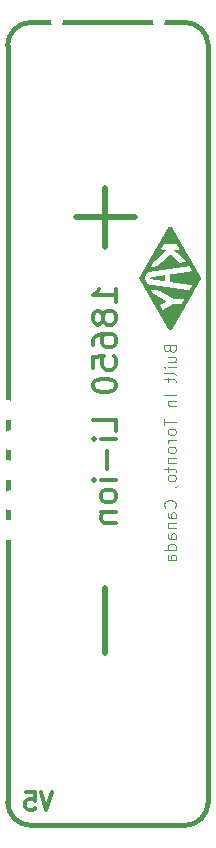
<source format=gbr>
%TF.GenerationSoftware,KiCad,Pcbnew,9.0.6*%
%TF.CreationDate,2025-12-31T13:50:20-05:00*%
%TF.ProjectId,Photon,50686f74-6f6e-42e6-9b69-6361645f7063,1.3*%
%TF.SameCoordinates,Original*%
%TF.FileFunction,Legend,Bot*%
%TF.FilePolarity,Positive*%
%FSLAX46Y46*%
G04 Gerber Fmt 4.6, Leading zero omitted, Abs format (unit mm)*
G04 Created by KiCad (PCBNEW 9.0.6) date 2025-12-31 13:50:20*
%MOMM*%
%LPD*%
G01*
G04 APERTURE LIST*
%ADD10C,0.300000*%
%ADD11C,0.100000*%
%ADD12C,0.400000*%
%ADD13C,0.500000*%
%ADD14C,0.000000*%
G04 APERTURE END LIST*
D10*
X48173774Y-91264828D02*
X47673774Y-92764828D01*
X47673774Y-92764828D02*
X47173774Y-91264828D01*
X45959489Y-91264828D02*
X46673775Y-91264828D01*
X46673775Y-91264828D02*
X46745203Y-91979114D01*
X46745203Y-91979114D02*
X46673775Y-91907685D01*
X46673775Y-91907685D02*
X46530918Y-91836257D01*
X46530918Y-91836257D02*
X46173775Y-91836257D01*
X46173775Y-91836257D02*
X46030918Y-91907685D01*
X46030918Y-91907685D02*
X45959489Y-91979114D01*
X45959489Y-91979114D02*
X45888060Y-92121971D01*
X45888060Y-92121971D02*
X45888060Y-92479114D01*
X45888060Y-92479114D02*
X45959489Y-92621971D01*
X45959489Y-92621971D02*
X46030918Y-92693400D01*
X46030918Y-92693400D02*
X46173775Y-92764828D01*
X46173775Y-92764828D02*
X46530918Y-92764828D01*
X46530918Y-92764828D02*
X46673775Y-92693400D01*
X46673775Y-92693400D02*
X46745203Y-92621971D01*
D11*
X58099609Y-53723217D02*
X58147228Y-53866074D01*
X58147228Y-53866074D02*
X58194847Y-53913693D01*
X58194847Y-53913693D02*
X58290085Y-53961312D01*
X58290085Y-53961312D02*
X58432942Y-53961312D01*
X58432942Y-53961312D02*
X58528180Y-53913693D01*
X58528180Y-53913693D02*
X58575800Y-53866074D01*
X58575800Y-53866074D02*
X58623419Y-53770836D01*
X58623419Y-53770836D02*
X58623419Y-53389884D01*
X58623419Y-53389884D02*
X57623419Y-53389884D01*
X57623419Y-53389884D02*
X57623419Y-53723217D01*
X57623419Y-53723217D02*
X57671038Y-53818455D01*
X57671038Y-53818455D02*
X57718657Y-53866074D01*
X57718657Y-53866074D02*
X57813895Y-53913693D01*
X57813895Y-53913693D02*
X57909133Y-53913693D01*
X57909133Y-53913693D02*
X58004371Y-53866074D01*
X58004371Y-53866074D02*
X58051990Y-53818455D01*
X58051990Y-53818455D02*
X58099609Y-53723217D01*
X58099609Y-53723217D02*
X58099609Y-53389884D01*
X57956752Y-54818455D02*
X58623419Y-54818455D01*
X57956752Y-54389884D02*
X58480561Y-54389884D01*
X58480561Y-54389884D02*
X58575800Y-54437503D01*
X58575800Y-54437503D02*
X58623419Y-54532741D01*
X58623419Y-54532741D02*
X58623419Y-54675598D01*
X58623419Y-54675598D02*
X58575800Y-54770836D01*
X58575800Y-54770836D02*
X58528180Y-54818455D01*
X58623419Y-55294646D02*
X57956752Y-55294646D01*
X57623419Y-55294646D02*
X57671038Y-55247027D01*
X57671038Y-55247027D02*
X57718657Y-55294646D01*
X57718657Y-55294646D02*
X57671038Y-55342265D01*
X57671038Y-55342265D02*
X57623419Y-55294646D01*
X57623419Y-55294646D02*
X57718657Y-55294646D01*
X58623419Y-55913693D02*
X58575800Y-55818455D01*
X58575800Y-55818455D02*
X58480561Y-55770836D01*
X58480561Y-55770836D02*
X57623419Y-55770836D01*
X57956752Y-56151789D02*
X57956752Y-56532741D01*
X57623419Y-56294646D02*
X58480561Y-56294646D01*
X58480561Y-56294646D02*
X58575800Y-56342265D01*
X58575800Y-56342265D02*
X58623419Y-56437503D01*
X58623419Y-56437503D02*
X58623419Y-56532741D01*
X58623419Y-57627980D02*
X57623419Y-57627980D01*
X57956752Y-58104170D02*
X58623419Y-58104170D01*
X58051990Y-58104170D02*
X58004371Y-58151789D01*
X58004371Y-58151789D02*
X57956752Y-58247027D01*
X57956752Y-58247027D02*
X57956752Y-58389884D01*
X57956752Y-58389884D02*
X58004371Y-58485122D01*
X58004371Y-58485122D02*
X58099609Y-58532741D01*
X58099609Y-58532741D02*
X58623419Y-58532741D01*
X57623419Y-59627980D02*
X57623419Y-60199408D01*
X58623419Y-59913694D02*
X57623419Y-59913694D01*
X58623419Y-60675599D02*
X58575800Y-60580361D01*
X58575800Y-60580361D02*
X58528180Y-60532742D01*
X58528180Y-60532742D02*
X58432942Y-60485123D01*
X58432942Y-60485123D02*
X58147228Y-60485123D01*
X58147228Y-60485123D02*
X58051990Y-60532742D01*
X58051990Y-60532742D02*
X58004371Y-60580361D01*
X58004371Y-60580361D02*
X57956752Y-60675599D01*
X57956752Y-60675599D02*
X57956752Y-60818456D01*
X57956752Y-60818456D02*
X58004371Y-60913694D01*
X58004371Y-60913694D02*
X58051990Y-60961313D01*
X58051990Y-60961313D02*
X58147228Y-61008932D01*
X58147228Y-61008932D02*
X58432942Y-61008932D01*
X58432942Y-61008932D02*
X58528180Y-60961313D01*
X58528180Y-60961313D02*
X58575800Y-60913694D01*
X58575800Y-60913694D02*
X58623419Y-60818456D01*
X58623419Y-60818456D02*
X58623419Y-60675599D01*
X58623419Y-61437504D02*
X57956752Y-61437504D01*
X58147228Y-61437504D02*
X58051990Y-61485123D01*
X58051990Y-61485123D02*
X58004371Y-61532742D01*
X58004371Y-61532742D02*
X57956752Y-61627980D01*
X57956752Y-61627980D02*
X57956752Y-61723218D01*
X58623419Y-62199409D02*
X58575800Y-62104171D01*
X58575800Y-62104171D02*
X58528180Y-62056552D01*
X58528180Y-62056552D02*
X58432942Y-62008933D01*
X58432942Y-62008933D02*
X58147228Y-62008933D01*
X58147228Y-62008933D02*
X58051990Y-62056552D01*
X58051990Y-62056552D02*
X58004371Y-62104171D01*
X58004371Y-62104171D02*
X57956752Y-62199409D01*
X57956752Y-62199409D02*
X57956752Y-62342266D01*
X57956752Y-62342266D02*
X58004371Y-62437504D01*
X58004371Y-62437504D02*
X58051990Y-62485123D01*
X58051990Y-62485123D02*
X58147228Y-62532742D01*
X58147228Y-62532742D02*
X58432942Y-62532742D01*
X58432942Y-62532742D02*
X58528180Y-62485123D01*
X58528180Y-62485123D02*
X58575800Y-62437504D01*
X58575800Y-62437504D02*
X58623419Y-62342266D01*
X58623419Y-62342266D02*
X58623419Y-62199409D01*
X57956752Y-62961314D02*
X58623419Y-62961314D01*
X58051990Y-62961314D02*
X58004371Y-63008933D01*
X58004371Y-63008933D02*
X57956752Y-63104171D01*
X57956752Y-63104171D02*
X57956752Y-63247028D01*
X57956752Y-63247028D02*
X58004371Y-63342266D01*
X58004371Y-63342266D02*
X58099609Y-63389885D01*
X58099609Y-63389885D02*
X58623419Y-63389885D01*
X57956752Y-63723219D02*
X57956752Y-64104171D01*
X57623419Y-63866076D02*
X58480561Y-63866076D01*
X58480561Y-63866076D02*
X58575800Y-63913695D01*
X58575800Y-63913695D02*
X58623419Y-64008933D01*
X58623419Y-64008933D02*
X58623419Y-64104171D01*
X58623419Y-64580362D02*
X58575800Y-64485124D01*
X58575800Y-64485124D02*
X58528180Y-64437505D01*
X58528180Y-64437505D02*
X58432942Y-64389886D01*
X58432942Y-64389886D02*
X58147228Y-64389886D01*
X58147228Y-64389886D02*
X58051990Y-64437505D01*
X58051990Y-64437505D02*
X58004371Y-64485124D01*
X58004371Y-64485124D02*
X57956752Y-64580362D01*
X57956752Y-64580362D02*
X57956752Y-64723219D01*
X57956752Y-64723219D02*
X58004371Y-64818457D01*
X58004371Y-64818457D02*
X58051990Y-64866076D01*
X58051990Y-64866076D02*
X58147228Y-64913695D01*
X58147228Y-64913695D02*
X58432942Y-64913695D01*
X58432942Y-64913695D02*
X58528180Y-64866076D01*
X58528180Y-64866076D02*
X58575800Y-64818457D01*
X58575800Y-64818457D02*
X58623419Y-64723219D01*
X58623419Y-64723219D02*
X58623419Y-64580362D01*
X58575800Y-65389886D02*
X58623419Y-65389886D01*
X58623419Y-65389886D02*
X58718657Y-65342267D01*
X58718657Y-65342267D02*
X58766276Y-65294648D01*
X58528180Y-67151790D02*
X58575800Y-67104171D01*
X58575800Y-67104171D02*
X58623419Y-66961314D01*
X58623419Y-66961314D02*
X58623419Y-66866076D01*
X58623419Y-66866076D02*
X58575800Y-66723219D01*
X58575800Y-66723219D02*
X58480561Y-66627981D01*
X58480561Y-66627981D02*
X58385323Y-66580362D01*
X58385323Y-66580362D02*
X58194847Y-66532743D01*
X58194847Y-66532743D02*
X58051990Y-66532743D01*
X58051990Y-66532743D02*
X57861514Y-66580362D01*
X57861514Y-66580362D02*
X57766276Y-66627981D01*
X57766276Y-66627981D02*
X57671038Y-66723219D01*
X57671038Y-66723219D02*
X57623419Y-66866076D01*
X57623419Y-66866076D02*
X57623419Y-66961314D01*
X57623419Y-66961314D02*
X57671038Y-67104171D01*
X57671038Y-67104171D02*
X57718657Y-67151790D01*
X58623419Y-68008933D02*
X58099609Y-68008933D01*
X58099609Y-68008933D02*
X58004371Y-67961314D01*
X58004371Y-67961314D02*
X57956752Y-67866076D01*
X57956752Y-67866076D02*
X57956752Y-67675600D01*
X57956752Y-67675600D02*
X58004371Y-67580362D01*
X58575800Y-68008933D02*
X58623419Y-67913695D01*
X58623419Y-67913695D02*
X58623419Y-67675600D01*
X58623419Y-67675600D02*
X58575800Y-67580362D01*
X58575800Y-67580362D02*
X58480561Y-67532743D01*
X58480561Y-67532743D02*
X58385323Y-67532743D01*
X58385323Y-67532743D02*
X58290085Y-67580362D01*
X58290085Y-67580362D02*
X58242466Y-67675600D01*
X58242466Y-67675600D02*
X58242466Y-67913695D01*
X58242466Y-67913695D02*
X58194847Y-68008933D01*
X57956752Y-68485124D02*
X58623419Y-68485124D01*
X58051990Y-68485124D02*
X58004371Y-68532743D01*
X58004371Y-68532743D02*
X57956752Y-68627981D01*
X57956752Y-68627981D02*
X57956752Y-68770838D01*
X57956752Y-68770838D02*
X58004371Y-68866076D01*
X58004371Y-68866076D02*
X58099609Y-68913695D01*
X58099609Y-68913695D02*
X58623419Y-68913695D01*
X58623419Y-69818457D02*
X58099609Y-69818457D01*
X58099609Y-69818457D02*
X58004371Y-69770838D01*
X58004371Y-69770838D02*
X57956752Y-69675600D01*
X57956752Y-69675600D02*
X57956752Y-69485124D01*
X57956752Y-69485124D02*
X58004371Y-69389886D01*
X58575800Y-69818457D02*
X58623419Y-69723219D01*
X58623419Y-69723219D02*
X58623419Y-69485124D01*
X58623419Y-69485124D02*
X58575800Y-69389886D01*
X58575800Y-69389886D02*
X58480561Y-69342267D01*
X58480561Y-69342267D02*
X58385323Y-69342267D01*
X58385323Y-69342267D02*
X58290085Y-69389886D01*
X58290085Y-69389886D02*
X58242466Y-69485124D01*
X58242466Y-69485124D02*
X58242466Y-69723219D01*
X58242466Y-69723219D02*
X58194847Y-69818457D01*
X58623419Y-70723219D02*
X57623419Y-70723219D01*
X58575800Y-70723219D02*
X58623419Y-70627981D01*
X58623419Y-70627981D02*
X58623419Y-70437505D01*
X58623419Y-70437505D02*
X58575800Y-70342267D01*
X58575800Y-70342267D02*
X58528180Y-70294648D01*
X58528180Y-70294648D02*
X58432942Y-70247029D01*
X58432942Y-70247029D02*
X58147228Y-70247029D01*
X58147228Y-70247029D02*
X58051990Y-70294648D01*
X58051990Y-70294648D02*
X58004371Y-70342267D01*
X58004371Y-70342267D02*
X57956752Y-70437505D01*
X57956752Y-70437505D02*
X57956752Y-70627981D01*
X57956752Y-70627981D02*
X58004371Y-70723219D01*
X58623419Y-71627981D02*
X58099609Y-71627981D01*
X58099609Y-71627981D02*
X58004371Y-71580362D01*
X58004371Y-71580362D02*
X57956752Y-71485124D01*
X57956752Y-71485124D02*
X57956752Y-71294648D01*
X57956752Y-71294648D02*
X58004371Y-71199410D01*
X58575800Y-71627981D02*
X58623419Y-71532743D01*
X58623419Y-71532743D02*
X58623419Y-71294648D01*
X58623419Y-71294648D02*
X58575800Y-71199410D01*
X58575800Y-71199410D02*
X58480561Y-71151791D01*
X58480561Y-71151791D02*
X58385323Y-71151791D01*
X58385323Y-71151791D02*
X58290085Y-71199410D01*
X58290085Y-71199410D02*
X58242466Y-71294648D01*
X58242466Y-71294648D02*
X58242466Y-71532743D01*
X58242466Y-71532743D02*
X58194847Y-71627981D01*
D10*
X53595438Y-49759177D02*
X53595438Y-48616320D01*
X53595438Y-49187748D02*
X51595438Y-49187748D01*
X51595438Y-49187748D02*
X51881152Y-48997272D01*
X51881152Y-48997272D02*
X52071628Y-48806796D01*
X52071628Y-48806796D02*
X52166866Y-48616320D01*
X52452580Y-50902034D02*
X52357342Y-50711558D01*
X52357342Y-50711558D02*
X52262104Y-50616320D01*
X52262104Y-50616320D02*
X52071628Y-50521082D01*
X52071628Y-50521082D02*
X51976390Y-50521082D01*
X51976390Y-50521082D02*
X51785914Y-50616320D01*
X51785914Y-50616320D02*
X51690676Y-50711558D01*
X51690676Y-50711558D02*
X51595438Y-50902034D01*
X51595438Y-50902034D02*
X51595438Y-51282987D01*
X51595438Y-51282987D02*
X51690676Y-51473463D01*
X51690676Y-51473463D02*
X51785914Y-51568701D01*
X51785914Y-51568701D02*
X51976390Y-51663939D01*
X51976390Y-51663939D02*
X52071628Y-51663939D01*
X52071628Y-51663939D02*
X52262104Y-51568701D01*
X52262104Y-51568701D02*
X52357342Y-51473463D01*
X52357342Y-51473463D02*
X52452580Y-51282987D01*
X52452580Y-51282987D02*
X52452580Y-50902034D01*
X52452580Y-50902034D02*
X52547819Y-50711558D01*
X52547819Y-50711558D02*
X52643057Y-50616320D01*
X52643057Y-50616320D02*
X52833533Y-50521082D01*
X52833533Y-50521082D02*
X53214485Y-50521082D01*
X53214485Y-50521082D02*
X53404961Y-50616320D01*
X53404961Y-50616320D02*
X53500200Y-50711558D01*
X53500200Y-50711558D02*
X53595438Y-50902034D01*
X53595438Y-50902034D02*
X53595438Y-51282987D01*
X53595438Y-51282987D02*
X53500200Y-51473463D01*
X53500200Y-51473463D02*
X53404961Y-51568701D01*
X53404961Y-51568701D02*
X53214485Y-51663939D01*
X53214485Y-51663939D02*
X52833533Y-51663939D01*
X52833533Y-51663939D02*
X52643057Y-51568701D01*
X52643057Y-51568701D02*
X52547819Y-51473463D01*
X52547819Y-51473463D02*
X52452580Y-51282987D01*
X51595438Y-53378225D02*
X51595438Y-52997272D01*
X51595438Y-52997272D02*
X51690676Y-52806796D01*
X51690676Y-52806796D02*
X51785914Y-52711558D01*
X51785914Y-52711558D02*
X52071628Y-52521082D01*
X52071628Y-52521082D02*
X52452580Y-52425844D01*
X52452580Y-52425844D02*
X53214485Y-52425844D01*
X53214485Y-52425844D02*
X53404961Y-52521082D01*
X53404961Y-52521082D02*
X53500200Y-52616320D01*
X53500200Y-52616320D02*
X53595438Y-52806796D01*
X53595438Y-52806796D02*
X53595438Y-53187749D01*
X53595438Y-53187749D02*
X53500200Y-53378225D01*
X53500200Y-53378225D02*
X53404961Y-53473463D01*
X53404961Y-53473463D02*
X53214485Y-53568701D01*
X53214485Y-53568701D02*
X52738295Y-53568701D01*
X52738295Y-53568701D02*
X52547819Y-53473463D01*
X52547819Y-53473463D02*
X52452580Y-53378225D01*
X52452580Y-53378225D02*
X52357342Y-53187749D01*
X52357342Y-53187749D02*
X52357342Y-52806796D01*
X52357342Y-52806796D02*
X52452580Y-52616320D01*
X52452580Y-52616320D02*
X52547819Y-52521082D01*
X52547819Y-52521082D02*
X52738295Y-52425844D01*
X51595438Y-55378225D02*
X51595438Y-54425844D01*
X51595438Y-54425844D02*
X52547819Y-54330606D01*
X52547819Y-54330606D02*
X52452580Y-54425844D01*
X52452580Y-54425844D02*
X52357342Y-54616320D01*
X52357342Y-54616320D02*
X52357342Y-55092511D01*
X52357342Y-55092511D02*
X52452580Y-55282987D01*
X52452580Y-55282987D02*
X52547819Y-55378225D01*
X52547819Y-55378225D02*
X52738295Y-55473463D01*
X52738295Y-55473463D02*
X53214485Y-55473463D01*
X53214485Y-55473463D02*
X53404961Y-55378225D01*
X53404961Y-55378225D02*
X53500200Y-55282987D01*
X53500200Y-55282987D02*
X53595438Y-55092511D01*
X53595438Y-55092511D02*
X53595438Y-54616320D01*
X53595438Y-54616320D02*
X53500200Y-54425844D01*
X53500200Y-54425844D02*
X53404961Y-54330606D01*
X51595438Y-56711558D02*
X51595438Y-56902035D01*
X51595438Y-56902035D02*
X51690676Y-57092511D01*
X51690676Y-57092511D02*
X51785914Y-57187749D01*
X51785914Y-57187749D02*
X51976390Y-57282987D01*
X51976390Y-57282987D02*
X52357342Y-57378225D01*
X52357342Y-57378225D02*
X52833533Y-57378225D01*
X52833533Y-57378225D02*
X53214485Y-57282987D01*
X53214485Y-57282987D02*
X53404961Y-57187749D01*
X53404961Y-57187749D02*
X53500200Y-57092511D01*
X53500200Y-57092511D02*
X53595438Y-56902035D01*
X53595438Y-56902035D02*
X53595438Y-56711558D01*
X53595438Y-56711558D02*
X53500200Y-56521082D01*
X53500200Y-56521082D02*
X53404961Y-56425844D01*
X53404961Y-56425844D02*
X53214485Y-56330606D01*
X53214485Y-56330606D02*
X52833533Y-56235368D01*
X52833533Y-56235368D02*
X52357342Y-56235368D01*
X52357342Y-56235368D02*
X51976390Y-56330606D01*
X51976390Y-56330606D02*
X51785914Y-56425844D01*
X51785914Y-56425844D02*
X51690676Y-56521082D01*
X51690676Y-56521082D02*
X51595438Y-56711558D01*
X53595438Y-60711559D02*
X53595438Y-59759178D01*
X53595438Y-59759178D02*
X51595438Y-59759178D01*
X53595438Y-61378226D02*
X52262104Y-61378226D01*
X51595438Y-61378226D02*
X51690676Y-61282988D01*
X51690676Y-61282988D02*
X51785914Y-61378226D01*
X51785914Y-61378226D02*
X51690676Y-61473464D01*
X51690676Y-61473464D02*
X51595438Y-61378226D01*
X51595438Y-61378226D02*
X51785914Y-61378226D01*
X52833533Y-62330607D02*
X52833533Y-63854417D01*
X53595438Y-64806797D02*
X52262104Y-64806797D01*
X51595438Y-64806797D02*
X51690676Y-64711559D01*
X51690676Y-64711559D02*
X51785914Y-64806797D01*
X51785914Y-64806797D02*
X51690676Y-64902035D01*
X51690676Y-64902035D02*
X51595438Y-64806797D01*
X51595438Y-64806797D02*
X51785914Y-64806797D01*
X53595438Y-66044892D02*
X53500200Y-65854416D01*
X53500200Y-65854416D02*
X53404961Y-65759178D01*
X53404961Y-65759178D02*
X53214485Y-65663940D01*
X53214485Y-65663940D02*
X52643057Y-65663940D01*
X52643057Y-65663940D02*
X52452580Y-65759178D01*
X52452580Y-65759178D02*
X52357342Y-65854416D01*
X52357342Y-65854416D02*
X52262104Y-66044892D01*
X52262104Y-66044892D02*
X52262104Y-66330607D01*
X52262104Y-66330607D02*
X52357342Y-66521083D01*
X52357342Y-66521083D02*
X52452580Y-66616321D01*
X52452580Y-66616321D02*
X52643057Y-66711559D01*
X52643057Y-66711559D02*
X53214485Y-66711559D01*
X53214485Y-66711559D02*
X53404961Y-66616321D01*
X53404961Y-66616321D02*
X53500200Y-66521083D01*
X53500200Y-66521083D02*
X53595438Y-66330607D01*
X53595438Y-66330607D02*
X53595438Y-66044892D01*
X52262104Y-67568702D02*
X53595438Y-67568702D01*
X52452580Y-67568702D02*
X52357342Y-67663940D01*
X52357342Y-67663940D02*
X52262104Y-67854416D01*
X52262104Y-67854416D02*
X52262104Y-68140131D01*
X52262104Y-68140131D02*
X52357342Y-68330607D01*
X52357342Y-68330607D02*
X52547819Y-68425845D01*
X52547819Y-68425845D02*
X53595438Y-68425845D01*
D12*
%TO.C,BT1*%
X61378800Y-92068000D02*
G75*
G02*
X59378800Y-94068000I-2000000J0D01*
G01*
X59378800Y-26068000D02*
G75*
G02*
X61378800Y-28068000I1J-1999999D01*
G01*
X46378800Y-94068000D02*
G75*
G02*
X44378800Y-92068000I0J2000000D01*
G01*
X44378800Y-28068000D02*
G75*
G02*
X46378800Y-26068000I1999999J1D01*
G01*
X61378800Y-28068000D02*
X61378800Y-92068000D01*
X59378800Y-94068000D02*
X46378800Y-94068000D01*
D13*
X52652300Y-73990000D02*
X52652300Y-79490000D01*
X52652300Y-40068000D02*
X52652300Y-45068000D01*
X50152300Y-42568000D02*
X55152300Y-42568000D01*
D12*
X46378800Y-26068000D02*
X59378801Y-26068000D01*
X44378800Y-92068000D02*
X44378800Y-28068000D01*
D14*
%TO.C,G\u002A\u002A\u002A*%
G36*
X55581000Y-47870750D02*
G01*
X55579750Y-47872000D01*
X55578500Y-47870750D01*
X55579750Y-47869500D01*
X55581000Y-47870750D01*
G37*
G36*
X55588500Y-47593250D02*
G01*
X55587250Y-47594500D01*
X55586000Y-47593250D01*
X55587250Y-47592000D01*
X55588500Y-47593250D01*
G37*
G36*
X55591000Y-47888250D02*
G01*
X55589750Y-47889500D01*
X55588500Y-47888250D01*
X55589750Y-47887000D01*
X55591000Y-47888250D01*
G37*
G36*
X55618500Y-47935750D02*
G01*
X55617250Y-47937000D01*
X55616000Y-47935750D01*
X55617250Y-47934500D01*
X55618500Y-47935750D01*
G37*
G36*
X55626000Y-47528250D02*
G01*
X55624750Y-47529500D01*
X55623500Y-47528250D01*
X55624750Y-47527000D01*
X55626000Y-47528250D01*
G37*
G36*
X55628500Y-47953250D02*
G01*
X55627250Y-47954500D01*
X55626000Y-47953250D01*
X55627250Y-47952000D01*
X55628500Y-47953250D01*
G37*
G36*
X55656000Y-48000750D02*
G01*
X55654750Y-48002000D01*
X55653500Y-48000750D01*
X55654750Y-47999500D01*
X55656000Y-48000750D01*
G37*
G36*
X55661000Y-47468250D02*
G01*
X55659750Y-47469500D01*
X55658500Y-47468250D01*
X55659750Y-47467000D01*
X55661000Y-47468250D01*
G37*
G36*
X55666000Y-48018250D02*
G01*
X55664750Y-48019500D01*
X55663500Y-48018250D01*
X55664750Y-48017000D01*
X55666000Y-48018250D01*
G37*
G36*
X55693500Y-48065750D02*
G01*
X55692250Y-48067000D01*
X55691000Y-48065750D01*
X55692250Y-48064500D01*
X55693500Y-48065750D01*
G37*
G36*
X55703500Y-48083250D02*
G01*
X55702250Y-48084500D01*
X55701000Y-48083250D01*
X55702250Y-48082000D01*
X55703500Y-48083250D01*
G37*
G36*
X55721000Y-48113250D02*
G01*
X55719750Y-48114500D01*
X55718500Y-48113250D01*
X55719750Y-48112000D01*
X55721000Y-48113250D01*
G37*
G36*
X55728500Y-47350750D02*
G01*
X55727250Y-47352000D01*
X55726000Y-47350750D01*
X55727250Y-47349500D01*
X55728500Y-47350750D01*
G37*
G36*
X55731000Y-48130750D02*
G01*
X55729750Y-48132000D01*
X55728500Y-48130750D01*
X55729750Y-48129500D01*
X55731000Y-48130750D01*
G37*
G36*
X55758500Y-48178250D02*
G01*
X55757250Y-48179500D01*
X55756000Y-48178250D01*
X55757250Y-48177000D01*
X55758500Y-48178250D01*
G37*
G36*
X55766000Y-47285750D02*
G01*
X55764750Y-47287000D01*
X55763500Y-47285750D01*
X55764750Y-47284500D01*
X55766000Y-47285750D01*
G37*
G36*
X55768500Y-48195750D02*
G01*
X55767250Y-48197000D01*
X55766000Y-48195750D01*
X55767250Y-48194500D01*
X55768500Y-48195750D01*
G37*
G36*
X55796000Y-48243250D02*
G01*
X55794750Y-48244500D01*
X55793500Y-48243250D01*
X55794750Y-48242000D01*
X55796000Y-48243250D01*
G37*
G36*
X55806000Y-48260750D02*
G01*
X55804750Y-48262000D01*
X55803500Y-48260750D01*
X55804750Y-48259500D01*
X55806000Y-48260750D01*
G37*
G36*
X55831000Y-47173250D02*
G01*
X55829750Y-47174500D01*
X55828500Y-47173250D01*
X55829750Y-47172000D01*
X55831000Y-47173250D01*
G37*
G36*
X55833500Y-48308250D02*
G01*
X55832250Y-48309500D01*
X55831000Y-48308250D01*
X55832250Y-48307000D01*
X55833500Y-48308250D01*
G37*
G36*
X55843500Y-48325750D02*
G01*
X55842250Y-48327000D01*
X55841000Y-48325750D01*
X55842250Y-48324500D01*
X55843500Y-48325750D01*
G37*
G36*
X55861000Y-48355750D02*
G01*
X55859750Y-48357000D01*
X55858500Y-48355750D01*
X55859750Y-48354500D01*
X55861000Y-48355750D01*
G37*
G36*
X55868500Y-47108250D02*
G01*
X55867250Y-47109500D01*
X55866000Y-47108250D01*
X55867250Y-47107000D01*
X55868500Y-47108250D01*
G37*
G36*
X55871000Y-48373250D02*
G01*
X55869750Y-48374500D01*
X55868500Y-48373250D01*
X55869750Y-48372000D01*
X55871000Y-48373250D01*
G37*
G36*
X55898500Y-48420750D02*
G01*
X55897250Y-48422000D01*
X55896000Y-48420750D01*
X55897250Y-48419500D01*
X55898500Y-48420750D01*
G37*
G36*
X55903500Y-47048250D02*
G01*
X55902250Y-47049500D01*
X55901000Y-47048250D01*
X55902250Y-47047000D01*
X55903500Y-47048250D01*
G37*
G36*
X55908500Y-48438250D02*
G01*
X55907250Y-48439500D01*
X55906000Y-48438250D01*
X55907250Y-48437000D01*
X55908500Y-48438250D01*
G37*
G36*
X55936000Y-48485750D02*
G01*
X55934750Y-48487000D01*
X55933500Y-48485750D01*
X55934750Y-48484500D01*
X55936000Y-48485750D01*
G37*
G36*
X55946000Y-48503250D02*
G01*
X55944750Y-48504500D01*
X55943500Y-48503250D01*
X55944750Y-48502000D01*
X55946000Y-48503250D01*
G37*
G36*
X55963500Y-48533250D02*
G01*
X55962250Y-48534500D01*
X55961000Y-48533250D01*
X55962250Y-48532000D01*
X55963500Y-48533250D01*
G37*
G36*
X55971000Y-46930750D02*
G01*
X55969750Y-46932000D01*
X55968500Y-46930750D01*
X55969750Y-46929500D01*
X55971000Y-46930750D01*
G37*
G36*
X55973500Y-48550750D02*
G01*
X55972250Y-48552000D01*
X55971000Y-48550750D01*
X55972250Y-48549500D01*
X55973500Y-48550750D01*
G37*
G36*
X56001000Y-48598250D02*
G01*
X55999750Y-48599500D01*
X55998500Y-48598250D01*
X55999750Y-48597000D01*
X56001000Y-48598250D01*
G37*
G36*
X56008500Y-46865750D02*
G01*
X56007250Y-46867000D01*
X56006000Y-46865750D01*
X56007250Y-46864500D01*
X56008500Y-46865750D01*
G37*
G36*
X56011000Y-48615750D02*
G01*
X56009750Y-48617000D01*
X56008500Y-48615750D01*
X56009750Y-48614500D01*
X56011000Y-48615750D01*
G37*
G36*
X56018500Y-47838250D02*
G01*
X56017250Y-47839500D01*
X56016000Y-47838250D01*
X56017250Y-47837000D01*
X56018500Y-47838250D01*
G37*
G36*
X56028500Y-47620750D02*
G01*
X56027250Y-47622000D01*
X56026000Y-47620750D01*
X56027250Y-47619500D01*
X56028500Y-47620750D01*
G37*
G36*
X56031000Y-47860750D02*
G01*
X56029750Y-47862000D01*
X56028500Y-47860750D01*
X56029750Y-47859500D01*
X56031000Y-47860750D01*
G37*
G36*
X56036000Y-47608250D02*
G01*
X56034750Y-47609500D01*
X56033500Y-47608250D01*
X56034750Y-47607000D01*
X56036000Y-47608250D01*
G37*
G36*
X56038500Y-47873250D02*
G01*
X56037250Y-47874500D01*
X56036000Y-47873250D01*
X56037250Y-47872000D01*
X56038500Y-47873250D01*
G37*
G36*
X56038500Y-48663250D02*
G01*
X56037250Y-48664500D01*
X56036000Y-48663250D01*
X56037250Y-48662000D01*
X56038500Y-48663250D01*
G37*
G36*
X56043500Y-46805750D02*
G01*
X56042250Y-46807000D01*
X56041000Y-46805750D01*
X56042250Y-46804500D01*
X56043500Y-46805750D01*
G37*
G36*
X56046000Y-47590750D02*
G01*
X56044750Y-47592000D01*
X56043500Y-47590750D01*
X56044750Y-47589500D01*
X56046000Y-47590750D01*
G37*
G36*
X56048500Y-48680750D02*
G01*
X56047250Y-48682000D01*
X56046000Y-48680750D01*
X56047250Y-48679500D01*
X56048500Y-48680750D01*
G37*
G36*
X56058500Y-47908250D02*
G01*
X56057250Y-47909500D01*
X56056000Y-47908250D01*
X56057250Y-47907000D01*
X56058500Y-47908250D01*
G37*
G36*
X56066000Y-47555750D02*
G01*
X56064750Y-47557000D01*
X56063500Y-47555750D01*
X56064750Y-47554500D01*
X56066000Y-47555750D01*
G37*
G36*
X56068500Y-47925750D02*
G01*
X56067250Y-47927000D01*
X56066000Y-47925750D01*
X56067250Y-47924500D01*
X56068500Y-47925750D01*
G37*
G36*
X56073500Y-47543250D02*
G01*
X56072250Y-47544500D01*
X56071000Y-47543250D01*
X56072250Y-47542000D01*
X56073500Y-47543250D01*
G37*
G36*
X56076000Y-47938250D02*
G01*
X56074750Y-47939500D01*
X56073500Y-47938250D01*
X56074750Y-47937000D01*
X56076000Y-47938250D01*
G37*
G36*
X56076000Y-48728250D02*
G01*
X56074750Y-48729500D01*
X56073500Y-48728250D01*
X56074750Y-48727000D01*
X56076000Y-48728250D01*
G37*
G36*
X56083500Y-47525750D02*
G01*
X56082250Y-47527000D01*
X56081000Y-47525750D01*
X56082250Y-47524500D01*
X56083500Y-47525750D01*
G37*
G36*
X56086000Y-47955750D02*
G01*
X56084750Y-47957000D01*
X56083500Y-47955750D01*
X56084750Y-47954500D01*
X56086000Y-47955750D01*
G37*
G36*
X56086000Y-48745750D02*
G01*
X56084750Y-48747000D01*
X56083500Y-48745750D01*
X56084750Y-48744500D01*
X56086000Y-48745750D01*
G37*
G36*
X56093500Y-47508250D02*
G01*
X56092250Y-47509500D01*
X56091000Y-47508250D01*
X56092250Y-47507000D01*
X56093500Y-47508250D01*
G37*
G36*
X56096000Y-47973250D02*
G01*
X56094750Y-47974500D01*
X56093500Y-47973250D01*
X56094750Y-47972000D01*
X56096000Y-47973250D01*
G37*
G36*
X56103500Y-47490750D02*
G01*
X56102250Y-47492000D01*
X56101000Y-47490750D01*
X56102250Y-47489500D01*
X56103500Y-47490750D01*
G37*
G36*
X56103500Y-48775750D02*
G01*
X56102250Y-48777000D01*
X56101000Y-48775750D01*
X56102250Y-48774500D01*
X56103500Y-48775750D01*
G37*
G36*
X56106000Y-47990750D02*
G01*
X56104750Y-47992000D01*
X56103500Y-47990750D01*
X56104750Y-47989500D01*
X56106000Y-47990750D01*
G37*
G36*
X56111000Y-46688250D02*
G01*
X56109750Y-46689500D01*
X56108500Y-46688250D01*
X56109750Y-46687000D01*
X56111000Y-46688250D01*
G37*
G36*
X56111000Y-47478250D02*
G01*
X56109750Y-47479500D01*
X56108500Y-47478250D01*
X56109750Y-47477000D01*
X56111000Y-47478250D01*
G37*
G36*
X56113500Y-48003250D02*
G01*
X56112250Y-48004500D01*
X56111000Y-48003250D01*
X56112250Y-48002000D01*
X56113500Y-48003250D01*
G37*
G36*
X56113500Y-48793250D02*
G01*
X56112250Y-48794500D01*
X56111000Y-48793250D01*
X56112250Y-48792000D01*
X56113500Y-48793250D01*
G37*
G36*
X56121000Y-47460750D02*
G01*
X56119750Y-47462000D01*
X56118500Y-47460750D01*
X56119750Y-47459500D01*
X56121000Y-47460750D01*
G37*
G36*
X56123500Y-48020750D02*
G01*
X56122250Y-48022000D01*
X56121000Y-48020750D01*
X56122250Y-48019500D01*
X56123500Y-48020750D01*
G37*
G36*
X56131000Y-47443250D02*
G01*
X56129750Y-47444500D01*
X56128500Y-47443250D01*
X56129750Y-47442000D01*
X56131000Y-47443250D01*
G37*
G36*
X56133500Y-48038250D02*
G01*
X56132250Y-48039500D01*
X56131000Y-48038250D01*
X56132250Y-48037000D01*
X56133500Y-48038250D01*
G37*
G36*
X56138500Y-47430750D02*
G01*
X56137250Y-47432000D01*
X56136000Y-47430750D01*
X56137250Y-47429500D01*
X56138500Y-47430750D01*
G37*
G36*
X56141000Y-48840750D02*
G01*
X56139750Y-48842000D01*
X56138500Y-48840750D01*
X56139750Y-48839500D01*
X56141000Y-48840750D01*
G37*
G36*
X56143500Y-48055750D02*
G01*
X56142250Y-48057000D01*
X56141000Y-48055750D01*
X56142250Y-48054500D01*
X56143500Y-48055750D01*
G37*
G36*
X56148500Y-46623250D02*
G01*
X56147250Y-46624500D01*
X56146000Y-46623250D01*
X56147250Y-46622000D01*
X56148500Y-46623250D01*
G37*
G36*
X56148500Y-47413250D02*
G01*
X56147250Y-47414500D01*
X56146000Y-47413250D01*
X56147250Y-47412000D01*
X56148500Y-47413250D01*
G37*
G36*
X56151000Y-48068250D02*
G01*
X56149750Y-48069500D01*
X56148500Y-48068250D01*
X56149750Y-48067000D01*
X56151000Y-48068250D01*
G37*
G36*
X56151000Y-48858250D02*
G01*
X56149750Y-48859500D01*
X56148500Y-48858250D01*
X56149750Y-48857000D01*
X56151000Y-48858250D01*
G37*
G36*
X56161000Y-48085750D02*
G01*
X56159750Y-48087000D01*
X56158500Y-48085750D01*
X56159750Y-48084500D01*
X56161000Y-48085750D01*
G37*
G36*
X56168500Y-47378250D02*
G01*
X56167250Y-47379500D01*
X56166000Y-47378250D01*
X56167250Y-47377000D01*
X56168500Y-47378250D01*
G37*
G36*
X56171000Y-48103250D02*
G01*
X56169750Y-48104500D01*
X56168500Y-48103250D01*
X56169750Y-48102000D01*
X56171000Y-48103250D01*
G37*
G36*
X56176000Y-47365750D02*
G01*
X56174750Y-47367000D01*
X56173500Y-47365750D01*
X56174750Y-47364500D01*
X56176000Y-47365750D01*
G37*
G36*
X56178500Y-48115750D02*
G01*
X56177250Y-48117000D01*
X56176000Y-48115750D01*
X56177250Y-48114500D01*
X56178500Y-48115750D01*
G37*
G36*
X56178500Y-48905750D02*
G01*
X56177250Y-48907000D01*
X56176000Y-48905750D01*
X56177250Y-48904500D01*
X56178500Y-48905750D01*
G37*
G36*
X56183500Y-46563250D02*
G01*
X56182250Y-46564500D01*
X56181000Y-46563250D01*
X56182250Y-46562000D01*
X56183500Y-46563250D01*
G37*
G36*
X56186000Y-47348250D02*
G01*
X56184750Y-47349500D01*
X56183500Y-47348250D01*
X56184750Y-47347000D01*
X56186000Y-47348250D01*
G37*
G36*
X56188500Y-48923250D02*
G01*
X56187250Y-48924500D01*
X56186000Y-48923250D01*
X56187250Y-48922000D01*
X56188500Y-48923250D01*
G37*
G36*
X56196000Y-47330750D02*
G01*
X56194750Y-47332000D01*
X56193500Y-47330750D01*
X56194750Y-47329500D01*
X56196000Y-47330750D01*
G37*
G36*
X56198500Y-48150750D02*
G01*
X56197250Y-48152000D01*
X56196000Y-48150750D01*
X56197250Y-48149500D01*
X56198500Y-48150750D01*
G37*
G36*
X56206000Y-47313250D02*
G01*
X56204750Y-47314500D01*
X56203500Y-47313250D01*
X56204750Y-47312000D01*
X56206000Y-47313250D01*
G37*
G36*
X56208500Y-48168250D02*
G01*
X56207250Y-48169500D01*
X56206000Y-48168250D01*
X56207250Y-48167000D01*
X56208500Y-48168250D01*
G37*
G36*
X56213500Y-47300750D02*
G01*
X56212250Y-47302000D01*
X56211000Y-47300750D01*
X56212250Y-47299500D01*
X56213500Y-47300750D01*
G37*
G36*
X56216000Y-48180750D02*
G01*
X56214750Y-48182000D01*
X56213500Y-48180750D01*
X56214750Y-48179500D01*
X56216000Y-48180750D01*
G37*
G36*
X56216000Y-48970750D02*
G01*
X56214750Y-48972000D01*
X56213500Y-48970750D01*
X56214750Y-48969500D01*
X56216000Y-48970750D01*
G37*
G36*
X56223500Y-47283250D02*
G01*
X56222250Y-47284500D01*
X56221000Y-47283250D01*
X56222250Y-47282000D01*
X56223500Y-47283250D01*
G37*
G36*
X56226000Y-48198250D02*
G01*
X56224750Y-48199500D01*
X56223500Y-48198250D01*
X56224750Y-48197000D01*
X56226000Y-48198250D01*
G37*
G36*
X56226000Y-48988250D02*
G01*
X56224750Y-48989500D01*
X56223500Y-48988250D01*
X56224750Y-48987000D01*
X56226000Y-48988250D01*
G37*
G36*
X56233500Y-47265750D02*
G01*
X56232250Y-47267000D01*
X56231000Y-47265750D01*
X56232250Y-47264500D01*
X56233500Y-47265750D01*
G37*
G36*
X56236000Y-48215750D02*
G01*
X56234750Y-48217000D01*
X56233500Y-48215750D01*
X56234750Y-48214500D01*
X56236000Y-48215750D01*
G37*
G36*
X56241000Y-47253250D02*
G01*
X56239750Y-47254500D01*
X56238500Y-47253250D01*
X56239750Y-47252000D01*
X56241000Y-47253250D01*
G37*
G36*
X56243500Y-49018250D02*
G01*
X56242250Y-49019500D01*
X56241000Y-49018250D01*
X56242250Y-49017000D01*
X56243500Y-49018250D01*
G37*
G36*
X56248500Y-47240750D02*
G01*
X56247250Y-47242000D01*
X56246000Y-47240750D01*
X56247250Y-47239500D01*
X56248500Y-47240750D01*
G37*
G36*
X56251000Y-46445750D02*
G01*
X56249750Y-46447000D01*
X56248500Y-46445750D01*
X56249750Y-46444500D01*
X56251000Y-46445750D01*
G37*
G36*
X56253500Y-49035750D02*
G01*
X56252250Y-49037000D01*
X56251000Y-49035750D01*
X56252250Y-49034500D01*
X56253500Y-49035750D01*
G37*
G36*
X56258500Y-48245750D02*
G01*
X56257250Y-48247000D01*
X56256000Y-48245750D01*
X56257250Y-48244500D01*
X56258500Y-48245750D01*
G37*
G36*
X56263500Y-47228250D02*
G01*
X56262250Y-47229500D01*
X56261000Y-47228250D01*
X56262250Y-47227000D01*
X56263500Y-47228250D01*
G37*
G36*
X56281000Y-49083250D02*
G01*
X56279750Y-49084500D01*
X56278500Y-49083250D01*
X56279750Y-49082000D01*
X56281000Y-49083250D01*
G37*
G36*
X56288500Y-46380750D02*
G01*
X56287250Y-46382000D01*
X56286000Y-46380750D01*
X56287250Y-46379500D01*
X56288500Y-46380750D01*
G37*
G36*
X56291000Y-49100750D02*
G01*
X56289750Y-49102000D01*
X56288500Y-49100750D01*
X56289750Y-49099500D01*
X56291000Y-49100750D01*
G37*
G36*
X56318500Y-49148250D02*
G01*
X56317250Y-49149500D01*
X56316000Y-49148250D01*
X56317250Y-49147000D01*
X56318500Y-49148250D01*
G37*
G36*
X56328500Y-49165750D02*
G01*
X56327250Y-49167000D01*
X56326000Y-49165750D01*
X56327250Y-49164500D01*
X56328500Y-49165750D01*
G37*
G36*
X56346000Y-49195750D02*
G01*
X56344750Y-49197000D01*
X56343500Y-49195750D01*
X56344750Y-49194500D01*
X56346000Y-49195750D01*
G37*
G36*
X56353500Y-46268250D02*
G01*
X56352250Y-46269500D01*
X56351000Y-46268250D01*
X56352250Y-46267000D01*
X56353500Y-46268250D01*
G37*
G36*
X56356000Y-49213250D02*
G01*
X56354750Y-49214500D01*
X56353500Y-49213250D01*
X56354750Y-49212000D01*
X56356000Y-49213250D01*
G37*
G36*
X56383500Y-49260750D02*
G01*
X56382250Y-49262000D01*
X56381000Y-49260750D01*
X56382250Y-49259500D01*
X56383500Y-49260750D01*
G37*
G36*
X56391000Y-46203250D02*
G01*
X56389750Y-46204500D01*
X56388500Y-46203250D01*
X56389750Y-46202000D01*
X56391000Y-46203250D01*
G37*
G36*
X56393500Y-49278250D02*
G01*
X56392250Y-49279500D01*
X56391000Y-49278250D01*
X56392250Y-49277000D01*
X56393500Y-49278250D01*
G37*
G36*
X56421000Y-49325750D02*
G01*
X56419750Y-49327000D01*
X56418500Y-49325750D01*
X56419750Y-49324500D01*
X56421000Y-49325750D01*
G37*
G36*
X56426000Y-46143250D02*
G01*
X56424750Y-46144500D01*
X56423500Y-46143250D01*
X56424750Y-46142000D01*
X56426000Y-46143250D01*
G37*
G36*
X56431000Y-49343250D02*
G01*
X56429750Y-49344500D01*
X56428500Y-49343250D01*
X56429750Y-49342000D01*
X56431000Y-49343250D01*
G37*
G36*
X56458500Y-49390750D02*
G01*
X56457250Y-49392000D01*
X56456000Y-49390750D01*
X56457250Y-49389500D01*
X56458500Y-49390750D01*
G37*
G36*
X56468500Y-49408250D02*
G01*
X56467250Y-49409500D01*
X56466000Y-49408250D01*
X56467250Y-49407000D01*
X56468500Y-49408250D01*
G37*
G36*
X56483500Y-47783250D02*
G01*
X56482250Y-47784500D01*
X56481000Y-47783250D01*
X56482250Y-47782000D01*
X56483500Y-47783250D01*
G37*
G36*
X56486000Y-49438250D02*
G01*
X56484750Y-49439500D01*
X56483500Y-49438250D01*
X56484750Y-49437000D01*
X56486000Y-49438250D01*
G37*
G36*
X56493500Y-46025750D02*
G01*
X56492250Y-46027000D01*
X56491000Y-46025750D01*
X56492250Y-46024500D01*
X56493500Y-46025750D01*
G37*
G36*
X56496000Y-49455750D02*
G01*
X56494750Y-49457000D01*
X56493500Y-49455750D01*
X56494750Y-49454500D01*
X56496000Y-49455750D01*
G37*
G36*
X56501000Y-47795750D02*
G01*
X56499750Y-47797000D01*
X56498500Y-47795750D01*
X56499750Y-47794500D01*
X56501000Y-47795750D01*
G37*
G36*
X56523500Y-49503250D02*
G01*
X56522250Y-49504500D01*
X56521000Y-49503250D01*
X56522250Y-49502000D01*
X56523500Y-49503250D01*
G37*
G36*
X56526000Y-47663250D02*
G01*
X56524750Y-47664500D01*
X56523500Y-47663250D01*
X56524750Y-47662000D01*
X56526000Y-47663250D01*
G37*
G36*
X56531000Y-45960750D02*
G01*
X56529750Y-45962000D01*
X56528500Y-45960750D01*
X56529750Y-45959500D01*
X56531000Y-45960750D01*
G37*
G36*
X56533500Y-49520750D02*
G01*
X56532250Y-49522000D01*
X56531000Y-49520750D01*
X56532250Y-49519500D01*
X56533500Y-49520750D01*
G37*
G36*
X56536000Y-47655750D02*
G01*
X56534750Y-47657000D01*
X56533500Y-47655750D01*
X56534750Y-47654500D01*
X56536000Y-47655750D01*
G37*
G36*
X56553500Y-48765750D02*
G01*
X56552250Y-48767000D01*
X56551000Y-48765750D01*
X56552250Y-48764500D01*
X56553500Y-48765750D01*
G37*
G36*
X56556000Y-46760750D02*
G01*
X56554750Y-46762000D01*
X56553500Y-46760750D01*
X56554750Y-46759500D01*
X56556000Y-46760750D01*
G37*
G36*
X56558500Y-46703250D02*
G01*
X56557250Y-46704500D01*
X56556000Y-46703250D01*
X56557250Y-46702000D01*
X56558500Y-46703250D01*
G37*
G36*
X56561000Y-48778250D02*
G01*
X56559750Y-48779500D01*
X56558500Y-48778250D01*
X56559750Y-48777000D01*
X56561000Y-48778250D01*
G37*
G36*
X56561000Y-49568250D02*
G01*
X56559750Y-49569500D01*
X56558500Y-49568250D01*
X56559750Y-49567000D01*
X56561000Y-49568250D01*
G37*
G36*
X56566000Y-45900750D02*
G01*
X56564750Y-45902000D01*
X56563500Y-45900750D01*
X56564750Y-45899500D01*
X56566000Y-45900750D01*
G37*
G36*
X56566000Y-46770750D02*
G01*
X56564750Y-46772000D01*
X56563500Y-46770750D01*
X56564750Y-46769500D01*
X56566000Y-46770750D01*
G37*
G36*
X56568500Y-46685750D02*
G01*
X56567250Y-46687000D01*
X56566000Y-46685750D01*
X56567250Y-46684500D01*
X56568500Y-46685750D01*
G37*
G36*
X56571000Y-46773250D02*
G01*
X56569750Y-46774500D01*
X56568500Y-46773250D01*
X56569750Y-46772000D01*
X56571000Y-46773250D01*
G37*
G36*
X56571000Y-49585750D02*
G01*
X56569750Y-49587000D01*
X56568500Y-49585750D01*
X56569750Y-49584500D01*
X56571000Y-49585750D01*
G37*
G36*
X56581000Y-48813250D02*
G01*
X56579750Y-48814500D01*
X56578500Y-48813250D01*
X56579750Y-48812000D01*
X56581000Y-48813250D01*
G37*
G36*
X56588500Y-46650750D02*
G01*
X56587250Y-46652000D01*
X56586000Y-46650750D01*
X56587250Y-46649500D01*
X56588500Y-46650750D01*
G37*
G36*
X56591000Y-48830750D02*
G01*
X56589750Y-48832000D01*
X56588500Y-48830750D01*
X56589750Y-48829500D01*
X56591000Y-48830750D01*
G37*
G36*
X56596000Y-46638250D02*
G01*
X56594750Y-46639500D01*
X56593500Y-46638250D01*
X56594750Y-46637000D01*
X56596000Y-46638250D01*
G37*
G36*
X56598500Y-48843250D02*
G01*
X56597250Y-48844500D01*
X56596000Y-48843250D01*
X56597250Y-48842000D01*
X56598500Y-48843250D01*
G37*
G36*
X56598500Y-49633250D02*
G01*
X56597250Y-49634500D01*
X56596000Y-49633250D01*
X56597250Y-49632000D01*
X56598500Y-49633250D01*
G37*
G36*
X56606000Y-46620750D02*
G01*
X56604750Y-46622000D01*
X56603500Y-46620750D01*
X56604750Y-46619500D01*
X56606000Y-46620750D01*
G37*
G36*
X56608500Y-48860750D02*
G01*
X56607250Y-48862000D01*
X56606000Y-48860750D01*
X56607250Y-48859500D01*
X56608500Y-48860750D01*
G37*
G36*
X56608500Y-49650750D02*
G01*
X56607250Y-49652000D01*
X56606000Y-49650750D01*
X56607250Y-49649500D01*
X56608500Y-49650750D01*
G37*
G36*
X56616000Y-46603250D02*
G01*
X56614750Y-46604500D01*
X56613500Y-46603250D01*
X56614750Y-46602000D01*
X56616000Y-46603250D01*
G37*
G36*
X56618500Y-48878250D02*
G01*
X56617250Y-48879500D01*
X56616000Y-48878250D01*
X56617250Y-48877000D01*
X56618500Y-48878250D01*
G37*
G36*
X56626000Y-46585750D02*
G01*
X56624750Y-46587000D01*
X56623500Y-46585750D01*
X56624750Y-46584500D01*
X56626000Y-46585750D01*
G37*
G36*
X56626000Y-49680750D02*
G01*
X56624750Y-49682000D01*
X56623500Y-49680750D01*
X56624750Y-49679500D01*
X56626000Y-49680750D01*
G37*
G36*
X56628500Y-48895750D02*
G01*
X56627250Y-48897000D01*
X56626000Y-48895750D01*
X56627250Y-48894500D01*
X56628500Y-48895750D01*
G37*
G36*
X56633500Y-45783250D02*
G01*
X56632250Y-45784500D01*
X56631000Y-45783250D01*
X56632250Y-45782000D01*
X56633500Y-45783250D01*
G37*
G36*
X56633500Y-46573250D02*
G01*
X56632250Y-46574500D01*
X56631000Y-46573250D01*
X56632250Y-46572000D01*
X56633500Y-46573250D01*
G37*
G36*
X56636000Y-48908250D02*
G01*
X56634750Y-48909500D01*
X56633500Y-48908250D01*
X56634750Y-48907000D01*
X56636000Y-48908250D01*
G37*
G36*
X56636000Y-49698250D02*
G01*
X56634750Y-49699500D01*
X56633500Y-49698250D01*
X56634750Y-49697000D01*
X56636000Y-49698250D01*
G37*
G36*
X56643500Y-46555750D02*
G01*
X56642250Y-46557000D01*
X56641000Y-46555750D01*
X56642250Y-46554500D01*
X56643500Y-46555750D01*
G37*
G36*
X56646000Y-48925750D02*
G01*
X56644750Y-48927000D01*
X56643500Y-48925750D01*
X56644750Y-48924500D01*
X56646000Y-48925750D01*
G37*
G36*
X56653500Y-46538250D02*
G01*
X56652250Y-46539500D01*
X56651000Y-46538250D01*
X56652250Y-46537000D01*
X56653500Y-46538250D01*
G37*
G36*
X56656000Y-48943250D02*
G01*
X56654750Y-48944500D01*
X56653500Y-48943250D01*
X56654750Y-48942000D01*
X56656000Y-48943250D01*
G37*
G36*
X56661000Y-46525750D02*
G01*
X56659750Y-46527000D01*
X56658500Y-46525750D01*
X56659750Y-46524500D01*
X56661000Y-46525750D01*
G37*
G36*
X56663500Y-49745750D02*
G01*
X56662250Y-49747000D01*
X56661000Y-49745750D01*
X56662250Y-49744500D01*
X56663500Y-49745750D01*
G37*
G36*
X56666000Y-48960750D02*
G01*
X56664750Y-48962000D01*
X56663500Y-48960750D01*
X56664750Y-48959500D01*
X56666000Y-48960750D01*
G37*
G36*
X56671000Y-45718250D02*
G01*
X56669750Y-45719500D01*
X56668500Y-45718250D01*
X56669750Y-45717000D01*
X56671000Y-45718250D01*
G37*
G36*
X56671000Y-46508250D02*
G01*
X56669750Y-46509500D01*
X56668500Y-46508250D01*
X56669750Y-46507000D01*
X56671000Y-46508250D01*
G37*
G36*
X56673500Y-48973250D02*
G01*
X56672250Y-48974500D01*
X56671000Y-48973250D01*
X56672250Y-48972000D01*
X56673500Y-48973250D01*
G37*
G36*
X56673500Y-49763250D02*
G01*
X56672250Y-49764500D01*
X56671000Y-49763250D01*
X56672250Y-49762000D01*
X56673500Y-49763250D01*
G37*
G36*
X56683500Y-48990750D02*
G01*
X56682250Y-48992000D01*
X56681000Y-48990750D01*
X56682250Y-48989500D01*
X56683500Y-48990750D01*
G37*
G36*
X56691000Y-46473250D02*
G01*
X56689750Y-46474500D01*
X56688500Y-46473250D01*
X56689750Y-46472000D01*
X56691000Y-46473250D01*
G37*
G36*
X56693500Y-49008250D02*
G01*
X56692250Y-49009500D01*
X56691000Y-49008250D01*
X56692250Y-49007000D01*
X56693500Y-49008250D01*
G37*
G36*
X56698500Y-46460750D02*
G01*
X56697250Y-46462000D01*
X56696000Y-46460750D01*
X56697250Y-46459500D01*
X56698500Y-46460750D01*
G37*
G36*
X56701000Y-49810750D02*
G01*
X56699750Y-49812000D01*
X56698500Y-49810750D01*
X56699750Y-49809500D01*
X56701000Y-49810750D01*
G37*
G36*
X56708500Y-46443250D02*
G01*
X56707250Y-46444500D01*
X56706000Y-46443250D01*
X56707250Y-46442000D01*
X56708500Y-46443250D01*
G37*
G36*
X56711000Y-49828250D02*
G01*
X56709750Y-49829500D01*
X56708500Y-49828250D01*
X56709750Y-49827000D01*
X56711000Y-49828250D01*
G37*
G36*
X56718500Y-46425750D02*
G01*
X56717250Y-46427000D01*
X56716000Y-46425750D01*
X56717250Y-46424500D01*
X56718500Y-46425750D01*
G37*
G36*
X56721000Y-49035750D02*
G01*
X56719750Y-49037000D01*
X56718500Y-49035750D01*
X56719750Y-49034500D01*
X56721000Y-49035750D01*
G37*
G36*
X56728500Y-46408250D02*
G01*
X56727250Y-46409500D01*
X56726000Y-46408250D01*
X56727250Y-46407000D01*
X56728500Y-46408250D01*
G37*
G36*
X56736000Y-46395750D02*
G01*
X56734750Y-46397000D01*
X56733500Y-46395750D01*
X56734750Y-46394500D01*
X56736000Y-46395750D01*
G37*
G36*
X56738500Y-49045750D02*
G01*
X56737250Y-49047000D01*
X56736000Y-49045750D01*
X56737250Y-49044500D01*
X56738500Y-49045750D01*
G37*
G36*
X56738500Y-49875750D02*
G01*
X56737250Y-49877000D01*
X56736000Y-49875750D01*
X56737250Y-49874500D01*
X56738500Y-49875750D01*
G37*
G36*
X56748500Y-49893250D02*
G01*
X56747250Y-49894500D01*
X56746000Y-49893250D01*
X56747250Y-49892000D01*
X56748500Y-49893250D01*
G37*
G36*
X56751000Y-49053250D02*
G01*
X56749750Y-49054500D01*
X56748500Y-49053250D01*
X56749750Y-49052000D01*
X56751000Y-49053250D01*
G37*
G36*
X56766000Y-49923250D02*
G01*
X56764750Y-49924500D01*
X56763500Y-49923250D01*
X56764750Y-49922000D01*
X56766000Y-49923250D01*
G37*
G36*
X56768500Y-49063250D02*
G01*
X56767250Y-49064500D01*
X56766000Y-49063250D01*
X56767250Y-49062000D01*
X56768500Y-49063250D01*
G37*
G36*
X56773500Y-45540750D02*
G01*
X56772250Y-45542000D01*
X56771000Y-45540750D01*
X56772250Y-45539500D01*
X56773500Y-45540750D01*
G37*
G36*
X56776000Y-49940750D02*
G01*
X56774750Y-49942000D01*
X56773500Y-49940750D01*
X56774750Y-49939500D01*
X56776000Y-49940750D01*
G37*
G36*
X56786000Y-49073250D02*
G01*
X56784750Y-49074500D01*
X56783500Y-49073250D01*
X56784750Y-49072000D01*
X56786000Y-49073250D01*
G37*
G36*
X56798500Y-49080750D02*
G01*
X56797250Y-49082000D01*
X56796000Y-49080750D01*
X56797250Y-49079500D01*
X56798500Y-49080750D01*
G37*
G36*
X56803500Y-49988250D02*
G01*
X56802250Y-49989500D01*
X56801000Y-49988250D01*
X56802250Y-49987000D01*
X56803500Y-49988250D01*
G37*
G36*
X56811000Y-45475750D02*
G01*
X56809750Y-45477000D01*
X56808500Y-45475750D01*
X56809750Y-45474500D01*
X56811000Y-45475750D01*
G37*
G36*
X56813500Y-50005750D02*
G01*
X56812250Y-50007000D01*
X56811000Y-50005750D01*
X56812250Y-50004500D01*
X56813500Y-50005750D01*
G37*
G36*
X56816000Y-49090750D02*
G01*
X56814750Y-49092000D01*
X56813500Y-49090750D01*
X56814750Y-49089500D01*
X56816000Y-49090750D01*
G37*
G36*
X56841000Y-50053250D02*
G01*
X56839750Y-50054500D01*
X56838500Y-50053250D01*
X56839750Y-50052000D01*
X56841000Y-50053250D01*
G37*
G36*
X56851000Y-49110750D02*
G01*
X56849750Y-49112000D01*
X56848500Y-49110750D01*
X56849750Y-49109500D01*
X56851000Y-49110750D01*
G37*
G36*
X56851000Y-50070750D02*
G01*
X56849750Y-50072000D01*
X56848500Y-50070750D01*
X56849750Y-50069500D01*
X56851000Y-50070750D01*
G37*
G36*
X56863500Y-49118250D02*
G01*
X56862250Y-49119500D01*
X56861000Y-49118250D01*
X56862250Y-49117000D01*
X56863500Y-49118250D01*
G37*
G36*
X56868500Y-50100750D02*
G01*
X56867250Y-50102000D01*
X56866000Y-50100750D01*
X56867250Y-50099500D01*
X56868500Y-50100750D01*
G37*
G36*
X56876000Y-45363250D02*
G01*
X56874750Y-45364500D01*
X56873500Y-45363250D01*
X56874750Y-45362000D01*
X56876000Y-45363250D01*
G37*
G36*
X56878500Y-50118250D02*
G01*
X56877250Y-50119500D01*
X56876000Y-50118250D01*
X56877250Y-50117000D01*
X56878500Y-50118250D01*
G37*
G36*
X56881000Y-49128250D02*
G01*
X56879750Y-49129500D01*
X56878500Y-49128250D01*
X56879750Y-49127000D01*
X56881000Y-49128250D01*
G37*
G36*
X56898500Y-49138250D02*
G01*
X56897250Y-49139500D01*
X56896000Y-49138250D01*
X56897250Y-49137000D01*
X56898500Y-49138250D01*
G37*
G36*
X56906000Y-50165750D02*
G01*
X56904750Y-50167000D01*
X56903500Y-50165750D01*
X56904750Y-50164500D01*
X56906000Y-50165750D01*
G37*
G36*
X56913500Y-45298250D02*
G01*
X56912250Y-45299500D01*
X56911000Y-45298250D01*
X56912250Y-45297000D01*
X56913500Y-45298250D01*
G37*
G36*
X56916000Y-49148250D02*
G01*
X56914750Y-49149500D01*
X56913500Y-49148250D01*
X56914750Y-49147000D01*
X56916000Y-49148250D01*
G37*
G36*
X56916000Y-50183250D02*
G01*
X56914750Y-50184500D01*
X56913500Y-50183250D01*
X56914750Y-50182000D01*
X56916000Y-50183250D01*
G37*
G36*
X56928500Y-49155750D02*
G01*
X56927250Y-49157000D01*
X56926000Y-49155750D01*
X56927250Y-49154500D01*
X56928500Y-49155750D01*
G37*
G36*
X56943500Y-50230750D02*
G01*
X56942250Y-50232000D01*
X56941000Y-50230750D01*
X56942250Y-50229500D01*
X56943500Y-50230750D01*
G37*
G36*
X56946000Y-49165750D02*
G01*
X56944750Y-49167000D01*
X56943500Y-49165750D01*
X56944750Y-49164500D01*
X56946000Y-49165750D01*
G37*
G36*
X56948500Y-45238250D02*
G01*
X56947250Y-45239500D01*
X56946000Y-45238250D01*
X56947250Y-45237000D01*
X56948500Y-45238250D01*
G37*
G36*
X56953500Y-50248250D02*
G01*
X56952250Y-50249500D01*
X56951000Y-50248250D01*
X56952250Y-50247000D01*
X56953500Y-50248250D01*
G37*
G36*
X56963500Y-49175750D02*
G01*
X56962250Y-49177000D01*
X56961000Y-49175750D01*
X56962250Y-49174500D01*
X56963500Y-49175750D01*
G37*
G36*
X56981000Y-49185750D02*
G01*
X56979750Y-49187000D01*
X56978500Y-49185750D01*
X56979750Y-49184500D01*
X56981000Y-49185750D01*
G37*
G36*
X56981000Y-50295750D02*
G01*
X56979750Y-50297000D01*
X56978500Y-50295750D01*
X56979750Y-50294500D01*
X56981000Y-50295750D01*
G37*
G36*
X56991000Y-50313250D02*
G01*
X56989750Y-50314500D01*
X56988500Y-50313250D01*
X56989750Y-50312000D01*
X56991000Y-50313250D01*
G37*
G36*
X56993500Y-49193250D02*
G01*
X56992250Y-49194500D01*
X56991000Y-49193250D01*
X56992250Y-49192000D01*
X56993500Y-49193250D01*
G37*
G36*
X57008500Y-50343250D02*
G01*
X57007250Y-50344500D01*
X57006000Y-50343250D01*
X57007250Y-50342000D01*
X57008500Y-50343250D01*
G37*
G36*
X57016000Y-45120750D02*
G01*
X57014750Y-45122000D01*
X57013500Y-45120750D01*
X57014750Y-45119500D01*
X57016000Y-45120750D01*
G37*
G36*
X57018500Y-50360750D02*
G01*
X57017250Y-50362000D01*
X57016000Y-50360750D01*
X57017250Y-50359500D01*
X57018500Y-50360750D01*
G37*
G36*
X57028500Y-49213250D02*
G01*
X57027250Y-49214500D01*
X57026000Y-49213250D01*
X57027250Y-49212000D01*
X57028500Y-49213250D01*
G37*
G36*
X57041000Y-49220750D02*
G01*
X57039750Y-49222000D01*
X57038500Y-49220750D01*
X57039750Y-49219500D01*
X57041000Y-49220750D01*
G37*
G36*
X57046000Y-50408250D02*
G01*
X57044750Y-50409500D01*
X57043500Y-50408250D01*
X57044750Y-50407000D01*
X57046000Y-50408250D01*
G37*
G36*
X57053500Y-45055750D02*
G01*
X57052250Y-45057000D01*
X57051000Y-45055750D01*
X57052250Y-45054500D01*
X57053500Y-45055750D01*
G37*
G36*
X57056000Y-50425750D02*
G01*
X57054750Y-50427000D01*
X57053500Y-50425750D01*
X57054750Y-50424500D01*
X57056000Y-50425750D01*
G37*
G36*
X57058500Y-49230750D02*
G01*
X57057250Y-49232000D01*
X57056000Y-49230750D01*
X57057250Y-49229500D01*
X57058500Y-49230750D01*
G37*
G36*
X57076000Y-49240750D02*
G01*
X57074750Y-49242000D01*
X57073500Y-49240750D01*
X57074750Y-49239500D01*
X57076000Y-49240750D01*
G37*
G36*
X57083500Y-50473250D02*
G01*
X57082250Y-50474500D01*
X57081000Y-50473250D01*
X57082250Y-50472000D01*
X57083500Y-50473250D01*
G37*
G36*
X57088500Y-44995750D02*
G01*
X57087250Y-44997000D01*
X57086000Y-44995750D01*
X57087250Y-44994500D01*
X57088500Y-44995750D01*
G37*
G36*
X57093500Y-49250750D02*
G01*
X57092250Y-49252000D01*
X57091000Y-49250750D01*
X57092250Y-49249500D01*
X57093500Y-49250750D01*
G37*
G36*
X57093500Y-50490750D02*
G01*
X57092250Y-50492000D01*
X57091000Y-50490750D01*
X57092250Y-50489500D01*
X57093500Y-50490750D01*
G37*
G36*
X57106000Y-49258250D02*
G01*
X57104750Y-49259500D01*
X57103500Y-49258250D01*
X57104750Y-49257000D01*
X57106000Y-49258250D01*
G37*
G36*
X57121000Y-50538250D02*
G01*
X57119750Y-50539500D01*
X57118500Y-50538250D01*
X57119750Y-50537000D01*
X57121000Y-50538250D01*
G37*
G36*
X57123500Y-49268250D02*
G01*
X57122250Y-49269500D01*
X57121000Y-49268250D01*
X57122250Y-49267000D01*
X57123500Y-49268250D01*
G37*
G36*
X57131000Y-50555750D02*
G01*
X57129750Y-50557000D01*
X57128500Y-50555750D01*
X57129750Y-50554500D01*
X57131000Y-50555750D01*
G37*
G36*
X57141000Y-49278250D02*
G01*
X57139750Y-49279500D01*
X57138500Y-49278250D01*
X57139750Y-49277000D01*
X57141000Y-49278250D01*
G37*
G36*
X57148500Y-50585750D02*
G01*
X57147250Y-50587000D01*
X57146000Y-50585750D01*
X57147250Y-50584500D01*
X57148500Y-50585750D01*
G37*
G36*
X57156000Y-44878250D02*
G01*
X57154750Y-44879500D01*
X57153500Y-44878250D01*
X57154750Y-44877000D01*
X57156000Y-44878250D01*
G37*
G36*
X57158500Y-49288250D02*
G01*
X57157250Y-49289500D01*
X57156000Y-49288250D01*
X57157250Y-49287000D01*
X57158500Y-49288250D01*
G37*
G36*
X57158500Y-50603250D02*
G01*
X57157250Y-50604500D01*
X57156000Y-50603250D01*
X57157250Y-50602000D01*
X57158500Y-50603250D01*
G37*
G36*
X57171000Y-49295750D02*
G01*
X57169750Y-49297000D01*
X57168500Y-49295750D01*
X57169750Y-49294500D01*
X57171000Y-49295750D01*
G37*
G36*
X57186000Y-50650750D02*
G01*
X57184750Y-50652000D01*
X57183500Y-50650750D01*
X57184750Y-50649500D01*
X57186000Y-50650750D01*
G37*
G36*
X57188500Y-49305750D02*
G01*
X57187250Y-49307000D01*
X57186000Y-49305750D01*
X57187250Y-49304500D01*
X57188500Y-49305750D01*
G37*
G36*
X57193500Y-44813250D02*
G01*
X57192250Y-44814500D01*
X57191000Y-44813250D01*
X57192250Y-44812000D01*
X57193500Y-44813250D01*
G37*
G36*
X57196000Y-50668250D02*
G01*
X57194750Y-50669500D01*
X57193500Y-50668250D01*
X57194750Y-50667000D01*
X57196000Y-50668250D01*
G37*
G36*
X57206000Y-49315750D02*
G01*
X57204750Y-49317000D01*
X57203500Y-49315750D01*
X57204750Y-49314500D01*
X57206000Y-49315750D01*
G37*
G36*
X57223500Y-49325750D02*
G01*
X57222250Y-49327000D01*
X57221000Y-49325750D01*
X57222250Y-49324500D01*
X57223500Y-49325750D01*
G37*
G36*
X57223500Y-50715750D02*
G01*
X57222250Y-50717000D01*
X57221000Y-50715750D01*
X57222250Y-50714500D01*
X57223500Y-50715750D01*
G37*
G36*
X57231000Y-48798250D02*
G01*
X57229750Y-48799500D01*
X57228500Y-48798250D01*
X57229750Y-48797000D01*
X57231000Y-48798250D01*
G37*
G36*
X57233500Y-50733250D02*
G01*
X57232250Y-50734500D01*
X57231000Y-50733250D01*
X57232250Y-50732000D01*
X57233500Y-50733250D01*
G37*
G36*
X57236000Y-49333250D02*
G01*
X57234750Y-49334500D01*
X57233500Y-49333250D01*
X57234750Y-49332000D01*
X57236000Y-49333250D01*
G37*
G36*
X57248500Y-48808250D02*
G01*
X57247250Y-48809500D01*
X57246000Y-48808250D01*
X57247250Y-48807000D01*
X57248500Y-48808250D01*
G37*
G36*
X57251000Y-50763250D02*
G01*
X57249750Y-50764500D01*
X57248500Y-50763250D01*
X57249750Y-50762000D01*
X57251000Y-50763250D01*
G37*
G36*
X57261000Y-48815750D02*
G01*
X57259750Y-48817000D01*
X57258500Y-48815750D01*
X57259750Y-48814500D01*
X57261000Y-48815750D01*
G37*
G36*
X57261000Y-50780750D02*
G01*
X57259750Y-50782000D01*
X57258500Y-50780750D01*
X57259750Y-50779500D01*
X57261000Y-50780750D01*
G37*
G36*
X57271000Y-49353250D02*
G01*
X57269750Y-49354500D01*
X57268500Y-49353250D01*
X57269750Y-49352000D01*
X57271000Y-49353250D01*
G37*
G36*
X57283500Y-49360750D02*
G01*
X57282250Y-49362000D01*
X57281000Y-49360750D01*
X57282250Y-49359500D01*
X57283500Y-49360750D01*
G37*
G36*
X57288500Y-50828250D02*
G01*
X57287250Y-50829500D01*
X57286000Y-50828250D01*
X57287250Y-50827000D01*
X57288500Y-50828250D01*
G37*
G36*
X57296000Y-44635750D02*
G01*
X57294750Y-44637000D01*
X57293500Y-44635750D01*
X57294750Y-44634500D01*
X57296000Y-44635750D01*
G37*
G36*
X57296000Y-48835750D02*
G01*
X57294750Y-48837000D01*
X57293500Y-48835750D01*
X57294750Y-48834500D01*
X57296000Y-48835750D01*
G37*
G36*
X57298500Y-50845750D02*
G01*
X57297250Y-50847000D01*
X57296000Y-50845750D01*
X57297250Y-50844500D01*
X57298500Y-50845750D01*
G37*
G36*
X57301000Y-49370750D02*
G01*
X57299750Y-49372000D01*
X57298500Y-49370750D01*
X57299750Y-49369500D01*
X57301000Y-49370750D01*
G37*
G36*
X57313500Y-48845750D02*
G01*
X57312250Y-48847000D01*
X57311000Y-48845750D01*
X57312250Y-48844500D01*
X57313500Y-48845750D01*
G37*
G36*
X57318500Y-49380750D02*
G01*
X57317250Y-49382000D01*
X57316000Y-49380750D01*
X57317250Y-49379500D01*
X57318500Y-49380750D01*
G37*
G36*
X57318500Y-50090750D02*
G01*
X57317250Y-50092000D01*
X57316000Y-50090750D01*
X57317250Y-50089500D01*
X57318500Y-50090750D01*
G37*
G36*
X57326000Y-48853250D02*
G01*
X57324750Y-48854500D01*
X57323500Y-48853250D01*
X57324750Y-48852000D01*
X57326000Y-48853250D01*
G37*
G36*
X57326000Y-50893250D02*
G01*
X57324750Y-50894500D01*
X57323500Y-50893250D01*
X57324750Y-50892000D01*
X57326000Y-50893250D01*
G37*
G36*
X57328500Y-50108250D02*
G01*
X57327250Y-50109500D01*
X57326000Y-50108250D01*
X57327250Y-50107000D01*
X57328500Y-50108250D01*
G37*
G36*
X57333500Y-44570750D02*
G01*
X57332250Y-44572000D01*
X57331000Y-44570750D01*
X57332250Y-44569500D01*
X57333500Y-44570750D01*
G37*
G36*
X57336000Y-49390750D02*
G01*
X57334750Y-49392000D01*
X57333500Y-49390750D01*
X57334750Y-49389500D01*
X57336000Y-49390750D01*
G37*
G36*
X57336000Y-50910750D02*
G01*
X57334750Y-50912000D01*
X57333500Y-50910750D01*
X57334750Y-50909500D01*
X57336000Y-50910750D01*
G37*
G36*
X57343500Y-48863250D02*
G01*
X57342250Y-48864500D01*
X57341000Y-48863250D01*
X57342250Y-48862000D01*
X57343500Y-48863250D01*
G37*
G36*
X57346000Y-50138250D02*
G01*
X57344750Y-50139500D01*
X57343500Y-50138250D01*
X57344750Y-50137000D01*
X57346000Y-50138250D01*
G37*
G36*
X57348500Y-49398250D02*
G01*
X57347250Y-49399500D01*
X57346000Y-49398250D01*
X57347250Y-49397000D01*
X57348500Y-49398250D01*
G37*
G36*
X57356000Y-50155750D02*
G01*
X57354750Y-50157000D01*
X57353500Y-50155750D01*
X57354750Y-50154500D01*
X57356000Y-50155750D01*
G37*
G36*
X57361000Y-48873250D02*
G01*
X57359750Y-48874500D01*
X57358500Y-48873250D01*
X57359750Y-48872000D01*
X57361000Y-48873250D01*
G37*
G36*
X57361000Y-49995750D02*
G01*
X57359750Y-49997000D01*
X57358500Y-49995750D01*
X57359750Y-49994500D01*
X57361000Y-49995750D01*
G37*
G36*
X57363500Y-50168250D02*
G01*
X57362250Y-50169500D01*
X57361000Y-50168250D01*
X57362250Y-50167000D01*
X57363500Y-50168250D01*
G37*
G36*
X57363500Y-50958250D02*
G01*
X57362250Y-50959500D01*
X57361000Y-50958250D01*
X57362250Y-50957000D01*
X57363500Y-50958250D01*
G37*
G36*
X57366000Y-49408250D02*
G01*
X57364750Y-49409500D01*
X57363500Y-49408250D01*
X57364750Y-49407000D01*
X57366000Y-49408250D01*
G37*
G36*
X57373500Y-49988250D02*
G01*
X57372250Y-49989500D01*
X57371000Y-49988250D01*
X57372250Y-49987000D01*
X57373500Y-49988250D01*
G37*
G36*
X57373500Y-50185750D02*
G01*
X57372250Y-50187000D01*
X57371000Y-50185750D01*
X57372250Y-50184500D01*
X57373500Y-50185750D01*
G37*
G36*
X57373500Y-50975750D02*
G01*
X57372250Y-50977000D01*
X57371000Y-50975750D01*
X57372250Y-50974500D01*
X57373500Y-50975750D01*
G37*
G36*
X57378500Y-48883250D02*
G01*
X57377250Y-48884500D01*
X57376000Y-48883250D01*
X57377250Y-48882000D01*
X57378500Y-48883250D01*
G37*
G36*
X57383500Y-49418250D02*
G01*
X57382250Y-49419500D01*
X57381000Y-49418250D01*
X57382250Y-49417000D01*
X57383500Y-49418250D01*
G37*
G36*
X57383500Y-50203250D02*
G01*
X57382250Y-50204500D01*
X57381000Y-50203250D01*
X57382250Y-50202000D01*
X57383500Y-50203250D01*
G37*
G36*
X57391000Y-48890750D02*
G01*
X57389750Y-48892000D01*
X57388500Y-48890750D01*
X57389750Y-48889500D01*
X57391000Y-48890750D01*
G37*
G36*
X57391000Y-49978250D02*
G01*
X57389750Y-49979500D01*
X57388500Y-49978250D01*
X57389750Y-49977000D01*
X57391000Y-49978250D01*
G37*
G36*
X57391000Y-51005750D02*
G01*
X57389750Y-51007000D01*
X57388500Y-51005750D01*
X57389750Y-51004500D01*
X57391000Y-51005750D01*
G37*
G36*
X57393500Y-50220750D02*
G01*
X57392250Y-50222000D01*
X57391000Y-50220750D01*
X57392250Y-50219500D01*
X57393500Y-50220750D01*
G37*
G36*
X57398500Y-44458250D02*
G01*
X57397250Y-44459500D01*
X57396000Y-44458250D01*
X57397250Y-44457000D01*
X57398500Y-44458250D01*
G37*
G36*
X57401000Y-49428250D02*
G01*
X57399750Y-49429500D01*
X57398500Y-49428250D01*
X57399750Y-49427000D01*
X57401000Y-49428250D01*
G37*
G36*
X57401000Y-50233250D02*
G01*
X57399750Y-50234500D01*
X57398500Y-50233250D01*
X57399750Y-50232000D01*
X57401000Y-50233250D01*
G37*
G36*
X57401000Y-51023250D02*
G01*
X57399750Y-51024500D01*
X57398500Y-51023250D01*
X57399750Y-51022000D01*
X57401000Y-51023250D01*
G37*
G36*
X57408500Y-45230750D02*
G01*
X57407250Y-45232000D01*
X57406000Y-45230750D01*
X57407250Y-45229500D01*
X57408500Y-45230750D01*
G37*
G36*
X57408500Y-48900750D02*
G01*
X57407250Y-48902000D01*
X57406000Y-48900750D01*
X57407250Y-48899500D01*
X57408500Y-48900750D01*
G37*
G36*
X57408500Y-49968250D02*
G01*
X57407250Y-49969500D01*
X57406000Y-49968250D01*
X57407250Y-49967000D01*
X57408500Y-49968250D01*
G37*
G36*
X57411000Y-50250750D02*
G01*
X57409750Y-50252000D01*
X57408500Y-50250750D01*
X57409750Y-50249500D01*
X57411000Y-50250750D01*
G37*
G36*
X57413500Y-49435750D02*
G01*
X57412250Y-49437000D01*
X57411000Y-49435750D01*
X57412250Y-49434500D01*
X57413500Y-49435750D01*
G37*
G36*
X57418500Y-45213250D02*
G01*
X57417250Y-45214500D01*
X57416000Y-45213250D01*
X57417250Y-45212000D01*
X57418500Y-45213250D01*
G37*
G36*
X57421000Y-50268250D02*
G01*
X57419750Y-50269500D01*
X57418500Y-50268250D01*
X57419750Y-50267000D01*
X57421000Y-50268250D01*
G37*
G36*
X57426000Y-45200750D02*
G01*
X57424750Y-45202000D01*
X57423500Y-45200750D01*
X57424750Y-45199500D01*
X57426000Y-45200750D01*
G37*
G36*
X57426000Y-48910750D02*
G01*
X57424750Y-48912000D01*
X57423500Y-48910750D01*
X57424750Y-48909500D01*
X57426000Y-48910750D01*
G37*
G36*
X57426000Y-49958250D02*
G01*
X57424750Y-49959500D01*
X57423500Y-49958250D01*
X57424750Y-49957000D01*
X57426000Y-49958250D01*
G37*
G36*
X57428500Y-51070750D02*
G01*
X57427250Y-51072000D01*
X57426000Y-51070750D01*
X57427250Y-51069500D01*
X57428500Y-51070750D01*
G37*
G36*
X57431000Y-49445750D02*
G01*
X57429750Y-49447000D01*
X57428500Y-49445750D01*
X57429750Y-49444500D01*
X57431000Y-49445750D01*
G37*
G36*
X57431000Y-50285750D02*
G01*
X57429750Y-50287000D01*
X57428500Y-50285750D01*
X57429750Y-50284500D01*
X57431000Y-50285750D01*
G37*
G36*
X57436000Y-44393250D02*
G01*
X57434750Y-44394500D01*
X57433500Y-44393250D01*
X57434750Y-44392000D01*
X57436000Y-44393250D01*
G37*
G36*
X57436000Y-45183250D02*
G01*
X57434750Y-45184500D01*
X57433500Y-45183250D01*
X57434750Y-45182000D01*
X57436000Y-45183250D01*
G37*
G36*
X57438500Y-48918250D02*
G01*
X57437250Y-48919500D01*
X57436000Y-48918250D01*
X57437250Y-48917000D01*
X57438500Y-48918250D01*
G37*
G36*
X57438500Y-49950750D02*
G01*
X57437250Y-49952000D01*
X57436000Y-49950750D01*
X57437250Y-49949500D01*
X57438500Y-49950750D01*
G37*
G36*
X57438500Y-50298250D02*
G01*
X57437250Y-50299500D01*
X57436000Y-50298250D01*
X57437250Y-50297000D01*
X57438500Y-50298250D01*
G37*
G36*
X57438500Y-51088250D02*
G01*
X57437250Y-51089500D01*
X57436000Y-51088250D01*
X57437250Y-51087000D01*
X57438500Y-51088250D01*
G37*
G36*
X57448500Y-49455750D02*
G01*
X57447250Y-49457000D01*
X57446000Y-49455750D01*
X57447250Y-49454500D01*
X57448500Y-49455750D01*
G37*
G36*
X57448500Y-50315750D02*
G01*
X57447250Y-50317000D01*
X57446000Y-50315750D01*
X57447250Y-50314500D01*
X57448500Y-50315750D01*
G37*
G36*
X57456000Y-45148250D02*
G01*
X57454750Y-45149500D01*
X57453500Y-45148250D01*
X57454750Y-45147000D01*
X57456000Y-45148250D01*
G37*
G36*
X57456000Y-48928250D02*
G01*
X57454750Y-48929500D01*
X57453500Y-48928250D01*
X57454750Y-48927000D01*
X57456000Y-48928250D01*
G37*
G36*
X57456000Y-49940750D02*
G01*
X57454750Y-49942000D01*
X57453500Y-49940750D01*
X57454750Y-49939500D01*
X57456000Y-49940750D01*
G37*
G36*
X57458500Y-50333250D02*
G01*
X57457250Y-50334500D01*
X57456000Y-50333250D01*
X57457250Y-50332000D01*
X57458500Y-50333250D01*
G37*
G36*
X57463500Y-45135750D02*
G01*
X57462250Y-45137000D01*
X57461000Y-45135750D01*
X57462250Y-45134500D01*
X57463500Y-45135750D01*
G37*
G36*
X57466000Y-49465750D02*
G01*
X57464750Y-49467000D01*
X57463500Y-49465750D01*
X57464750Y-49464500D01*
X57466000Y-49465750D01*
G37*
G36*
X57466000Y-50345750D02*
G01*
X57464750Y-50347000D01*
X57463500Y-50345750D01*
X57464750Y-50344500D01*
X57466000Y-50345750D01*
G37*
G36*
X57466000Y-51135750D02*
G01*
X57464750Y-51137000D01*
X57463500Y-51135750D01*
X57464750Y-51134500D01*
X57466000Y-51135750D01*
G37*
G36*
X57471000Y-44333250D02*
G01*
X57469750Y-44334500D01*
X57468500Y-44333250D01*
X57469750Y-44332000D01*
X57471000Y-44333250D01*
G37*
G36*
X57473500Y-45118250D02*
G01*
X57472250Y-45119500D01*
X57471000Y-45118250D01*
X57472250Y-45117000D01*
X57473500Y-45118250D01*
G37*
G36*
X57473500Y-48938250D02*
G01*
X57472250Y-48939500D01*
X57471000Y-48938250D01*
X57472250Y-48937000D01*
X57473500Y-48938250D01*
G37*
G36*
X57473500Y-49930750D02*
G01*
X57472250Y-49932000D01*
X57471000Y-49930750D01*
X57472250Y-49929500D01*
X57473500Y-49930750D01*
G37*
G36*
X57476000Y-51153250D02*
G01*
X57474750Y-51154500D01*
X57473500Y-51153250D01*
X57474750Y-51152000D01*
X57476000Y-51153250D01*
G37*
G36*
X57478500Y-49473250D02*
G01*
X57477250Y-49474500D01*
X57476000Y-49473250D01*
X57477250Y-49472000D01*
X57478500Y-49473250D01*
G37*
G36*
X57483500Y-45100750D02*
G01*
X57482250Y-45102000D01*
X57481000Y-45100750D01*
X57482250Y-45099500D01*
X57483500Y-45100750D01*
G37*
G36*
X57486000Y-49923250D02*
G01*
X57484750Y-49924500D01*
X57483500Y-49923250D01*
X57484750Y-49922000D01*
X57486000Y-49923250D01*
G37*
G36*
X57486000Y-50380750D02*
G01*
X57484750Y-50382000D01*
X57483500Y-50380750D01*
X57484750Y-50379500D01*
X57486000Y-50380750D01*
G37*
G36*
X57491000Y-48948250D02*
G01*
X57489750Y-48949500D01*
X57488500Y-48948250D01*
X57489750Y-48947000D01*
X57491000Y-48948250D01*
G37*
G36*
X57493500Y-45083250D02*
G01*
X57492250Y-45084500D01*
X57491000Y-45083250D01*
X57492250Y-45082000D01*
X57493500Y-45083250D01*
G37*
G36*
X57501000Y-45070750D02*
G01*
X57499750Y-45072000D01*
X57498500Y-45070750D01*
X57499750Y-45069500D01*
X57501000Y-45070750D01*
G37*
G36*
X57503500Y-48955750D02*
G01*
X57502250Y-48957000D01*
X57501000Y-48955750D01*
X57502250Y-48954500D01*
X57503500Y-48955750D01*
G37*
G36*
X57503500Y-49913250D02*
G01*
X57502250Y-49914500D01*
X57501000Y-49913250D01*
X57502250Y-49912000D01*
X57503500Y-49913250D01*
G37*
G36*
X57503500Y-51200750D02*
G01*
X57502250Y-51202000D01*
X57501000Y-51200750D01*
X57502250Y-51199500D01*
X57503500Y-51200750D01*
G37*
G36*
X57511000Y-45053250D02*
G01*
X57509750Y-45054500D01*
X57508500Y-45053250D01*
X57509750Y-45052000D01*
X57511000Y-45053250D01*
G37*
G36*
X57513500Y-49493250D02*
G01*
X57512250Y-49494500D01*
X57511000Y-49493250D01*
X57512250Y-49492000D01*
X57513500Y-49493250D01*
G37*
G36*
X57513500Y-51218250D02*
G01*
X57512250Y-51219500D01*
X57511000Y-51218250D01*
X57512250Y-51217000D01*
X57513500Y-51218250D01*
G37*
G36*
X57521000Y-45035750D02*
G01*
X57519750Y-45037000D01*
X57518500Y-45035750D01*
X57519750Y-45034500D01*
X57521000Y-45035750D01*
G37*
G36*
X57526000Y-49500750D02*
G01*
X57524750Y-49502000D01*
X57523500Y-49500750D01*
X57524750Y-49499500D01*
X57526000Y-49500750D01*
G37*
G36*
X57531000Y-45018250D02*
G01*
X57529750Y-45019500D01*
X57528500Y-45018250D01*
X57529750Y-45017000D01*
X57531000Y-45018250D01*
G37*
G36*
X57531000Y-51248250D02*
G01*
X57529750Y-51249500D01*
X57528500Y-51248250D01*
X57529750Y-51247000D01*
X57531000Y-51248250D01*
G37*
G36*
X57538500Y-44215750D02*
G01*
X57537250Y-44217000D01*
X57536000Y-44215750D01*
X57537250Y-44214500D01*
X57538500Y-44215750D01*
G37*
G36*
X57538500Y-45005750D02*
G01*
X57537250Y-45007000D01*
X57536000Y-45005750D01*
X57537250Y-45004500D01*
X57538500Y-45005750D01*
G37*
G36*
X57538500Y-48975750D02*
G01*
X57537250Y-48977000D01*
X57536000Y-48975750D01*
X57537250Y-48974500D01*
X57538500Y-48975750D01*
G37*
G36*
X57538500Y-49893250D02*
G01*
X57537250Y-49894500D01*
X57536000Y-49893250D01*
X57537250Y-49892000D01*
X57538500Y-49893250D01*
G37*
G36*
X57541000Y-51265750D02*
G01*
X57539750Y-51267000D01*
X57538500Y-51265750D01*
X57539750Y-51264500D01*
X57541000Y-51265750D01*
G37*
G36*
X57543500Y-49510750D02*
G01*
X57542250Y-49512000D01*
X57541000Y-49510750D01*
X57542250Y-49509500D01*
X57543500Y-49510750D01*
G37*
G36*
X57548500Y-44988250D02*
G01*
X57547250Y-44989500D01*
X57546000Y-44988250D01*
X57547250Y-44987000D01*
X57548500Y-44988250D01*
G37*
G36*
X57551000Y-49885750D02*
G01*
X57549750Y-49887000D01*
X57548500Y-49885750D01*
X57549750Y-49884500D01*
X57551000Y-49885750D01*
G37*
G36*
X57556000Y-48985750D02*
G01*
X57554750Y-48987000D01*
X57553500Y-48985750D01*
X57554750Y-48984500D01*
X57556000Y-48985750D01*
G37*
G36*
X57558500Y-44970750D02*
G01*
X57557250Y-44972000D01*
X57556000Y-44970750D01*
X57557250Y-44969500D01*
X57558500Y-44970750D01*
G37*
G36*
X57561000Y-49520750D02*
G01*
X57559750Y-49522000D01*
X57558500Y-49520750D01*
X57559750Y-49519500D01*
X57561000Y-49520750D01*
G37*
G36*
X57563500Y-50410750D02*
G01*
X57562250Y-50412000D01*
X57561000Y-50410750D01*
X57562250Y-50409500D01*
X57563500Y-50410750D01*
G37*
G36*
X57566000Y-44958250D02*
G01*
X57564750Y-44959500D01*
X57563500Y-44958250D01*
X57564750Y-44957000D01*
X57566000Y-44958250D01*
G37*
G36*
X57568500Y-48993250D02*
G01*
X57567250Y-48994500D01*
X57566000Y-48993250D01*
X57567250Y-48992000D01*
X57568500Y-48993250D01*
G37*
G36*
X57568500Y-49875750D02*
G01*
X57567250Y-49877000D01*
X57566000Y-49875750D01*
X57567250Y-49874500D01*
X57568500Y-49875750D01*
G37*
G36*
X57568500Y-51313250D02*
G01*
X57567250Y-51314500D01*
X57566000Y-51313250D01*
X57567250Y-51312000D01*
X57568500Y-51313250D01*
G37*
G36*
X57576000Y-44150750D02*
G01*
X57574750Y-44152000D01*
X57573500Y-44150750D01*
X57574750Y-44149500D01*
X57576000Y-44150750D01*
G37*
G36*
X57576000Y-44940750D02*
G01*
X57574750Y-44942000D01*
X57573500Y-44940750D01*
X57574750Y-44939500D01*
X57576000Y-44940750D01*
G37*
G36*
X57578500Y-49530750D02*
G01*
X57577250Y-49532000D01*
X57576000Y-49530750D01*
X57577250Y-49529500D01*
X57578500Y-49530750D01*
G37*
G36*
X57578500Y-51330750D02*
G01*
X57577250Y-51332000D01*
X57576000Y-51330750D01*
X57577250Y-51329500D01*
X57578500Y-51330750D01*
G37*
G36*
X57581000Y-50400750D02*
G01*
X57579750Y-50402000D01*
X57578500Y-50400750D01*
X57579750Y-50399500D01*
X57581000Y-50400750D01*
G37*
G36*
X57586000Y-49003250D02*
G01*
X57584750Y-49004500D01*
X57583500Y-49003250D01*
X57584750Y-49002000D01*
X57586000Y-49003250D01*
G37*
G36*
X57586000Y-49865750D02*
G01*
X57584750Y-49867000D01*
X57583500Y-49865750D01*
X57584750Y-49864500D01*
X57586000Y-49865750D01*
G37*
G36*
X57591000Y-49538250D02*
G01*
X57589750Y-49539500D01*
X57588500Y-49538250D01*
X57589750Y-49537000D01*
X57591000Y-49538250D01*
G37*
G36*
X57593500Y-50393250D02*
G01*
X57592250Y-50394500D01*
X57591000Y-50393250D01*
X57592250Y-50392000D01*
X57593500Y-50393250D01*
G37*
G36*
X57596000Y-44905750D02*
G01*
X57594750Y-44907000D01*
X57593500Y-44905750D01*
X57594750Y-44904500D01*
X57596000Y-44905750D01*
G37*
G36*
X57603500Y-44893250D02*
G01*
X57602250Y-44894500D01*
X57601000Y-44893250D01*
X57602250Y-44892000D01*
X57603500Y-44893250D01*
G37*
G36*
X57603500Y-49013250D02*
G01*
X57602250Y-49014500D01*
X57601000Y-49013250D01*
X57602250Y-49012000D01*
X57603500Y-49013250D01*
G37*
G36*
X57603500Y-49855750D02*
G01*
X57602250Y-49857000D01*
X57601000Y-49855750D01*
X57602250Y-49854500D01*
X57603500Y-49855750D01*
G37*
G36*
X57606000Y-51378250D02*
G01*
X57604750Y-51379500D01*
X57603500Y-51378250D01*
X57604750Y-51377000D01*
X57606000Y-51378250D01*
G37*
G36*
X57608500Y-49548250D02*
G01*
X57607250Y-49549500D01*
X57606000Y-49548250D01*
X57607250Y-49547000D01*
X57608500Y-49548250D01*
G37*
G36*
X57611000Y-44090750D02*
G01*
X57609750Y-44092000D01*
X57608500Y-44090750D01*
X57609750Y-44089500D01*
X57611000Y-44090750D01*
G37*
G36*
X57611000Y-50383250D02*
G01*
X57609750Y-50384500D01*
X57608500Y-50383250D01*
X57609750Y-50382000D01*
X57611000Y-50383250D01*
G37*
G36*
X57613500Y-44875750D02*
G01*
X57612250Y-44877000D01*
X57611000Y-44875750D01*
X57612250Y-44874500D01*
X57613500Y-44875750D01*
G37*
G36*
X57616000Y-49848250D02*
G01*
X57614750Y-49849500D01*
X57613500Y-49848250D01*
X57614750Y-49847000D01*
X57616000Y-49848250D01*
G37*
G36*
X57616000Y-51395750D02*
G01*
X57614750Y-51397000D01*
X57613500Y-51395750D01*
X57614750Y-51394500D01*
X57616000Y-51395750D01*
G37*
G36*
X57621000Y-44863250D02*
G01*
X57619750Y-44864500D01*
X57618500Y-44863250D01*
X57619750Y-44862000D01*
X57621000Y-44863250D01*
G37*
G36*
X57621000Y-49023250D02*
G01*
X57619750Y-49024500D01*
X57618500Y-49023250D01*
X57619750Y-49022000D01*
X57621000Y-49023250D01*
G37*
G36*
X57626000Y-49558250D02*
G01*
X57624750Y-49559500D01*
X57623500Y-49558250D01*
X57624750Y-49557000D01*
X57626000Y-49558250D01*
G37*
G36*
X57628500Y-50373250D02*
G01*
X57627250Y-50374500D01*
X57626000Y-50373250D01*
X57627250Y-50372000D01*
X57628500Y-50373250D01*
G37*
G36*
X57633500Y-49030750D02*
G01*
X57632250Y-49032000D01*
X57631000Y-49030750D01*
X57632250Y-49029500D01*
X57633500Y-49030750D01*
G37*
G36*
X57633500Y-49838250D02*
G01*
X57632250Y-49839500D01*
X57631000Y-49838250D01*
X57632250Y-49837000D01*
X57633500Y-49838250D01*
G37*
G36*
X57641000Y-50365750D02*
G01*
X57639750Y-50367000D01*
X57638500Y-50365750D01*
X57639750Y-50364500D01*
X57641000Y-50365750D01*
G37*
G36*
X57643500Y-49568250D02*
G01*
X57642250Y-49569500D01*
X57641000Y-49568250D01*
X57642250Y-49567000D01*
X57643500Y-49568250D01*
G37*
G36*
X57643500Y-51443250D02*
G01*
X57642250Y-51444500D01*
X57641000Y-51443250D01*
X57642250Y-51442000D01*
X57643500Y-51443250D01*
G37*
G36*
X57651000Y-49040750D02*
G01*
X57649750Y-49042000D01*
X57648500Y-49040750D01*
X57649750Y-49039500D01*
X57651000Y-49040750D01*
G37*
G36*
X57651000Y-49828250D02*
G01*
X57649750Y-49829500D01*
X57648500Y-49828250D01*
X57649750Y-49827000D01*
X57651000Y-49828250D01*
G37*
G36*
X57653500Y-51460750D02*
G01*
X57652250Y-51462000D01*
X57651000Y-51460750D01*
X57652250Y-51459500D01*
X57653500Y-51460750D01*
G37*
G36*
X57656000Y-49575750D02*
G01*
X57654750Y-49577000D01*
X57653500Y-49575750D01*
X57654750Y-49574500D01*
X57656000Y-49575750D01*
G37*
G36*
X57658500Y-50355750D02*
G01*
X57657250Y-50357000D01*
X57656000Y-50355750D01*
X57657250Y-50354500D01*
X57658500Y-50355750D01*
G37*
G36*
X57663500Y-49820750D02*
G01*
X57662250Y-49822000D01*
X57661000Y-49820750D01*
X57662250Y-49819500D01*
X57663500Y-49820750D01*
G37*
G36*
X57668500Y-49050750D02*
G01*
X57667250Y-49052000D01*
X57666000Y-49050750D01*
X57667250Y-49049500D01*
X57668500Y-49050750D01*
G37*
G36*
X57671000Y-51490750D02*
G01*
X57669750Y-51492000D01*
X57668500Y-51490750D01*
X57669750Y-51489500D01*
X57671000Y-51490750D01*
G37*
G36*
X57673500Y-49585750D02*
G01*
X57672250Y-49587000D01*
X57671000Y-49585750D01*
X57672250Y-49584500D01*
X57673500Y-49585750D01*
G37*
G36*
X57676000Y-50345750D02*
G01*
X57674750Y-50347000D01*
X57673500Y-50345750D01*
X57674750Y-50344500D01*
X57676000Y-50345750D01*
G37*
G36*
X57678500Y-43973250D02*
G01*
X57677250Y-43974500D01*
X57676000Y-43973250D01*
X57677250Y-43972000D01*
X57678500Y-43973250D01*
G37*
G36*
X57681000Y-49058250D02*
G01*
X57679750Y-49059500D01*
X57678500Y-49058250D01*
X57679750Y-49057000D01*
X57681000Y-49058250D01*
G37*
G36*
X57681000Y-49810750D02*
G01*
X57679750Y-49812000D01*
X57678500Y-49810750D01*
X57679750Y-49809500D01*
X57681000Y-49810750D01*
G37*
G36*
X57681000Y-51508250D02*
G01*
X57679750Y-51509500D01*
X57678500Y-51508250D01*
X57679750Y-51507000D01*
X57681000Y-51508250D01*
G37*
G36*
X57683500Y-47495750D02*
G01*
X57682250Y-47497000D01*
X57681000Y-47495750D01*
X57682250Y-47494500D01*
X57683500Y-47495750D01*
G37*
G36*
X57691000Y-49595750D02*
G01*
X57689750Y-49597000D01*
X57688500Y-49595750D01*
X57689750Y-49594500D01*
X57691000Y-49595750D01*
G37*
G36*
X57693500Y-50335750D02*
G01*
X57692250Y-50337000D01*
X57691000Y-50335750D01*
X57692250Y-50334500D01*
X57693500Y-50335750D01*
G37*
G36*
X57698500Y-49800750D02*
G01*
X57697250Y-49802000D01*
X57696000Y-49800750D01*
X57697250Y-49799500D01*
X57698500Y-49800750D01*
G37*
G36*
X57706000Y-50328250D02*
G01*
X57704750Y-50329500D01*
X57703500Y-50328250D01*
X57704750Y-50327000D01*
X57706000Y-50328250D01*
G37*
G36*
X57708500Y-49605750D02*
G01*
X57707250Y-49607000D01*
X57706000Y-49605750D01*
X57707250Y-49604500D01*
X57708500Y-49605750D01*
G37*
G36*
X57708500Y-51555750D02*
G01*
X57707250Y-51557000D01*
X57706000Y-51555750D01*
X57707250Y-51554500D01*
X57708500Y-51555750D01*
G37*
G36*
X57716000Y-43908250D02*
G01*
X57714750Y-43909500D01*
X57713500Y-43908250D01*
X57714750Y-43907000D01*
X57716000Y-43908250D01*
G37*
G36*
X57716000Y-49078250D02*
G01*
X57714750Y-49079500D01*
X57713500Y-49078250D01*
X57714750Y-49077000D01*
X57716000Y-49078250D01*
G37*
G36*
X57716000Y-49790750D02*
G01*
X57714750Y-49792000D01*
X57713500Y-49790750D01*
X57714750Y-49789500D01*
X57716000Y-49790750D01*
G37*
G36*
X57718500Y-51573250D02*
G01*
X57717250Y-51574500D01*
X57716000Y-51573250D01*
X57717250Y-51572000D01*
X57718500Y-51573250D01*
G37*
G36*
X57721000Y-49613250D02*
G01*
X57719750Y-49614500D01*
X57718500Y-49613250D01*
X57719750Y-49612000D01*
X57721000Y-49613250D01*
G37*
G36*
X57723500Y-50318250D02*
G01*
X57722250Y-50319500D01*
X57721000Y-50318250D01*
X57722250Y-50317000D01*
X57723500Y-50318250D01*
G37*
G36*
X57728500Y-49783250D02*
G01*
X57727250Y-49784500D01*
X57726000Y-49783250D01*
X57727250Y-49782000D01*
X57728500Y-49783250D01*
G37*
G36*
X57733500Y-49088250D02*
G01*
X57732250Y-49089500D01*
X57731000Y-49088250D01*
X57732250Y-49087000D01*
X57733500Y-49088250D01*
G37*
G36*
X57741000Y-50308250D02*
G01*
X57739750Y-50309500D01*
X57738500Y-50308250D01*
X57739750Y-50307000D01*
X57741000Y-50308250D01*
G37*
G36*
X57746000Y-49095750D02*
G01*
X57744750Y-49097000D01*
X57743500Y-49095750D01*
X57744750Y-49094500D01*
X57746000Y-49095750D01*
G37*
G36*
X57746000Y-49773250D02*
G01*
X57744750Y-49774500D01*
X57743500Y-49773250D01*
X57744750Y-49772000D01*
X57746000Y-49773250D01*
G37*
G36*
X57746000Y-51620750D02*
G01*
X57744750Y-51622000D01*
X57743500Y-51620750D01*
X57744750Y-51619500D01*
X57746000Y-51620750D01*
G37*
G36*
X57756000Y-49633250D02*
G01*
X57754750Y-49634500D01*
X57753500Y-49633250D01*
X57754750Y-49632000D01*
X57756000Y-49633250D01*
G37*
G36*
X57756000Y-51638250D02*
G01*
X57754750Y-51639500D01*
X57753500Y-51638250D01*
X57754750Y-51637000D01*
X57756000Y-51638250D01*
G37*
G36*
X57758500Y-50298250D02*
G01*
X57757250Y-50299500D01*
X57756000Y-50298250D01*
X57757250Y-50297000D01*
X57758500Y-50298250D01*
G37*
G36*
X57763500Y-49105750D02*
G01*
X57762250Y-49107000D01*
X57761000Y-49105750D01*
X57762250Y-49104500D01*
X57763500Y-49105750D01*
G37*
G36*
X57768500Y-49640750D02*
G01*
X57767250Y-49642000D01*
X57766000Y-49640750D01*
X57767250Y-49639500D01*
X57768500Y-49640750D01*
G37*
G36*
X57771000Y-50290750D02*
G01*
X57769750Y-50292000D01*
X57768500Y-50290750D01*
X57769750Y-50289500D01*
X57771000Y-50290750D01*
G37*
G36*
X57773500Y-51668250D02*
G01*
X57772250Y-51669500D01*
X57771000Y-51668250D01*
X57772250Y-51667000D01*
X57773500Y-51668250D01*
G37*
G36*
X57781000Y-43795750D02*
G01*
X57779750Y-43797000D01*
X57778500Y-43795750D01*
X57779750Y-43794500D01*
X57781000Y-43795750D01*
G37*
G36*
X57781000Y-49115750D02*
G01*
X57779750Y-49117000D01*
X57778500Y-49115750D01*
X57779750Y-49114500D01*
X57781000Y-49115750D01*
G37*
G36*
X57781000Y-49753250D02*
G01*
X57779750Y-49754500D01*
X57778500Y-49753250D01*
X57779750Y-49752000D01*
X57781000Y-49753250D01*
G37*
G36*
X57783500Y-51685750D02*
G01*
X57782250Y-51687000D01*
X57781000Y-51685750D01*
X57782250Y-51684500D01*
X57783500Y-51685750D01*
G37*
G36*
X57786000Y-49650750D02*
G01*
X57784750Y-49652000D01*
X57783500Y-49650750D01*
X57784750Y-49649500D01*
X57786000Y-49650750D01*
G37*
G36*
X57793500Y-49745750D02*
G01*
X57792250Y-49747000D01*
X57791000Y-49745750D01*
X57792250Y-49744500D01*
X57793500Y-49745750D01*
G37*
G36*
X57798500Y-49125750D02*
G01*
X57797250Y-49127000D01*
X57796000Y-49125750D01*
X57797250Y-49124500D01*
X57798500Y-49125750D01*
G37*
G36*
X57803500Y-49660750D02*
G01*
X57802250Y-49662000D01*
X57801000Y-49660750D01*
X57802250Y-49659500D01*
X57803500Y-49660750D01*
G37*
G36*
X57806000Y-50270750D02*
G01*
X57804750Y-50272000D01*
X57803500Y-50270750D01*
X57804750Y-50269500D01*
X57806000Y-50270750D01*
G37*
G36*
X57811000Y-49133250D02*
G01*
X57809750Y-49134500D01*
X57808500Y-49133250D01*
X57809750Y-49132000D01*
X57811000Y-49133250D01*
G37*
G36*
X57811000Y-51733250D02*
G01*
X57809750Y-51734500D01*
X57808500Y-51733250D01*
X57809750Y-51732000D01*
X57811000Y-51733250D01*
G37*
G36*
X57818500Y-43730750D02*
G01*
X57817250Y-43732000D01*
X57816000Y-43730750D01*
X57817250Y-43729500D01*
X57818500Y-43730750D01*
G37*
G36*
X57818500Y-50263250D02*
G01*
X57817250Y-50264500D01*
X57816000Y-50263250D01*
X57817250Y-50262000D01*
X57818500Y-50263250D01*
G37*
G36*
X57821000Y-51750750D02*
G01*
X57819750Y-51752000D01*
X57818500Y-51750750D01*
X57819750Y-51749500D01*
X57821000Y-51750750D01*
G37*
G36*
X57828500Y-49143250D02*
G01*
X57827250Y-49144500D01*
X57826000Y-49143250D01*
X57827250Y-49142000D01*
X57828500Y-49143250D01*
G37*
G36*
X57828500Y-49700750D02*
G01*
X57827250Y-49702000D01*
X57826000Y-49700750D01*
X57827250Y-49699500D01*
X57828500Y-49700750D01*
G37*
G36*
X57836000Y-50253250D02*
G01*
X57834750Y-50254500D01*
X57833500Y-50253250D01*
X57834750Y-50252000D01*
X57836000Y-50253250D01*
G37*
G36*
X57843500Y-45310750D02*
G01*
X57842250Y-45312000D01*
X57841000Y-45310750D01*
X57842250Y-45309500D01*
X57843500Y-45310750D01*
G37*
G36*
X57846000Y-49153250D02*
G01*
X57844750Y-49154500D01*
X57843500Y-49153250D01*
X57844750Y-49152000D01*
X57846000Y-49153250D01*
G37*
G36*
X57848500Y-51798250D02*
G01*
X57847250Y-51799500D01*
X57846000Y-51798250D01*
X57847250Y-51797000D01*
X57848500Y-51798250D01*
G37*
G36*
X57853500Y-50243250D02*
G01*
X57852250Y-50244500D01*
X57851000Y-50243250D01*
X57852250Y-50242000D01*
X57853500Y-50243250D01*
G37*
G36*
X57856000Y-43665750D02*
G01*
X57854750Y-43667000D01*
X57853500Y-43665750D01*
X57854750Y-43664500D01*
X57856000Y-43665750D01*
G37*
G36*
X57858500Y-49160750D02*
G01*
X57857250Y-49162000D01*
X57856000Y-49160750D01*
X57857250Y-49159500D01*
X57858500Y-49160750D01*
G37*
G36*
X57858500Y-51815750D02*
G01*
X57857250Y-51817000D01*
X57856000Y-51815750D01*
X57857250Y-51814500D01*
X57858500Y-51815750D01*
G37*
G36*
X57871000Y-50233250D02*
G01*
X57869750Y-50234500D01*
X57868500Y-50233250D01*
X57869750Y-50232000D01*
X57871000Y-50233250D01*
G37*
G36*
X57876000Y-49170750D02*
G01*
X57874750Y-49172000D01*
X57873500Y-49170750D01*
X57874750Y-49169500D01*
X57876000Y-49170750D01*
G37*
G36*
X57883500Y-50225750D02*
G01*
X57882250Y-50227000D01*
X57881000Y-50225750D01*
X57882250Y-50224500D01*
X57883500Y-50225750D01*
G37*
G36*
X57886000Y-51863250D02*
G01*
X57884750Y-51864500D01*
X57883500Y-51863250D01*
X57884750Y-51862000D01*
X57886000Y-51863250D01*
G37*
G36*
X57893500Y-49180750D02*
G01*
X57892250Y-49182000D01*
X57891000Y-49180750D01*
X57892250Y-49179500D01*
X57893500Y-49180750D01*
G37*
G36*
X57896000Y-51880750D02*
G01*
X57894750Y-51882000D01*
X57893500Y-51880750D01*
X57894750Y-51879500D01*
X57896000Y-51880750D01*
G37*
G36*
X57901000Y-50215750D02*
G01*
X57899750Y-50217000D01*
X57898500Y-50215750D01*
X57899750Y-50214500D01*
X57901000Y-50215750D01*
G37*
G36*
X57911000Y-49190750D02*
G01*
X57909750Y-49192000D01*
X57908500Y-49190750D01*
X57909750Y-49189500D01*
X57911000Y-49190750D01*
G37*
G36*
X57913500Y-51910750D02*
G01*
X57912250Y-51912000D01*
X57911000Y-51910750D01*
X57912250Y-51909500D01*
X57913500Y-51910750D01*
G37*
G36*
X57918500Y-50205750D02*
G01*
X57917250Y-50207000D01*
X57916000Y-50205750D01*
X57917250Y-50204500D01*
X57918500Y-50205750D01*
G37*
G36*
X57921000Y-43553250D02*
G01*
X57919750Y-43554500D01*
X57918500Y-43553250D01*
X57919750Y-43552000D01*
X57921000Y-43553250D01*
G37*
G36*
X57923500Y-49198250D02*
G01*
X57922250Y-49199500D01*
X57921000Y-49198250D01*
X57922250Y-49197000D01*
X57923500Y-49198250D01*
G37*
G36*
X57923500Y-51928250D02*
G01*
X57922250Y-51929500D01*
X57921000Y-51928250D01*
X57922250Y-51927000D01*
X57923500Y-51928250D01*
G37*
G36*
X57936000Y-50195750D02*
G01*
X57934750Y-50197000D01*
X57933500Y-50195750D01*
X57934750Y-50194500D01*
X57936000Y-50195750D01*
G37*
G36*
X57948500Y-50188250D02*
G01*
X57947250Y-50189500D01*
X57946000Y-50188250D01*
X57947250Y-50187000D01*
X57948500Y-50188250D01*
G37*
G36*
X57951000Y-51975750D02*
G01*
X57949750Y-51977000D01*
X57948500Y-51975750D01*
X57949750Y-51974500D01*
X57951000Y-51975750D01*
G37*
G36*
X57958500Y-49218250D02*
G01*
X57957250Y-49219500D01*
X57956000Y-49218250D01*
X57957250Y-49217000D01*
X57958500Y-49218250D01*
G37*
G36*
X57961000Y-51993250D02*
G01*
X57959750Y-51994500D01*
X57958500Y-51993250D01*
X57959750Y-51992000D01*
X57961000Y-51993250D01*
G37*
G36*
X57966000Y-50178250D02*
G01*
X57964750Y-50179500D01*
X57963500Y-50178250D01*
X57964750Y-50177000D01*
X57966000Y-50178250D01*
G37*
G36*
X57976000Y-49228250D02*
G01*
X57974750Y-49229500D01*
X57973500Y-49228250D01*
X57974750Y-49227000D01*
X57976000Y-49228250D01*
G37*
G36*
X57983500Y-50168250D02*
G01*
X57982250Y-50169500D01*
X57981000Y-50168250D01*
X57982250Y-50167000D01*
X57983500Y-50168250D01*
G37*
G36*
X57988500Y-49235750D02*
G01*
X57987250Y-49237000D01*
X57986000Y-49235750D01*
X57987250Y-49234500D01*
X57988500Y-49235750D01*
G37*
G36*
X58001000Y-50158250D02*
G01*
X57999750Y-50159500D01*
X57998500Y-50158250D01*
X57999750Y-50157000D01*
X58001000Y-50158250D01*
G37*
G36*
X58006000Y-49245750D02*
G01*
X58004750Y-49247000D01*
X58003500Y-49245750D01*
X58004750Y-49244500D01*
X58006000Y-49245750D01*
G37*
G36*
X58013500Y-50150750D02*
G01*
X58012250Y-50152000D01*
X58011000Y-50150750D01*
X58012250Y-50149500D01*
X58013500Y-50150750D01*
G37*
G36*
X58023500Y-49255750D02*
G01*
X58022250Y-49257000D01*
X58021000Y-49255750D01*
X58022250Y-49254500D01*
X58023500Y-49255750D01*
G37*
G36*
X58041000Y-49265750D02*
G01*
X58039750Y-49267000D01*
X58038500Y-49265750D01*
X58039750Y-49264500D01*
X58041000Y-49265750D01*
G37*
G36*
X58048500Y-50130750D02*
G01*
X58047250Y-50132000D01*
X58046000Y-50130750D01*
X58047250Y-50129500D01*
X58048500Y-50130750D01*
G37*
G36*
X58053500Y-49273250D02*
G01*
X58052250Y-49274500D01*
X58051000Y-49273250D01*
X58052250Y-49272000D01*
X58053500Y-49273250D01*
G37*
G36*
X58061000Y-50123250D02*
G01*
X58059750Y-50124500D01*
X58058500Y-50123250D01*
X58059750Y-50122000D01*
X58061000Y-50123250D01*
G37*
G36*
X58071000Y-49283250D02*
G01*
X58069750Y-49284500D01*
X58068500Y-49283250D01*
X58069750Y-49282000D01*
X58071000Y-49283250D01*
G37*
G36*
X58078500Y-50113250D02*
G01*
X58077250Y-50114500D01*
X58076000Y-50113250D01*
X58077250Y-50112000D01*
X58078500Y-50113250D01*
G37*
G36*
X58088500Y-49293250D02*
G01*
X58087250Y-49294500D01*
X58086000Y-49293250D01*
X58087250Y-49292000D01*
X58088500Y-49293250D01*
G37*
G36*
X58096000Y-50103250D02*
G01*
X58094750Y-50104500D01*
X58093500Y-50103250D01*
X58094750Y-50102000D01*
X58096000Y-50103250D01*
G37*
G36*
X58101000Y-49300750D02*
G01*
X58099750Y-49302000D01*
X58098500Y-49300750D01*
X58099750Y-49299500D01*
X58101000Y-49300750D01*
G37*
G36*
X58113500Y-50093250D02*
G01*
X58112250Y-50094500D01*
X58111000Y-50093250D01*
X58112250Y-50092000D01*
X58113500Y-50093250D01*
G37*
G36*
X58126000Y-50085750D02*
G01*
X58124750Y-50087000D01*
X58123500Y-50085750D01*
X58124750Y-50084500D01*
X58126000Y-50085750D01*
G37*
G36*
X58136000Y-49320750D02*
G01*
X58134750Y-49322000D01*
X58133500Y-49320750D01*
X58134750Y-49319500D01*
X58136000Y-49320750D01*
G37*
G36*
X58143500Y-50075750D02*
G01*
X58142250Y-50077000D01*
X58141000Y-50075750D01*
X58142250Y-50074500D01*
X58143500Y-50075750D01*
G37*
G36*
X58153500Y-49330750D02*
G01*
X58152250Y-49332000D01*
X58151000Y-49330750D01*
X58152250Y-49329500D01*
X58153500Y-49330750D01*
G37*
G36*
X58161000Y-50065750D02*
G01*
X58159750Y-50067000D01*
X58158500Y-50065750D01*
X58159750Y-50064500D01*
X58161000Y-50065750D01*
G37*
G36*
X58166000Y-49338250D02*
G01*
X58164750Y-49339500D01*
X58163500Y-49338250D01*
X58164750Y-49337000D01*
X58166000Y-49338250D01*
G37*
G36*
X58178500Y-50055750D02*
G01*
X58177250Y-50057000D01*
X58176000Y-50055750D01*
X58177250Y-50054500D01*
X58178500Y-50055750D01*
G37*
G36*
X58188500Y-45738250D02*
G01*
X58187250Y-45739500D01*
X58186000Y-45738250D01*
X58187250Y-45737000D01*
X58188500Y-45738250D01*
G37*
G36*
X58191000Y-50048250D02*
G01*
X58189750Y-50049500D01*
X58188500Y-50048250D01*
X58189750Y-50047000D01*
X58191000Y-50048250D01*
G37*
G36*
X58201000Y-49358250D02*
G01*
X58199750Y-49359500D01*
X58198500Y-49358250D01*
X58199750Y-49357000D01*
X58201000Y-49358250D01*
G37*
G36*
X58218500Y-49368250D02*
G01*
X58217250Y-49369500D01*
X58216000Y-49368250D01*
X58217250Y-49367000D01*
X58218500Y-49368250D01*
G37*
G36*
X58226000Y-50028250D02*
G01*
X58224750Y-50029500D01*
X58223500Y-50028250D01*
X58224750Y-50027000D01*
X58226000Y-50028250D01*
G37*
G36*
X58231000Y-49375750D02*
G01*
X58229750Y-49377000D01*
X58228500Y-49375750D01*
X58229750Y-49374500D01*
X58231000Y-49375750D01*
G37*
G36*
X58243500Y-50018250D02*
G01*
X58242250Y-50019500D01*
X58241000Y-50018250D01*
X58242250Y-50017000D01*
X58243500Y-50018250D01*
G37*
G36*
X58248500Y-49385750D02*
G01*
X58247250Y-49387000D01*
X58246000Y-49385750D01*
X58247250Y-49384500D01*
X58248500Y-49385750D01*
G37*
G36*
X58256000Y-50010750D02*
G01*
X58254750Y-50012000D01*
X58253500Y-50010750D01*
X58254750Y-50009500D01*
X58256000Y-50010750D01*
G37*
G36*
X58266000Y-49395750D02*
G01*
X58264750Y-49397000D01*
X58263500Y-49395750D01*
X58264750Y-49394500D01*
X58266000Y-49395750D01*
G37*
G36*
X58268500Y-43413250D02*
G01*
X58267250Y-43414500D01*
X58266000Y-43413250D01*
X58267250Y-43412000D01*
X58268500Y-43413250D01*
G37*
G36*
X58273500Y-50000750D02*
G01*
X58272250Y-50002000D01*
X58271000Y-50000750D01*
X58272250Y-49999500D01*
X58273500Y-50000750D01*
G37*
G36*
X58278500Y-49403250D02*
G01*
X58277250Y-49404500D01*
X58276000Y-49403250D01*
X58277250Y-49402000D01*
X58278500Y-49403250D01*
G37*
G36*
X58291000Y-49990750D02*
G01*
X58289750Y-49992000D01*
X58288500Y-49990750D01*
X58289750Y-49989500D01*
X58291000Y-49990750D01*
G37*
G36*
X58296000Y-49413250D02*
G01*
X58294750Y-49414500D01*
X58293500Y-49413250D01*
X58294750Y-49412000D01*
X58296000Y-49413250D01*
G37*
G36*
X58303500Y-49983250D02*
G01*
X58302250Y-49984500D01*
X58301000Y-49983250D01*
X58302250Y-49982000D01*
X58303500Y-49983250D01*
G37*
G36*
X58313500Y-49423250D02*
G01*
X58312250Y-49424500D01*
X58311000Y-49423250D01*
X58312250Y-49422000D01*
X58313500Y-49423250D01*
G37*
G36*
X58321000Y-49973250D02*
G01*
X58319750Y-49974500D01*
X58318500Y-49973250D01*
X58319750Y-49972000D01*
X58321000Y-49973250D01*
G37*
G36*
X58331000Y-49433250D02*
G01*
X58329750Y-49434500D01*
X58328500Y-49433250D01*
X58329750Y-49432000D01*
X58331000Y-49433250D01*
G37*
G36*
X58338500Y-49963250D02*
G01*
X58337250Y-49964500D01*
X58336000Y-49963250D01*
X58337250Y-49962000D01*
X58338500Y-49963250D01*
G37*
G36*
X58343500Y-49440750D02*
G01*
X58342250Y-49442000D01*
X58341000Y-49440750D01*
X58342250Y-49439500D01*
X58343500Y-49440750D01*
G37*
G36*
X58356000Y-49953250D02*
G01*
X58354750Y-49954500D01*
X58353500Y-49953250D01*
X58354750Y-49952000D01*
X58356000Y-49953250D01*
G37*
G36*
X58361000Y-52000750D02*
G01*
X58359750Y-52002000D01*
X58358500Y-52000750D01*
X58359750Y-51999500D01*
X58361000Y-52000750D01*
G37*
G36*
X58368500Y-49945750D02*
G01*
X58367250Y-49947000D01*
X58366000Y-49945750D01*
X58367250Y-49944500D01*
X58368500Y-49945750D01*
G37*
G36*
X58371000Y-43543250D02*
G01*
X58369750Y-43544500D01*
X58368500Y-43543250D01*
X58369750Y-43542000D01*
X58371000Y-43543250D01*
G37*
G36*
X58371000Y-51983250D02*
G01*
X58369750Y-51984500D01*
X58368500Y-51983250D01*
X58369750Y-51982000D01*
X58371000Y-51983250D01*
G37*
G36*
X58378500Y-49460750D02*
G01*
X58377250Y-49462000D01*
X58376000Y-49460750D01*
X58377250Y-49459500D01*
X58378500Y-49460750D01*
G37*
G36*
X58381000Y-51965750D02*
G01*
X58379750Y-51967000D01*
X58378500Y-51965750D01*
X58379750Y-51964500D01*
X58381000Y-51965750D01*
G37*
G36*
X58391000Y-51948250D02*
G01*
X58389750Y-51949500D01*
X58388500Y-51948250D01*
X58389750Y-51947000D01*
X58391000Y-51948250D01*
G37*
G36*
X58406000Y-43603250D02*
G01*
X58404750Y-43604500D01*
X58403500Y-43603250D01*
X58404750Y-43602000D01*
X58406000Y-43603250D01*
G37*
G36*
X58443500Y-43668250D02*
G01*
X58442250Y-43669500D01*
X58441000Y-43668250D01*
X58442250Y-43667000D01*
X58443500Y-43668250D01*
G37*
G36*
X58508500Y-43780750D02*
G01*
X58507250Y-43782000D01*
X58506000Y-43780750D01*
X58507250Y-43779500D01*
X58508500Y-43780750D01*
G37*
G36*
X58513500Y-51733250D02*
G01*
X58512250Y-51734500D01*
X58511000Y-51733250D01*
X58512250Y-51732000D01*
X58513500Y-51733250D01*
G37*
G36*
X58523500Y-51715750D02*
G01*
X58522250Y-51717000D01*
X58521000Y-51715750D01*
X58522250Y-51714500D01*
X58523500Y-51715750D01*
G37*
G36*
X58533500Y-51698250D02*
G01*
X58532250Y-51699500D01*
X58531000Y-51698250D01*
X58532250Y-51697000D01*
X58533500Y-51698250D01*
G37*
G36*
X58543500Y-51680750D02*
G01*
X58542250Y-51682000D01*
X58541000Y-51680750D01*
X58542250Y-51679500D01*
X58543500Y-51680750D01*
G37*
G36*
X58546000Y-43845750D02*
G01*
X58544750Y-43847000D01*
X58543500Y-43845750D01*
X58544750Y-43844500D01*
X58546000Y-43845750D01*
G37*
G36*
X58553500Y-51663250D02*
G01*
X58552250Y-51664500D01*
X58551000Y-51663250D01*
X58552250Y-51662000D01*
X58553500Y-51663250D01*
G37*
G36*
X58563500Y-51645750D02*
G01*
X58562250Y-51647000D01*
X58561000Y-51645750D01*
X58562250Y-51644500D01*
X58563500Y-51645750D01*
G37*
G36*
X58573500Y-51628250D02*
G01*
X58572250Y-51629500D01*
X58571000Y-51628250D01*
X58572250Y-51627000D01*
X58573500Y-51628250D01*
G37*
G36*
X58583500Y-51610750D02*
G01*
X58582250Y-51612000D01*
X58581000Y-51610750D01*
X58582250Y-51609500D01*
X58583500Y-51610750D01*
G37*
G36*
X58593500Y-51593250D02*
G01*
X58592250Y-51594500D01*
X58591000Y-51593250D01*
X58592250Y-51592000D01*
X58593500Y-51593250D01*
G37*
G36*
X58603500Y-51575750D02*
G01*
X58602250Y-51577000D01*
X58601000Y-51575750D01*
X58602250Y-51574500D01*
X58603500Y-51575750D01*
G37*
G36*
X58613500Y-43963250D02*
G01*
X58612250Y-43964500D01*
X58611000Y-43963250D01*
X58612250Y-43962000D01*
X58613500Y-43963250D01*
G37*
G36*
X58613500Y-51558250D02*
G01*
X58612250Y-51559500D01*
X58611000Y-51558250D01*
X58612250Y-51557000D01*
X58613500Y-51558250D01*
G37*
G36*
X58623500Y-51540750D02*
G01*
X58622250Y-51542000D01*
X58621000Y-51540750D01*
X58622250Y-51539500D01*
X58623500Y-51540750D01*
G37*
G36*
X58633500Y-51523250D02*
G01*
X58632250Y-51524500D01*
X58631000Y-51523250D01*
X58632250Y-51522000D01*
X58633500Y-51523250D01*
G37*
G36*
X58643500Y-51505750D02*
G01*
X58642250Y-51507000D01*
X58641000Y-51505750D01*
X58642250Y-51504500D01*
X58643500Y-51505750D01*
G37*
G36*
X58648500Y-44023250D02*
G01*
X58647250Y-44024500D01*
X58646000Y-44023250D01*
X58647250Y-44022000D01*
X58648500Y-44023250D01*
G37*
G36*
X58653500Y-51488250D02*
G01*
X58652250Y-51489500D01*
X58651000Y-51488250D01*
X58652250Y-51487000D01*
X58653500Y-51488250D01*
G37*
G36*
X58663500Y-51470750D02*
G01*
X58662250Y-51472000D01*
X58661000Y-51470750D01*
X58662250Y-51469500D01*
X58663500Y-51470750D01*
G37*
G36*
X58673500Y-51453250D02*
G01*
X58672250Y-51454500D01*
X58671000Y-51453250D01*
X58672250Y-51452000D01*
X58673500Y-51453250D01*
G37*
G36*
X58683500Y-51435750D02*
G01*
X58682250Y-51437000D01*
X58681000Y-51435750D01*
X58682250Y-51434500D01*
X58683500Y-51435750D01*
G37*
G36*
X58686000Y-44088250D02*
G01*
X58684750Y-44089500D01*
X58683500Y-44088250D01*
X58684750Y-44087000D01*
X58686000Y-44088250D01*
G37*
G36*
X58691000Y-44848250D02*
G01*
X58689750Y-44849500D01*
X58688500Y-44848250D01*
X58689750Y-44847000D01*
X58691000Y-44848250D01*
G37*
G36*
X58696000Y-44850750D02*
G01*
X58694750Y-44852000D01*
X58693500Y-44850750D01*
X58694750Y-44849500D01*
X58696000Y-44850750D01*
G37*
G36*
X58706000Y-44860750D02*
G01*
X58704750Y-44862000D01*
X58703500Y-44860750D01*
X58704750Y-44859500D01*
X58706000Y-44860750D01*
G37*
G36*
X58713500Y-44873250D02*
G01*
X58712250Y-44874500D01*
X58711000Y-44873250D01*
X58712250Y-44872000D01*
X58713500Y-44873250D01*
G37*
G36*
X58721000Y-44885750D02*
G01*
X58719750Y-44887000D01*
X58718500Y-44885750D01*
X58719750Y-44884500D01*
X58721000Y-44885750D01*
G37*
G36*
X58731000Y-44903250D02*
G01*
X58729750Y-44904500D01*
X58728500Y-44903250D01*
X58729750Y-44902000D01*
X58731000Y-44903250D01*
G37*
G36*
X58741000Y-44920750D02*
G01*
X58739750Y-44922000D01*
X58738500Y-44920750D01*
X58739750Y-44919500D01*
X58741000Y-44920750D01*
G37*
G36*
X58748500Y-44933250D02*
G01*
X58747250Y-44934500D01*
X58746000Y-44933250D01*
X58747250Y-44932000D01*
X58748500Y-44933250D01*
G37*
G36*
X58753500Y-44205750D02*
G01*
X58752250Y-44207000D01*
X58751000Y-44205750D01*
X58752250Y-44204500D01*
X58753500Y-44205750D01*
G37*
G36*
X58758500Y-44950750D02*
G01*
X58757250Y-44952000D01*
X58756000Y-44950750D01*
X58757250Y-44949500D01*
X58758500Y-44950750D01*
G37*
G36*
X58768500Y-44968250D02*
G01*
X58767250Y-44969500D01*
X58766000Y-44968250D01*
X58767250Y-44967000D01*
X58768500Y-44968250D01*
G37*
G36*
X58778500Y-44985750D02*
G01*
X58777250Y-44987000D01*
X58776000Y-44985750D01*
X58777250Y-44984500D01*
X58778500Y-44985750D01*
G37*
G36*
X58786000Y-44998250D02*
G01*
X58784750Y-44999500D01*
X58783500Y-44998250D01*
X58784750Y-44997000D01*
X58786000Y-44998250D01*
G37*
G36*
X58788500Y-44265750D02*
G01*
X58787250Y-44267000D01*
X58786000Y-44265750D01*
X58787250Y-44264500D01*
X58788500Y-44265750D01*
G37*
G36*
X58806000Y-45033250D02*
G01*
X58804750Y-45034500D01*
X58803500Y-45033250D01*
X58804750Y-45032000D01*
X58806000Y-45033250D01*
G37*
G36*
X58816000Y-45050750D02*
G01*
X58814750Y-45052000D01*
X58813500Y-45050750D01*
X58814750Y-45049500D01*
X58816000Y-45050750D01*
G37*
G36*
X58816000Y-51203250D02*
G01*
X58814750Y-51204500D01*
X58813500Y-51203250D01*
X58814750Y-51202000D01*
X58816000Y-51203250D01*
G37*
G36*
X58823500Y-45063250D02*
G01*
X58822250Y-45064500D01*
X58821000Y-45063250D01*
X58822250Y-45062000D01*
X58823500Y-45063250D01*
G37*
G36*
X58826000Y-44330750D02*
G01*
X58824750Y-44332000D01*
X58823500Y-44330750D01*
X58824750Y-44329500D01*
X58826000Y-44330750D01*
G37*
G36*
X58826000Y-51185750D02*
G01*
X58824750Y-51187000D01*
X58823500Y-51185750D01*
X58824750Y-51184500D01*
X58826000Y-51185750D01*
G37*
G36*
X58833500Y-45080750D02*
G01*
X58832250Y-45082000D01*
X58831000Y-45080750D01*
X58832250Y-45079500D01*
X58833500Y-45080750D01*
G37*
G36*
X58836000Y-51168250D02*
G01*
X58834750Y-51169500D01*
X58833500Y-51168250D01*
X58834750Y-51167000D01*
X58836000Y-51168250D01*
G37*
G36*
X58843500Y-45098250D02*
G01*
X58842250Y-45099500D01*
X58841000Y-45098250D01*
X58842250Y-45097000D01*
X58843500Y-45098250D01*
G37*
G36*
X58846000Y-51150750D02*
G01*
X58844750Y-51152000D01*
X58843500Y-51150750D01*
X58844750Y-51149500D01*
X58846000Y-51150750D01*
G37*
G36*
X58851000Y-45110750D02*
G01*
X58849750Y-45112000D01*
X58848500Y-45110750D01*
X58849750Y-45109500D01*
X58851000Y-45110750D01*
G37*
G36*
X58856000Y-51133250D02*
G01*
X58854750Y-51134500D01*
X58853500Y-51133250D01*
X58854750Y-51132000D01*
X58856000Y-51133250D01*
G37*
G36*
X58861000Y-45128250D02*
G01*
X58859750Y-45129500D01*
X58858500Y-45128250D01*
X58859750Y-45127000D01*
X58861000Y-45128250D01*
G37*
G36*
X58866000Y-51115750D02*
G01*
X58864750Y-51117000D01*
X58863500Y-51115750D01*
X58864750Y-51114500D01*
X58866000Y-51115750D01*
G37*
G36*
X58871000Y-45145750D02*
G01*
X58869750Y-45147000D01*
X58868500Y-45145750D01*
X58869750Y-45144500D01*
X58871000Y-45145750D01*
G37*
G36*
X58876000Y-51098250D02*
G01*
X58874750Y-51099500D01*
X58873500Y-51098250D01*
X58874750Y-51097000D01*
X58876000Y-51098250D01*
G37*
G36*
X58881000Y-45163250D02*
G01*
X58879750Y-45164500D01*
X58878500Y-45163250D01*
X58879750Y-45162000D01*
X58881000Y-45163250D01*
G37*
G36*
X58886000Y-51080750D02*
G01*
X58884750Y-51082000D01*
X58883500Y-51080750D01*
X58884750Y-51079500D01*
X58886000Y-51080750D01*
G37*
G36*
X58888500Y-45175750D02*
G01*
X58887250Y-45177000D01*
X58886000Y-45175750D01*
X58887250Y-45174500D01*
X58888500Y-45175750D01*
G37*
G36*
X58891000Y-44443250D02*
G01*
X58889750Y-44444500D01*
X58888500Y-44443250D01*
X58889750Y-44442000D01*
X58891000Y-44443250D01*
G37*
G36*
X58896000Y-51063250D02*
G01*
X58894750Y-51064500D01*
X58893500Y-51063250D01*
X58894750Y-51062000D01*
X58896000Y-51063250D01*
G37*
G36*
X58898500Y-45193250D02*
G01*
X58897250Y-45194500D01*
X58896000Y-45193250D01*
X58897250Y-45192000D01*
X58898500Y-45193250D01*
G37*
G36*
X58906000Y-51045750D02*
G01*
X58904750Y-51047000D01*
X58903500Y-51045750D01*
X58904750Y-51044500D01*
X58906000Y-51045750D01*
G37*
G36*
X58908500Y-45210750D02*
G01*
X58907250Y-45212000D01*
X58906000Y-45210750D01*
X58907250Y-45209500D01*
X58908500Y-45210750D01*
G37*
G36*
X58911000Y-45295750D02*
G01*
X58909750Y-45297000D01*
X58908500Y-45295750D01*
X58909750Y-45294500D01*
X58911000Y-45295750D01*
G37*
G36*
X58916000Y-51028250D02*
G01*
X58914750Y-51029500D01*
X58913500Y-51028250D01*
X58914750Y-51027000D01*
X58916000Y-51028250D01*
G37*
G36*
X58918500Y-45228250D02*
G01*
X58917250Y-45229500D01*
X58916000Y-45228250D01*
X58917250Y-45227000D01*
X58918500Y-45228250D01*
G37*
G36*
X58921000Y-45285750D02*
G01*
X58919750Y-45287000D01*
X58918500Y-45285750D01*
X58919750Y-45284500D01*
X58921000Y-45285750D01*
G37*
G36*
X58926000Y-51010750D02*
G01*
X58924750Y-51012000D01*
X58923500Y-51010750D01*
X58924750Y-51009500D01*
X58926000Y-51010750D01*
G37*
G36*
X58928500Y-44508250D02*
G01*
X58927250Y-44509500D01*
X58926000Y-44508250D01*
X58927250Y-44507000D01*
X58928500Y-44508250D01*
G37*
G36*
X58936000Y-50993250D02*
G01*
X58934750Y-50994500D01*
X58933500Y-50993250D01*
X58934750Y-50992000D01*
X58936000Y-50993250D01*
G37*
G36*
X58946000Y-50975750D02*
G01*
X58944750Y-50977000D01*
X58943500Y-50975750D01*
X58944750Y-50974500D01*
X58946000Y-50975750D01*
G37*
G36*
X58956000Y-50958250D02*
G01*
X58954750Y-50959500D01*
X58953500Y-50958250D01*
X58954750Y-50957000D01*
X58956000Y-50958250D01*
G37*
G36*
X58958500Y-46423250D02*
G01*
X58957250Y-46424500D01*
X58956000Y-46423250D01*
X58957250Y-46422000D01*
X58958500Y-46423250D01*
G37*
G36*
X58966000Y-44573250D02*
G01*
X58964750Y-44574500D01*
X58963500Y-44573250D01*
X58964750Y-44572000D01*
X58966000Y-44573250D01*
G37*
G36*
X58966000Y-50940750D02*
G01*
X58964750Y-50942000D01*
X58963500Y-50940750D01*
X58964750Y-50939500D01*
X58966000Y-50940750D01*
G37*
G36*
X58976000Y-50923250D02*
G01*
X58974750Y-50924500D01*
X58973500Y-50923250D01*
X58974750Y-50922000D01*
X58976000Y-50923250D01*
G37*
G36*
X59031000Y-44685750D02*
G01*
X59029750Y-44687000D01*
X59028500Y-44685750D01*
X59029750Y-44684500D01*
X59031000Y-44685750D01*
G37*
G36*
X59068500Y-44750750D02*
G01*
X59067250Y-44752000D01*
X59066000Y-44750750D01*
X59067250Y-44749500D01*
X59068500Y-44750750D01*
G37*
G36*
X59101000Y-49923250D02*
G01*
X59099750Y-49924500D01*
X59098500Y-49923250D01*
X59099750Y-49922000D01*
X59101000Y-49923250D01*
G37*
G36*
X59108500Y-50690750D02*
G01*
X59107250Y-50692000D01*
X59106000Y-50690750D01*
X59107250Y-50689500D01*
X59108500Y-50690750D01*
G37*
G36*
X59118500Y-50673250D02*
G01*
X59117250Y-50674500D01*
X59116000Y-50673250D01*
X59117250Y-50672000D01*
X59118500Y-50673250D01*
G37*
G36*
X59128500Y-50655750D02*
G01*
X59127250Y-50657000D01*
X59126000Y-50655750D01*
X59127250Y-50654500D01*
X59128500Y-50655750D01*
G37*
G36*
X59136000Y-44868250D02*
G01*
X59134750Y-44869500D01*
X59133500Y-44868250D01*
X59134750Y-44867000D01*
X59136000Y-44868250D01*
G37*
G36*
X59138500Y-50638250D02*
G01*
X59137250Y-50639500D01*
X59136000Y-50638250D01*
X59137250Y-50637000D01*
X59138500Y-50638250D01*
G37*
G36*
X59148500Y-50620750D02*
G01*
X59147250Y-50622000D01*
X59146000Y-50620750D01*
X59147250Y-50619500D01*
X59148500Y-50620750D01*
G37*
G36*
X59158500Y-50603250D02*
G01*
X59157250Y-50604500D01*
X59156000Y-50603250D01*
X59157250Y-50602000D01*
X59158500Y-50603250D01*
G37*
G36*
X59168500Y-50585750D02*
G01*
X59167250Y-50587000D01*
X59166000Y-50585750D01*
X59167250Y-50584500D01*
X59168500Y-50585750D01*
G37*
G36*
X59171000Y-44928250D02*
G01*
X59169750Y-44929500D01*
X59168500Y-44928250D01*
X59169750Y-44927000D01*
X59171000Y-44928250D01*
G37*
G36*
X59178500Y-50568250D02*
G01*
X59177250Y-50569500D01*
X59176000Y-50568250D01*
X59177250Y-50567000D01*
X59178500Y-50568250D01*
G37*
G36*
X59188500Y-50550750D02*
G01*
X59187250Y-50552000D01*
X59186000Y-50550750D01*
X59187250Y-50549500D01*
X59188500Y-50550750D01*
G37*
G36*
X59198500Y-50533250D02*
G01*
X59197250Y-50534500D01*
X59196000Y-50533250D01*
X59197250Y-50532000D01*
X59198500Y-50533250D01*
G37*
G36*
X59208500Y-44993250D02*
G01*
X59207250Y-44994500D01*
X59206000Y-44993250D01*
X59207250Y-44992000D01*
X59208500Y-44993250D01*
G37*
G36*
X59208500Y-50515750D02*
G01*
X59207250Y-50517000D01*
X59206000Y-50515750D01*
X59207250Y-50514500D01*
X59208500Y-50515750D01*
G37*
G36*
X59218500Y-50498250D02*
G01*
X59217250Y-50499500D01*
X59216000Y-50498250D01*
X59217250Y-50497000D01*
X59218500Y-50498250D01*
G37*
G36*
X59228500Y-50480750D02*
G01*
X59227250Y-50482000D01*
X59226000Y-50480750D01*
X59227250Y-50479500D01*
X59228500Y-50480750D01*
G37*
G36*
X59238500Y-50463250D02*
G01*
X59237250Y-50464500D01*
X59236000Y-50463250D01*
X59237250Y-50462000D01*
X59238500Y-50463250D01*
G37*
G36*
X59248500Y-50445750D02*
G01*
X59247250Y-50447000D01*
X59246000Y-50445750D01*
X59247250Y-50444500D01*
X59248500Y-50445750D01*
G37*
G36*
X59258500Y-50428250D02*
G01*
X59257250Y-50429500D01*
X59256000Y-50428250D01*
X59257250Y-50427000D01*
X59258500Y-50428250D01*
G37*
G36*
X59268500Y-50410750D02*
G01*
X59267250Y-50412000D01*
X59266000Y-50410750D01*
X59267250Y-50409500D01*
X59268500Y-50410750D01*
G37*
G36*
X59276000Y-45110750D02*
G01*
X59274750Y-45112000D01*
X59273500Y-45110750D01*
X59274750Y-45109500D01*
X59276000Y-45110750D01*
G37*
G36*
X59311000Y-45170750D02*
G01*
X59309750Y-45172000D01*
X59308500Y-45170750D01*
X59309750Y-45169500D01*
X59311000Y-45170750D01*
G37*
G36*
X59313500Y-49475750D02*
G01*
X59312250Y-49477000D01*
X59311000Y-49475750D01*
X59312250Y-49474500D01*
X59313500Y-49475750D01*
G37*
G36*
X59343500Y-49513250D02*
G01*
X59342250Y-49514500D01*
X59341000Y-49513250D01*
X59342250Y-49512000D01*
X59343500Y-49513250D01*
G37*
G36*
X59348500Y-45235750D02*
G01*
X59347250Y-45237000D01*
X59346000Y-45235750D01*
X59347250Y-45234500D01*
X59348500Y-45235750D01*
G37*
G36*
X59353500Y-49495750D02*
G01*
X59352250Y-49497000D01*
X59351000Y-49495750D01*
X59352250Y-49494500D01*
X59353500Y-49495750D01*
G37*
G36*
X59363500Y-49478250D02*
G01*
X59362250Y-49479500D01*
X59361000Y-49478250D01*
X59362250Y-49477000D01*
X59363500Y-49478250D01*
G37*
G36*
X59401000Y-50178250D02*
G01*
X59399750Y-50179500D01*
X59398500Y-50178250D01*
X59399750Y-50177000D01*
X59401000Y-50178250D01*
G37*
G36*
X59411000Y-50160750D02*
G01*
X59409750Y-50162000D01*
X59408500Y-50160750D01*
X59409750Y-50159500D01*
X59411000Y-50160750D01*
G37*
G36*
X59413500Y-45348250D02*
G01*
X59412250Y-45349500D01*
X59411000Y-45348250D01*
X59412250Y-45347000D01*
X59413500Y-45348250D01*
G37*
G36*
X59421000Y-50143250D02*
G01*
X59419750Y-50144500D01*
X59418500Y-50143250D01*
X59419750Y-50142000D01*
X59421000Y-50143250D01*
G37*
G36*
X59431000Y-50125750D02*
G01*
X59429750Y-50127000D01*
X59428500Y-50125750D01*
X59429750Y-50124500D01*
X59431000Y-50125750D01*
G37*
G36*
X59441000Y-50108250D02*
G01*
X59439750Y-50109500D01*
X59438500Y-50108250D01*
X59439750Y-50107000D01*
X59441000Y-50108250D01*
G37*
G36*
X59451000Y-45413250D02*
G01*
X59449750Y-45414500D01*
X59448500Y-45413250D01*
X59449750Y-45412000D01*
X59451000Y-45413250D01*
G37*
G36*
X59451000Y-50090750D02*
G01*
X59449750Y-50092000D01*
X59448500Y-50090750D01*
X59449750Y-50089500D01*
X59451000Y-50090750D01*
G37*
G36*
X59461000Y-50073250D02*
G01*
X59459750Y-50074500D01*
X59458500Y-50073250D01*
X59459750Y-50072000D01*
X59461000Y-50073250D01*
G37*
G36*
X59471000Y-50055750D02*
G01*
X59469750Y-50057000D01*
X59468500Y-50055750D01*
X59469750Y-50054500D01*
X59471000Y-50055750D01*
G37*
G36*
X59481000Y-50038250D02*
G01*
X59479750Y-50039500D01*
X59478500Y-50038250D01*
X59479750Y-50037000D01*
X59481000Y-50038250D01*
G37*
G36*
X59491000Y-50020750D02*
G01*
X59489750Y-50022000D01*
X59488500Y-50020750D01*
X59489750Y-50019500D01*
X59491000Y-50020750D01*
G37*
G36*
X59501000Y-50003250D02*
G01*
X59499750Y-50004500D01*
X59498500Y-50003250D01*
X59499750Y-50002000D01*
X59501000Y-50003250D01*
G37*
G36*
X59511000Y-49985750D02*
G01*
X59509750Y-49987000D01*
X59508500Y-49985750D01*
X59509750Y-49984500D01*
X59511000Y-49985750D01*
G37*
G36*
X59518500Y-45530750D02*
G01*
X59517250Y-45532000D01*
X59516000Y-45530750D01*
X59517250Y-45529500D01*
X59518500Y-45530750D01*
G37*
G36*
X59521000Y-49968250D02*
G01*
X59519750Y-49969500D01*
X59518500Y-49968250D01*
X59519750Y-49967000D01*
X59521000Y-49968250D01*
G37*
G36*
X59531000Y-49950750D02*
G01*
X59529750Y-49952000D01*
X59528500Y-49950750D01*
X59529750Y-49949500D01*
X59531000Y-49950750D01*
G37*
G36*
X59541000Y-49933250D02*
G01*
X59539750Y-49934500D01*
X59538500Y-49933250D01*
X59539750Y-49932000D01*
X59541000Y-49933250D01*
G37*
G36*
X59551000Y-49915750D02*
G01*
X59549750Y-49917000D01*
X59548500Y-49915750D01*
X59549750Y-49914500D01*
X59551000Y-49915750D01*
G37*
G36*
X59553500Y-45590750D02*
G01*
X59552250Y-45592000D01*
X59551000Y-45590750D01*
X59552250Y-45589500D01*
X59553500Y-45590750D01*
G37*
G36*
X59561000Y-49898250D02*
G01*
X59559750Y-49899500D01*
X59558500Y-49898250D01*
X59559750Y-49897000D01*
X59561000Y-49898250D01*
G37*
G36*
X59571000Y-49880750D02*
G01*
X59569750Y-49882000D01*
X59568500Y-49880750D01*
X59569750Y-49879500D01*
X59571000Y-49880750D01*
G37*
G36*
X59591000Y-45655750D02*
G01*
X59589750Y-45657000D01*
X59588500Y-45655750D01*
X59589750Y-45654500D01*
X59591000Y-45655750D01*
G37*
G36*
X59658500Y-45773250D02*
G01*
X59657250Y-45774500D01*
X59656000Y-45773250D01*
X59657250Y-45772000D01*
X59658500Y-45773250D01*
G37*
G36*
X59693500Y-45833250D02*
G01*
X59692250Y-45834500D01*
X59691000Y-45833250D01*
X59692250Y-45832000D01*
X59693500Y-45833250D01*
G37*
G36*
X59693500Y-49665750D02*
G01*
X59692250Y-49667000D01*
X59691000Y-49665750D01*
X59692250Y-49664500D01*
X59693500Y-49665750D01*
G37*
G36*
X59703500Y-49648250D02*
G01*
X59702250Y-49649500D01*
X59701000Y-49648250D01*
X59702250Y-49647000D01*
X59703500Y-49648250D01*
G37*
G36*
X59713500Y-49630750D02*
G01*
X59712250Y-49632000D01*
X59711000Y-49630750D01*
X59712250Y-49629500D01*
X59713500Y-49630750D01*
G37*
G36*
X59723500Y-49613250D02*
G01*
X59722250Y-49614500D01*
X59721000Y-49613250D01*
X59722250Y-49612000D01*
X59723500Y-49613250D01*
G37*
G36*
X59731000Y-45898250D02*
G01*
X59729750Y-45899500D01*
X59728500Y-45898250D01*
X59729750Y-45897000D01*
X59731000Y-45898250D01*
G37*
G36*
X59733500Y-49595750D02*
G01*
X59732250Y-49597000D01*
X59731000Y-49595750D01*
X59732250Y-49594500D01*
X59733500Y-49595750D01*
G37*
G36*
X59743500Y-49578250D02*
G01*
X59742250Y-49579500D01*
X59741000Y-49578250D01*
X59742250Y-49577000D01*
X59743500Y-49578250D01*
G37*
G36*
X59753500Y-49560750D02*
G01*
X59752250Y-49562000D01*
X59751000Y-49560750D01*
X59752250Y-49559500D01*
X59753500Y-49560750D01*
G37*
G36*
X59763500Y-49543250D02*
G01*
X59762250Y-49544500D01*
X59761000Y-49543250D01*
X59762250Y-49542000D01*
X59763500Y-49543250D01*
G37*
G36*
X59773500Y-49525750D02*
G01*
X59772250Y-49527000D01*
X59771000Y-49525750D01*
X59772250Y-49524500D01*
X59773500Y-49525750D01*
G37*
G36*
X59778500Y-48750750D02*
G01*
X59777250Y-48752000D01*
X59776000Y-48750750D01*
X59777250Y-48749500D01*
X59778500Y-48750750D01*
G37*
G36*
X59781000Y-46728250D02*
G01*
X59779750Y-46729500D01*
X59778500Y-46728250D01*
X59779750Y-46727000D01*
X59781000Y-46728250D01*
G37*
G36*
X59783500Y-49508250D02*
G01*
X59782250Y-49509500D01*
X59781000Y-49508250D01*
X59782250Y-49507000D01*
X59783500Y-49508250D01*
G37*
G36*
X59788500Y-48740750D02*
G01*
X59787250Y-48742000D01*
X59786000Y-48740750D01*
X59787250Y-48739500D01*
X59788500Y-48740750D01*
G37*
G36*
X59793500Y-46743250D02*
G01*
X59792250Y-46744500D01*
X59791000Y-46743250D01*
X59792250Y-46742000D01*
X59793500Y-46743250D01*
G37*
G36*
X59793500Y-48733250D02*
G01*
X59792250Y-48734500D01*
X59791000Y-48733250D01*
X59792250Y-48732000D01*
X59793500Y-48733250D01*
G37*
G36*
X59793500Y-49490750D02*
G01*
X59792250Y-49492000D01*
X59791000Y-49490750D01*
X59792250Y-49489500D01*
X59793500Y-49490750D01*
G37*
G36*
X59796000Y-46010750D02*
G01*
X59794750Y-46012000D01*
X59793500Y-46010750D01*
X59794750Y-46009500D01*
X59796000Y-46010750D01*
G37*
G36*
X59801000Y-48720750D02*
G01*
X59799750Y-48722000D01*
X59798500Y-48720750D01*
X59799750Y-48719500D01*
X59801000Y-48720750D01*
G37*
G36*
X59803500Y-46760750D02*
G01*
X59802250Y-46762000D01*
X59801000Y-46760750D01*
X59802250Y-46759500D01*
X59803500Y-46760750D01*
G37*
G36*
X59803500Y-49473250D02*
G01*
X59802250Y-49474500D01*
X59801000Y-49473250D01*
X59802250Y-49472000D01*
X59803500Y-49473250D01*
G37*
G36*
X59811000Y-48703250D02*
G01*
X59809750Y-48704500D01*
X59808500Y-48703250D01*
X59809750Y-48702000D01*
X59811000Y-48703250D01*
G37*
G36*
X59813500Y-46778250D02*
G01*
X59812250Y-46779500D01*
X59811000Y-46778250D01*
X59812250Y-46777000D01*
X59813500Y-46778250D01*
G37*
G36*
X59813500Y-49455750D02*
G01*
X59812250Y-49457000D01*
X59811000Y-49455750D01*
X59812250Y-49454500D01*
X59813500Y-49455750D01*
G37*
G36*
X59821000Y-48685750D02*
G01*
X59819750Y-48687000D01*
X59818500Y-48685750D01*
X59819750Y-48684500D01*
X59821000Y-48685750D01*
G37*
G36*
X59823500Y-46795750D02*
G01*
X59822250Y-46797000D01*
X59821000Y-46795750D01*
X59822250Y-46794500D01*
X59823500Y-46795750D01*
G37*
G36*
X59823500Y-49438250D02*
G01*
X59822250Y-49439500D01*
X59821000Y-49438250D01*
X59822250Y-49437000D01*
X59823500Y-49438250D01*
G37*
G36*
X59828500Y-48673250D02*
G01*
X59827250Y-48674500D01*
X59826000Y-48673250D01*
X59827250Y-48672000D01*
X59828500Y-48673250D01*
G37*
G36*
X59831000Y-46808250D02*
G01*
X59829750Y-46809500D01*
X59828500Y-46808250D01*
X59829750Y-46807000D01*
X59831000Y-46808250D01*
G37*
G36*
X59833500Y-46075750D02*
G01*
X59832250Y-46077000D01*
X59831000Y-46075750D01*
X59832250Y-46074500D01*
X59833500Y-46075750D01*
G37*
G36*
X59833500Y-49420750D02*
G01*
X59832250Y-49422000D01*
X59831000Y-49420750D01*
X59832250Y-49419500D01*
X59833500Y-49420750D01*
G37*
G36*
X59838500Y-48655750D02*
G01*
X59837250Y-48657000D01*
X59836000Y-48655750D01*
X59837250Y-48654500D01*
X59838500Y-48655750D01*
G37*
G36*
X59843500Y-49403250D02*
G01*
X59842250Y-49404500D01*
X59841000Y-49403250D01*
X59842250Y-49402000D01*
X59843500Y-49403250D01*
G37*
G36*
X59851000Y-46843250D02*
G01*
X59849750Y-46844500D01*
X59848500Y-46843250D01*
X59849750Y-46842000D01*
X59851000Y-46843250D01*
G37*
G36*
X59853500Y-49385750D02*
G01*
X59852250Y-49387000D01*
X59851000Y-49385750D01*
X59852250Y-49384500D01*
X59853500Y-49385750D01*
G37*
G36*
X59856000Y-48625750D02*
G01*
X59854750Y-48627000D01*
X59853500Y-48625750D01*
X59854750Y-48624500D01*
X59856000Y-48625750D01*
G37*
G36*
X59861000Y-46860750D02*
G01*
X59859750Y-46862000D01*
X59858500Y-46860750D01*
X59859750Y-46859500D01*
X59861000Y-46860750D01*
G37*
G36*
X59863500Y-49368250D02*
G01*
X59862250Y-49369500D01*
X59861000Y-49368250D01*
X59862250Y-49367000D01*
X59863500Y-49368250D01*
G37*
G36*
X59866000Y-48608250D02*
G01*
X59864750Y-48609500D01*
X59863500Y-48608250D01*
X59864750Y-48607000D01*
X59866000Y-48608250D01*
G37*
G36*
X59868500Y-46873250D02*
G01*
X59867250Y-46874500D01*
X59866000Y-46873250D01*
X59867250Y-46872000D01*
X59868500Y-46873250D01*
G37*
G36*
X59871000Y-46140750D02*
G01*
X59869750Y-46142000D01*
X59868500Y-46140750D01*
X59869750Y-46139500D01*
X59871000Y-46140750D01*
G37*
G36*
X59876000Y-48590750D02*
G01*
X59874750Y-48592000D01*
X59873500Y-48590750D01*
X59874750Y-48589500D01*
X59876000Y-48590750D01*
G37*
G36*
X59878500Y-46890750D02*
G01*
X59877250Y-46892000D01*
X59876000Y-46890750D01*
X59877250Y-46889500D01*
X59878500Y-46890750D01*
G37*
G36*
X59886000Y-48573250D02*
G01*
X59884750Y-48574500D01*
X59883500Y-48573250D01*
X59884750Y-48572000D01*
X59886000Y-48573250D01*
G37*
G36*
X59888500Y-46908250D02*
G01*
X59887250Y-46909500D01*
X59886000Y-46908250D01*
X59887250Y-46907000D01*
X59888500Y-46908250D01*
G37*
G36*
X59893500Y-48560750D02*
G01*
X59892250Y-48562000D01*
X59891000Y-48560750D01*
X59892250Y-48559500D01*
X59893500Y-48560750D01*
G37*
G36*
X59898500Y-46925750D02*
G01*
X59897250Y-46927000D01*
X59896000Y-46925750D01*
X59897250Y-46924500D01*
X59898500Y-46925750D01*
G37*
G36*
X59903500Y-48543250D02*
G01*
X59902250Y-48544500D01*
X59901000Y-48543250D01*
X59902250Y-48542000D01*
X59903500Y-48543250D01*
G37*
G36*
X59906000Y-46938250D02*
G01*
X59904750Y-46939500D01*
X59903500Y-46938250D01*
X59904750Y-46937000D01*
X59906000Y-46938250D01*
G37*
G36*
X59913500Y-48525750D02*
G01*
X59912250Y-48527000D01*
X59911000Y-48525750D01*
X59912250Y-48524500D01*
X59913500Y-48525750D01*
G37*
G36*
X59916000Y-46955750D02*
G01*
X59914750Y-46957000D01*
X59913500Y-46955750D01*
X59914750Y-46954500D01*
X59916000Y-46955750D01*
G37*
G36*
X59923500Y-48508250D02*
G01*
X59922250Y-48509500D01*
X59921000Y-48508250D01*
X59922250Y-48507000D01*
X59923500Y-48508250D01*
G37*
G36*
X59926000Y-46973250D02*
G01*
X59924750Y-46974500D01*
X59923500Y-46973250D01*
X59924750Y-46972000D01*
X59926000Y-46973250D01*
G37*
G36*
X59931000Y-48495750D02*
G01*
X59929750Y-48497000D01*
X59928500Y-48495750D01*
X59929750Y-48494500D01*
X59931000Y-48495750D01*
G37*
G36*
X59933500Y-46985750D02*
G01*
X59932250Y-46987000D01*
X59931000Y-46985750D01*
X59932250Y-46984500D01*
X59933500Y-46985750D01*
G37*
G36*
X59936000Y-46253250D02*
G01*
X59934750Y-46254500D01*
X59933500Y-46253250D01*
X59934750Y-46252000D01*
X59936000Y-46253250D01*
G37*
G36*
X59941000Y-48478250D02*
G01*
X59939750Y-48479500D01*
X59938500Y-48478250D01*
X59939750Y-48477000D01*
X59941000Y-48478250D01*
G37*
G36*
X59943500Y-47003250D02*
G01*
X59942250Y-47004500D01*
X59941000Y-47003250D01*
X59942250Y-47002000D01*
X59943500Y-47003250D01*
G37*
G36*
X59953500Y-47020750D02*
G01*
X59952250Y-47022000D01*
X59951000Y-47020750D01*
X59952250Y-47019500D01*
X59953500Y-47020750D01*
G37*
G36*
X59961000Y-48443250D02*
G01*
X59959750Y-48444500D01*
X59958500Y-48443250D01*
X59959750Y-48442000D01*
X59961000Y-48443250D01*
G37*
G36*
X59963500Y-47038250D02*
G01*
X59962250Y-47039500D01*
X59961000Y-47038250D01*
X59962250Y-47037000D01*
X59963500Y-47038250D01*
G37*
G36*
X59968500Y-48430750D02*
G01*
X59967250Y-48432000D01*
X59966000Y-48430750D01*
X59967250Y-48429500D01*
X59968500Y-48430750D01*
G37*
G36*
X59971000Y-47050750D02*
G01*
X59969750Y-47052000D01*
X59968500Y-47050750D01*
X59969750Y-47049500D01*
X59971000Y-47050750D01*
G37*
G36*
X59973500Y-46318250D02*
G01*
X59972250Y-46319500D01*
X59971000Y-46318250D01*
X59972250Y-46317000D01*
X59973500Y-46318250D01*
G37*
G36*
X59976000Y-47148250D02*
G01*
X59974750Y-47149500D01*
X59973500Y-47148250D01*
X59974750Y-47147000D01*
X59976000Y-47148250D01*
G37*
G36*
X59978500Y-48413250D02*
G01*
X59977250Y-48414500D01*
X59976000Y-48413250D01*
X59977250Y-48412000D01*
X59978500Y-48413250D01*
G37*
G36*
X59986000Y-49153250D02*
G01*
X59984750Y-49154500D01*
X59983500Y-49153250D01*
X59984750Y-49152000D01*
X59986000Y-49153250D01*
G37*
G36*
X59988500Y-48395750D02*
G01*
X59987250Y-48397000D01*
X59986000Y-48395750D01*
X59987250Y-48394500D01*
X59988500Y-48395750D01*
G37*
G36*
X59991000Y-47085750D02*
G01*
X59989750Y-47087000D01*
X59988500Y-47085750D01*
X59989750Y-47084500D01*
X59991000Y-47085750D01*
G37*
G36*
X59993500Y-47090750D02*
G01*
X59992250Y-47092000D01*
X59991000Y-47090750D01*
X59992250Y-47089500D01*
X59993500Y-47090750D01*
G37*
G36*
X59996000Y-49135750D02*
G01*
X59994750Y-49137000D01*
X59993500Y-49135750D01*
X59994750Y-49134500D01*
X59996000Y-49135750D01*
G37*
G36*
X60006000Y-49118250D02*
G01*
X60004750Y-49119500D01*
X60003500Y-49118250D01*
X60004750Y-49117000D01*
X60006000Y-49118250D01*
G37*
G36*
X60016000Y-49100750D02*
G01*
X60014750Y-49102000D01*
X60013500Y-49100750D01*
X60014750Y-49099500D01*
X60016000Y-49100750D01*
G37*
G36*
X60026000Y-49083250D02*
G01*
X60024750Y-49084500D01*
X60023500Y-49083250D01*
X60024750Y-49082000D01*
X60026000Y-49083250D01*
G37*
G36*
X60036000Y-49065750D02*
G01*
X60034750Y-49067000D01*
X60033500Y-49065750D01*
X60034750Y-49064500D01*
X60036000Y-49065750D01*
G37*
G36*
X60041000Y-46435750D02*
G01*
X60039750Y-46437000D01*
X60038500Y-46435750D01*
X60039750Y-46434500D01*
X60041000Y-46435750D01*
G37*
G36*
X60046000Y-49048250D02*
G01*
X60044750Y-49049500D01*
X60043500Y-49048250D01*
X60044750Y-49047000D01*
X60046000Y-49048250D01*
G37*
G36*
X60056000Y-49030750D02*
G01*
X60054750Y-49032000D01*
X60053500Y-49030750D01*
X60054750Y-49029500D01*
X60056000Y-49030750D01*
G37*
G36*
X60066000Y-49013250D02*
G01*
X60064750Y-49014500D01*
X60063500Y-49013250D01*
X60064750Y-49012000D01*
X60066000Y-49013250D01*
G37*
G36*
X60076000Y-46495750D02*
G01*
X60074750Y-46497000D01*
X60073500Y-46495750D01*
X60074750Y-46494500D01*
X60076000Y-46495750D01*
G37*
G36*
X60076000Y-48995750D02*
G01*
X60074750Y-48997000D01*
X60073500Y-48995750D01*
X60074750Y-48994500D01*
X60076000Y-48995750D01*
G37*
G36*
X60086000Y-48978250D02*
G01*
X60084750Y-48979500D01*
X60083500Y-48978250D01*
X60084750Y-48977000D01*
X60086000Y-48978250D01*
G37*
G36*
X60096000Y-48960750D02*
G01*
X60094750Y-48962000D01*
X60093500Y-48960750D01*
X60094750Y-48959500D01*
X60096000Y-48960750D01*
G37*
G36*
X60106000Y-48943250D02*
G01*
X60104750Y-48944500D01*
X60103500Y-48943250D01*
X60104750Y-48942000D01*
X60106000Y-48943250D01*
G37*
G36*
X60113500Y-46560750D02*
G01*
X60112250Y-46562000D01*
X60111000Y-46560750D01*
X60112250Y-46559500D01*
X60113500Y-46560750D01*
G37*
G36*
X60116000Y-48925750D02*
G01*
X60114750Y-48927000D01*
X60113500Y-48925750D01*
X60114750Y-48924500D01*
X60116000Y-48925750D01*
G37*
G36*
X60126000Y-48908250D02*
G01*
X60124750Y-48909500D01*
X60123500Y-48908250D01*
X60124750Y-48907000D01*
X60126000Y-48908250D01*
G37*
G36*
X60136000Y-48890750D02*
G01*
X60134750Y-48892000D01*
X60133500Y-48890750D01*
X60134750Y-48889500D01*
X60136000Y-48890750D01*
G37*
G36*
X60146000Y-48873250D02*
G01*
X60144750Y-48874500D01*
X60143500Y-48873250D01*
X60144750Y-48872000D01*
X60146000Y-48873250D01*
G37*
G36*
X60156000Y-48855750D02*
G01*
X60154750Y-48857000D01*
X60153500Y-48855750D01*
X60154750Y-48854500D01*
X60156000Y-48855750D01*
G37*
G36*
X60181000Y-46678250D02*
G01*
X60179750Y-46679500D01*
X60178500Y-46678250D01*
X60179750Y-46677000D01*
X60181000Y-46678250D01*
G37*
G36*
X60216000Y-46738250D02*
G01*
X60214750Y-46739500D01*
X60213500Y-46738250D01*
X60214750Y-46737000D01*
X60216000Y-46738250D01*
G37*
G36*
X60253500Y-46803250D02*
G01*
X60252250Y-46804500D01*
X60251000Y-46803250D01*
X60252250Y-46802000D01*
X60253500Y-46803250D01*
G37*
G36*
X60288500Y-48623250D02*
G01*
X60287250Y-48624500D01*
X60286000Y-48623250D01*
X60287250Y-48622000D01*
X60288500Y-48623250D01*
G37*
G36*
X60298500Y-48605750D02*
G01*
X60297250Y-48607000D01*
X60296000Y-48605750D01*
X60297250Y-48604500D01*
X60298500Y-48605750D01*
G37*
G36*
X60308500Y-48588250D02*
G01*
X60307250Y-48589500D01*
X60306000Y-48588250D01*
X60307250Y-48587000D01*
X60308500Y-48588250D01*
G37*
G36*
X60318500Y-46915750D02*
G01*
X60317250Y-46917000D01*
X60316000Y-46915750D01*
X60317250Y-46914500D01*
X60318500Y-46915750D01*
G37*
G36*
X60318500Y-48570750D02*
G01*
X60317250Y-48572000D01*
X60316000Y-48570750D01*
X60317250Y-48569500D01*
X60318500Y-48570750D01*
G37*
G36*
X60328500Y-48553250D02*
G01*
X60327250Y-48554500D01*
X60326000Y-48553250D01*
X60327250Y-48552000D01*
X60328500Y-48553250D01*
G37*
G36*
X60338500Y-48535750D02*
G01*
X60337250Y-48537000D01*
X60336000Y-48535750D01*
X60337250Y-48534500D01*
X60338500Y-48535750D01*
G37*
G36*
X60348500Y-48518250D02*
G01*
X60347250Y-48519500D01*
X60346000Y-48518250D01*
X60347250Y-48517000D01*
X60348500Y-48518250D01*
G37*
G36*
X60356000Y-46980750D02*
G01*
X60354750Y-46982000D01*
X60353500Y-46980750D01*
X60354750Y-46979500D01*
X60356000Y-46980750D01*
G37*
G36*
X60358500Y-48500750D02*
G01*
X60357250Y-48502000D01*
X60356000Y-48500750D01*
X60357250Y-48499500D01*
X60358500Y-48500750D01*
G37*
G36*
X60368500Y-48483250D02*
G01*
X60367250Y-48484500D01*
X60366000Y-48483250D01*
X60367250Y-48482000D01*
X60368500Y-48483250D01*
G37*
G36*
X60378500Y-48465750D02*
G01*
X60377250Y-48467000D01*
X60376000Y-48465750D01*
X60377250Y-48464500D01*
X60378500Y-48465750D01*
G37*
G36*
X60388500Y-48448250D02*
G01*
X60387250Y-48449500D01*
X60386000Y-48448250D01*
X60387250Y-48447000D01*
X60388500Y-48448250D01*
G37*
G36*
X60398500Y-48430750D02*
G01*
X60397250Y-48432000D01*
X60396000Y-48430750D01*
X60397250Y-48429500D01*
X60398500Y-48430750D01*
G37*
G36*
X60408500Y-48413250D02*
G01*
X60407250Y-48414500D01*
X60406000Y-48413250D01*
X60407250Y-48412000D01*
X60408500Y-48413250D01*
G37*
G36*
X60418500Y-48395750D02*
G01*
X60417250Y-48397000D01*
X60416000Y-48395750D01*
X60417250Y-48394500D01*
X60418500Y-48395750D01*
G37*
G36*
X60423500Y-47098250D02*
G01*
X60422250Y-47099500D01*
X60421000Y-47098250D01*
X60422250Y-47097000D01*
X60423500Y-47098250D01*
G37*
G36*
X60428500Y-48378250D02*
G01*
X60427250Y-48379500D01*
X60426000Y-48378250D01*
X60427250Y-48377000D01*
X60428500Y-48378250D01*
G37*
G36*
X60438500Y-48360750D02*
G01*
X60437250Y-48362000D01*
X60436000Y-48360750D01*
X60437250Y-48359500D01*
X60438500Y-48360750D01*
G37*
G36*
X60448500Y-48343250D02*
G01*
X60447250Y-48344500D01*
X60446000Y-48343250D01*
X60447250Y-48342000D01*
X60448500Y-48343250D01*
G37*
G36*
X60458500Y-47158250D02*
G01*
X60457250Y-47159500D01*
X60456000Y-47158250D01*
X60457250Y-47157000D01*
X60458500Y-47158250D01*
G37*
G36*
X60496000Y-47223250D02*
G01*
X60494750Y-47224500D01*
X60493500Y-47223250D01*
X60494750Y-47222000D01*
X60496000Y-47223250D01*
G37*
G36*
X60563500Y-47340750D02*
G01*
X60562250Y-47342000D01*
X60561000Y-47340750D01*
X60562250Y-47339500D01*
X60563500Y-47340750D01*
G37*
G36*
X60581000Y-48110750D02*
G01*
X60579750Y-48112000D01*
X60578500Y-48110750D01*
X60579750Y-48109500D01*
X60581000Y-48110750D01*
G37*
G36*
X60591000Y-48093250D02*
G01*
X60589750Y-48094500D01*
X60588500Y-48093250D01*
X60589750Y-48092000D01*
X60591000Y-48093250D01*
G37*
G36*
X60598500Y-47400750D02*
G01*
X60597250Y-47402000D01*
X60596000Y-47400750D01*
X60597250Y-47399500D01*
X60598500Y-47400750D01*
G37*
G36*
X60601000Y-48075750D02*
G01*
X60599750Y-48077000D01*
X60598500Y-48075750D01*
X60599750Y-48074500D01*
X60601000Y-48075750D01*
G37*
G36*
X60611000Y-48058250D02*
G01*
X60609750Y-48059500D01*
X60608500Y-48058250D01*
X60609750Y-48057000D01*
X60611000Y-48058250D01*
G37*
G36*
X60621000Y-48040750D02*
G01*
X60619750Y-48042000D01*
X60618500Y-48040750D01*
X60619750Y-48039500D01*
X60621000Y-48040750D01*
G37*
G36*
X60631000Y-48023250D02*
G01*
X60629750Y-48024500D01*
X60628500Y-48023250D01*
X60629750Y-48022000D01*
X60631000Y-48023250D01*
G37*
G36*
X60636000Y-47465750D02*
G01*
X60634750Y-47467000D01*
X60633500Y-47465750D01*
X60634750Y-47464500D01*
X60636000Y-47465750D01*
G37*
G36*
X60641000Y-48005750D02*
G01*
X60639750Y-48007000D01*
X60638500Y-48005750D01*
X60639750Y-48004500D01*
X60641000Y-48005750D01*
G37*
G36*
X60651000Y-47988250D02*
G01*
X60649750Y-47989500D01*
X60648500Y-47988250D01*
X60649750Y-47987000D01*
X60651000Y-47988250D01*
G37*
G36*
X60661000Y-47970750D02*
G01*
X60659750Y-47972000D01*
X60658500Y-47970750D01*
X60659750Y-47969500D01*
X60661000Y-47970750D01*
G37*
G36*
X60671000Y-47953250D02*
G01*
X60669750Y-47954500D01*
X60668500Y-47953250D01*
X60669750Y-47952000D01*
X60671000Y-47953250D01*
G37*
G36*
X60681000Y-47935750D02*
G01*
X60679750Y-47937000D01*
X60678500Y-47935750D01*
X60679750Y-47934500D01*
X60681000Y-47935750D01*
G37*
G36*
X60691000Y-47918250D02*
G01*
X60689750Y-47919500D01*
X60688500Y-47918250D01*
X60689750Y-47917000D01*
X60691000Y-47918250D01*
G37*
G36*
X60701000Y-47578250D02*
G01*
X60699750Y-47579500D01*
X60698500Y-47578250D01*
X60699750Y-47577000D01*
X60701000Y-47578250D01*
G37*
G36*
X60701000Y-47900750D02*
G01*
X60699750Y-47902000D01*
X60698500Y-47900750D01*
X60699750Y-47899500D01*
X60701000Y-47900750D01*
G37*
G36*
X60711000Y-47883250D02*
G01*
X60709750Y-47884500D01*
X60708500Y-47883250D01*
X60709750Y-47882000D01*
X60711000Y-47883250D01*
G37*
G36*
X60721000Y-47865750D02*
G01*
X60719750Y-47867000D01*
X60718500Y-47865750D01*
X60719750Y-47864500D01*
X60721000Y-47865750D01*
G37*
G36*
X60731000Y-47848250D02*
G01*
X60729750Y-47849500D01*
X60728500Y-47848250D01*
X60729750Y-47847000D01*
X60731000Y-47848250D01*
G37*
G36*
X60738500Y-47643250D02*
G01*
X60737250Y-47644500D01*
X60736000Y-47643250D01*
X60737250Y-47642000D01*
X60738500Y-47643250D01*
G37*
G36*
X60741000Y-47830750D02*
G01*
X60739750Y-47832000D01*
X60738500Y-47830750D01*
X60739750Y-47829500D01*
X60741000Y-47830750D01*
G37*
G36*
X60776000Y-47708250D02*
G01*
X60774750Y-47709500D01*
X60773500Y-47708250D01*
X60774750Y-47707000D01*
X60776000Y-47708250D01*
G37*
G36*
X55538302Y-47738041D02*
G01*
X55538125Y-47740577D01*
X55536989Y-47741322D01*
X55536494Y-47740438D01*
X55536792Y-47736531D01*
X55537692Y-47735374D01*
X55538302Y-47738041D01*
G37*
G36*
X59495613Y-46285511D02*
G01*
X59496724Y-46286283D01*
X59498500Y-46288397D01*
X59498475Y-46288747D01*
X59497028Y-46289297D01*
X59494511Y-46286613D01*
X59493902Y-46285216D01*
X59495613Y-46285511D01*
G37*
G36*
X59785613Y-46733011D02*
G01*
X59786724Y-46733783D01*
X59788500Y-46735897D01*
X59788475Y-46736247D01*
X59787028Y-46736797D01*
X59784511Y-46734113D01*
X59783902Y-46732716D01*
X59785613Y-46733011D01*
G37*
G36*
X56258500Y-47230454D02*
G01*
X56258387Y-47230894D01*
X56256000Y-47233250D01*
X56255114Y-47233715D01*
X56253500Y-47233545D01*
X56253612Y-47233105D01*
X56256000Y-47230750D01*
X56256885Y-47230284D01*
X56258500Y-47230454D01*
G37*
G36*
X56562197Y-48709493D02*
G01*
X56558500Y-48713250D01*
X56555061Y-48716017D01*
X56553500Y-48716524D01*
X56554802Y-48714506D01*
X56558500Y-48710750D01*
X56561938Y-48707982D01*
X56563500Y-48707475D01*
X56562197Y-48709493D01*
G37*
G36*
X56704125Y-49024181D02*
G01*
X56706791Y-49026469D01*
X56708500Y-49028556D01*
X56708458Y-49028994D01*
X56706830Y-49029011D01*
X56703181Y-49025125D01*
X56701784Y-49023313D01*
X56701163Y-49022018D01*
X56704125Y-49024181D01*
G37*
G36*
X56759697Y-46371993D02*
G01*
X56756000Y-46375750D01*
X56752561Y-46378517D01*
X56751000Y-46379024D01*
X56752302Y-46377006D01*
X56756000Y-46373250D01*
X56759438Y-46370482D01*
X56761000Y-46369975D01*
X56759697Y-46371993D01*
G37*
G36*
X56787197Y-46346993D02*
G01*
X56783500Y-46350750D01*
X56780061Y-46353517D01*
X56778500Y-46354024D01*
X56779802Y-46352006D01*
X56783500Y-46348250D01*
X56786938Y-46345482D01*
X56788500Y-46344975D01*
X56787197Y-46346993D01*
G37*
G36*
X56814697Y-46321993D02*
G01*
X56811000Y-46325750D01*
X56807561Y-46328517D01*
X56806000Y-46329024D01*
X56807302Y-46327006D01*
X56811000Y-46323250D01*
X56814438Y-46320482D01*
X56816000Y-46319975D01*
X56814697Y-46321993D01*
G37*
G36*
X56899697Y-46244493D02*
G01*
X56896000Y-46248250D01*
X56892561Y-46251017D01*
X56891000Y-46251524D01*
X56892302Y-46249506D01*
X56896000Y-46245750D01*
X56899438Y-46242982D01*
X56901000Y-46242475D01*
X56899697Y-46244493D01*
G37*
G36*
X56927197Y-46219493D02*
G01*
X56923500Y-46223250D01*
X56920061Y-46226017D01*
X56918500Y-46226524D01*
X56919802Y-46224506D01*
X56923500Y-46220750D01*
X56926938Y-46217982D01*
X56928500Y-46217475D01*
X56927197Y-46219493D01*
G37*
G36*
X56954697Y-46194493D02*
G01*
X56951000Y-46198250D01*
X56947561Y-46201017D01*
X56946000Y-46201524D01*
X56947302Y-46199506D01*
X56951000Y-46195750D01*
X56954438Y-46192982D01*
X56956000Y-46192475D01*
X56954697Y-46194493D01*
G37*
G36*
X57039697Y-46116993D02*
G01*
X57036000Y-46120750D01*
X57032561Y-46123517D01*
X57031000Y-46124024D01*
X57032302Y-46122006D01*
X57036000Y-46118250D01*
X57039438Y-46115482D01*
X57041000Y-46114975D01*
X57039697Y-46116993D01*
G37*
G36*
X57067197Y-46091993D02*
G01*
X57063500Y-46095750D01*
X57060061Y-46098517D01*
X57058500Y-46099024D01*
X57059802Y-46097006D01*
X57063500Y-46093250D01*
X57066938Y-46090482D01*
X57068500Y-46089975D01*
X57067197Y-46091993D01*
G37*
G36*
X57117197Y-46669493D02*
G01*
X57113500Y-46673250D01*
X57110061Y-46676017D01*
X57108500Y-46676524D01*
X57109802Y-46674506D01*
X57113500Y-46670750D01*
X57116938Y-46667982D01*
X57118500Y-46667475D01*
X57117197Y-46669493D01*
G37*
G36*
X57144697Y-46644493D02*
G01*
X57141000Y-46648250D01*
X57137561Y-46651017D01*
X57136000Y-46651524D01*
X57137302Y-46649506D01*
X57141000Y-46645750D01*
X57144438Y-46642982D01*
X57146000Y-46642475D01*
X57144697Y-46644493D01*
G37*
G36*
X57152197Y-46014493D02*
G01*
X57148500Y-46018250D01*
X57145061Y-46021017D01*
X57143500Y-46021524D01*
X57144802Y-46019506D01*
X57148500Y-46015750D01*
X57151938Y-46012982D01*
X57153500Y-46012475D01*
X57152197Y-46014493D01*
G37*
G36*
X57172197Y-46619493D02*
G01*
X57168500Y-46623250D01*
X57165061Y-46626017D01*
X57163500Y-46626524D01*
X57164802Y-46624506D01*
X57168500Y-46620750D01*
X57171938Y-46617982D01*
X57173500Y-46617475D01*
X57172197Y-46619493D01*
G37*
G36*
X57179697Y-45989493D02*
G01*
X57176000Y-45993250D01*
X57172561Y-45996017D01*
X57171000Y-45996524D01*
X57172302Y-45994506D01*
X57176000Y-45990750D01*
X57179438Y-45987982D01*
X57181000Y-45987475D01*
X57179697Y-45989493D01*
G37*
G36*
X57207197Y-45964493D02*
G01*
X57203500Y-45968250D01*
X57200061Y-45971017D01*
X57198500Y-45971524D01*
X57199802Y-45969506D01*
X57203500Y-45965750D01*
X57206938Y-45962982D01*
X57208500Y-45962475D01*
X57207197Y-45964493D01*
G37*
G36*
X57257197Y-46541993D02*
G01*
X57253500Y-46545750D01*
X57250061Y-46548517D01*
X57248500Y-46549024D01*
X57249802Y-46547006D01*
X57253500Y-46543250D01*
X57256938Y-46540482D01*
X57258500Y-46539975D01*
X57257197Y-46541993D01*
G37*
G36*
X57284697Y-46516993D02*
G01*
X57281000Y-46520750D01*
X57277561Y-46523517D01*
X57276000Y-46524024D01*
X57277302Y-46522006D01*
X57281000Y-46518250D01*
X57284438Y-46515482D01*
X57286000Y-46514975D01*
X57284697Y-46516993D01*
G37*
G36*
X57292197Y-45886993D02*
G01*
X57288500Y-45890750D01*
X57285061Y-45893517D01*
X57283500Y-45894024D01*
X57284802Y-45892006D01*
X57288500Y-45888250D01*
X57291938Y-45885482D01*
X57293500Y-45884975D01*
X57292197Y-45886993D01*
G37*
G36*
X57312197Y-46491993D02*
G01*
X57308500Y-46495750D01*
X57305061Y-46498517D01*
X57303500Y-46499024D01*
X57304802Y-46497006D01*
X57308500Y-46493250D01*
X57311938Y-46490482D01*
X57313500Y-46489975D01*
X57312197Y-46491993D01*
G37*
G36*
X57319697Y-45861993D02*
G01*
X57316000Y-45865750D01*
X57312561Y-45868517D01*
X57311000Y-45869024D01*
X57312302Y-45867006D01*
X57316000Y-45863250D01*
X57319438Y-45860482D01*
X57321000Y-45859975D01*
X57319697Y-45861993D01*
G37*
G36*
X57347197Y-45836993D02*
G01*
X57343500Y-45840750D01*
X57340061Y-45843517D01*
X57338500Y-45844024D01*
X57339802Y-45842006D01*
X57343500Y-45838250D01*
X57346938Y-45835482D01*
X57348500Y-45834975D01*
X57347197Y-45836993D01*
G37*
G36*
X57397197Y-46414493D02*
G01*
X57393500Y-46418250D01*
X57390061Y-46421017D01*
X57388500Y-46421524D01*
X57389802Y-46419506D01*
X57393500Y-46415750D01*
X57396938Y-46412982D01*
X57398500Y-46412475D01*
X57397197Y-46414493D01*
G37*
G36*
X57424697Y-46389493D02*
G01*
X57421000Y-46393250D01*
X57417561Y-46396017D01*
X57416000Y-46396524D01*
X57417302Y-46394506D01*
X57421000Y-46390750D01*
X57424438Y-46387982D01*
X57426000Y-46387475D01*
X57424697Y-46389493D01*
G37*
G36*
X57432197Y-45759493D02*
G01*
X57428500Y-45763250D01*
X57425061Y-45766017D01*
X57423500Y-45766524D01*
X57424802Y-45764506D01*
X57428500Y-45760750D01*
X57431938Y-45757982D01*
X57433500Y-45757475D01*
X57432197Y-45759493D01*
G37*
G36*
X57459697Y-45734493D02*
G01*
X57456000Y-45738250D01*
X57452561Y-45741017D01*
X57451000Y-45741524D01*
X57452302Y-45739506D01*
X57456000Y-45735750D01*
X57459438Y-45732982D01*
X57461000Y-45732475D01*
X57459697Y-45734493D01*
G37*
G36*
X57487197Y-45709493D02*
G01*
X57483500Y-45713250D01*
X57480061Y-45716017D01*
X57478500Y-45716524D01*
X57479802Y-45714506D01*
X57483500Y-45710750D01*
X57486938Y-45707982D01*
X57488500Y-45707475D01*
X57487197Y-45709493D01*
G37*
G36*
X57509697Y-46311993D02*
G01*
X57506000Y-46315750D01*
X57502561Y-46318517D01*
X57501000Y-46319024D01*
X57502302Y-46317006D01*
X57506000Y-46313250D01*
X57509438Y-46310482D01*
X57511000Y-46309975D01*
X57509697Y-46311993D01*
G37*
G36*
X57537197Y-46286993D02*
G01*
X57533500Y-46290750D01*
X57530061Y-46293517D01*
X57528500Y-46294024D01*
X57529802Y-46292006D01*
X57533500Y-46288250D01*
X57536938Y-46285482D01*
X57538500Y-46284975D01*
X57537197Y-46286993D01*
G37*
G36*
X57564697Y-46261993D02*
G01*
X57561000Y-46265750D01*
X57557561Y-46268517D01*
X57556000Y-46269024D01*
X57557302Y-46267006D01*
X57561000Y-46263250D01*
X57564438Y-46260482D01*
X57566000Y-46259975D01*
X57564697Y-46261993D01*
G37*
G36*
X57572197Y-45631993D02*
G01*
X57568500Y-45635750D01*
X57565061Y-45638517D01*
X57563500Y-45639024D01*
X57564802Y-45637006D01*
X57568500Y-45633250D01*
X57571938Y-45630482D01*
X57573500Y-45629975D01*
X57572197Y-45631993D01*
G37*
G36*
X57599697Y-45606993D02*
G01*
X57596000Y-45610750D01*
X57592561Y-45613517D01*
X57591000Y-45614024D01*
X57592302Y-45612006D01*
X57596000Y-45608250D01*
X57599438Y-45605482D01*
X57601000Y-45604975D01*
X57599697Y-45606993D01*
G37*
G36*
X57627197Y-45581993D02*
G01*
X57623500Y-45585750D01*
X57620061Y-45588517D01*
X57618500Y-45589024D01*
X57619802Y-45587006D01*
X57623500Y-45583250D01*
X57626938Y-45580482D01*
X57628500Y-45579975D01*
X57627197Y-45581993D01*
G37*
G36*
X57649697Y-46184493D02*
G01*
X57646000Y-46188250D01*
X57642561Y-46191017D01*
X57641000Y-46191524D01*
X57642302Y-46189506D01*
X57646000Y-46185750D01*
X57649438Y-46182982D01*
X57651000Y-46182475D01*
X57649697Y-46184493D01*
G37*
G36*
X57677197Y-46159493D02*
G01*
X57673500Y-46163250D01*
X57670061Y-46166017D01*
X57668500Y-46166524D01*
X57669802Y-46164506D01*
X57673500Y-46160750D01*
X57676938Y-46157982D01*
X57678500Y-46157475D01*
X57677197Y-46159493D01*
G37*
G36*
X57704697Y-46134493D02*
G01*
X57701000Y-46138250D01*
X57697561Y-46141017D01*
X57696000Y-46141524D01*
X57697302Y-46139506D01*
X57701000Y-46135750D01*
X57704438Y-46132982D01*
X57706000Y-46132475D01*
X57704697Y-46134493D01*
G37*
G36*
X57712197Y-45504493D02*
G01*
X57708500Y-45508250D01*
X57705061Y-45511017D01*
X57703500Y-45511524D01*
X57704802Y-45509506D01*
X57708500Y-45505750D01*
X57711938Y-45502982D01*
X57713500Y-45502475D01*
X57712197Y-45504493D01*
G37*
G36*
X57739697Y-45479493D02*
G01*
X57736000Y-45483250D01*
X57732561Y-45486017D01*
X57731000Y-45486524D01*
X57732302Y-45484506D01*
X57736000Y-45480750D01*
X57739438Y-45477982D01*
X57741000Y-45477475D01*
X57739697Y-45479493D01*
G37*
G36*
X57789697Y-46056993D02*
G01*
X57786000Y-46060750D01*
X57782561Y-46063517D01*
X57781000Y-46064024D01*
X57782302Y-46062006D01*
X57786000Y-46058250D01*
X57789438Y-46055482D01*
X57791000Y-46054975D01*
X57789697Y-46056993D01*
G37*
G36*
X57817197Y-46031993D02*
G01*
X57813500Y-46035750D01*
X57810061Y-46038517D01*
X57808500Y-46039024D01*
X57809802Y-46037006D01*
X57813500Y-46033250D01*
X57816938Y-46030482D01*
X57818500Y-46029975D01*
X57817197Y-46031993D01*
G37*
G36*
X57824697Y-45401993D02*
G01*
X57821000Y-45405750D01*
X57817561Y-45408517D01*
X57816000Y-45409024D01*
X57817302Y-45407006D01*
X57821000Y-45403250D01*
X57824438Y-45400482D01*
X57826000Y-45399975D01*
X57824697Y-45401993D01*
G37*
G36*
X57902197Y-45954493D02*
G01*
X57898500Y-45958250D01*
X57895061Y-45961017D01*
X57893500Y-45961524D01*
X57894802Y-45959506D01*
X57898500Y-45955750D01*
X57901938Y-45952982D01*
X57903500Y-45952475D01*
X57902197Y-45954493D01*
G37*
G36*
X57929697Y-45929493D02*
G01*
X57926000Y-45933250D01*
X57922561Y-45936017D01*
X57921000Y-45936524D01*
X57922302Y-45934506D01*
X57926000Y-45930750D01*
X57929438Y-45927982D01*
X57931000Y-45927475D01*
X57929697Y-45929493D01*
G37*
G36*
X57957197Y-45904493D02*
G01*
X57953500Y-45908250D01*
X57950061Y-45911017D01*
X57948500Y-45911524D01*
X57949802Y-45909506D01*
X57953500Y-45905750D01*
X57956938Y-45902982D01*
X57958500Y-45902475D01*
X57957197Y-45904493D01*
G37*
G36*
X58042197Y-45826993D02*
G01*
X58038500Y-45830750D01*
X58035061Y-45833517D01*
X58033500Y-45834024D01*
X58034802Y-45832006D01*
X58038500Y-45828250D01*
X58041938Y-45825482D01*
X58043500Y-45824975D01*
X58042197Y-45826993D01*
G37*
G36*
X58069697Y-45801993D02*
G01*
X58066000Y-45805750D01*
X58062561Y-45808517D01*
X58061000Y-45809024D01*
X58062302Y-45807006D01*
X58066000Y-45803250D01*
X58069438Y-45800482D01*
X58071000Y-45799975D01*
X58069697Y-45801993D01*
G37*
G36*
X58097197Y-45776993D02*
G01*
X58093500Y-45780750D01*
X58090061Y-45783517D01*
X58088500Y-45784024D01*
X58089802Y-45782006D01*
X58093500Y-45778250D01*
X58096938Y-45775482D01*
X58098500Y-45774975D01*
X58097197Y-45776993D01*
G37*
G36*
X58251625Y-45794181D02*
G01*
X58252592Y-45794960D01*
X58255804Y-45798283D01*
X58255056Y-45799500D01*
X58253765Y-45798587D01*
X58250681Y-45795125D01*
X58249284Y-45793313D01*
X58248663Y-45792018D01*
X58251625Y-45794181D01*
G37*
G36*
X58641625Y-46141681D02*
G01*
X58644291Y-46143969D01*
X58646000Y-46146056D01*
X58645958Y-46146494D01*
X58644330Y-46146511D01*
X58640681Y-46142625D01*
X58639284Y-46140813D01*
X58638663Y-46139518D01*
X58641625Y-46141681D01*
G37*
G36*
X59321625Y-49481681D02*
G01*
X59324291Y-49483969D01*
X59326000Y-49486056D01*
X59325958Y-49486494D01*
X59324330Y-49486511D01*
X59320681Y-49482625D01*
X59319284Y-49480813D01*
X59318663Y-49479518D01*
X59321625Y-49481681D01*
G37*
G36*
X59986000Y-47140454D02*
G01*
X59985887Y-47140894D01*
X59983500Y-47143250D01*
X59982614Y-47143715D01*
X59981000Y-47143545D01*
X59981112Y-47143105D01*
X59983500Y-47140750D01*
X59984385Y-47140284D01*
X59986000Y-47140454D01*
G37*
G36*
X57656481Y-47490751D02*
G01*
X57664631Y-47491081D01*
X57670070Y-47491866D01*
X57671654Y-47492949D01*
X57671427Y-47493877D01*
X57673683Y-47494022D01*
X57674995Y-47494039D01*
X57679591Y-47496335D01*
X57685114Y-47500947D01*
X57687653Y-47503322D01*
X57692319Y-47506755D01*
X57694984Y-47507375D01*
X57695645Y-47506962D01*
X57695095Y-47508725D01*
X57694722Y-47510860D01*
X57696816Y-47514901D01*
X57698420Y-47517203D01*
X57699080Y-47522551D01*
X57698900Y-47525051D01*
X57700640Y-47527000D01*
X57700857Y-47527266D01*
X57701362Y-47530352D01*
X57701806Y-47537021D01*
X57702192Y-47547430D01*
X57702523Y-47561737D01*
X57702799Y-47580100D01*
X57703023Y-47602675D01*
X57703198Y-47629620D01*
X57703324Y-47661092D01*
X57703405Y-47697250D01*
X57703443Y-47738250D01*
X57703443Y-47754101D01*
X57703407Y-47786804D01*
X57703323Y-47817456D01*
X57703195Y-47845728D01*
X57703025Y-47871294D01*
X57702817Y-47893825D01*
X57702575Y-47912994D01*
X57702301Y-47928474D01*
X57701999Y-47939936D01*
X57701672Y-47947054D01*
X57701324Y-47949500D01*
X57701229Y-47949506D01*
X57699263Y-47951881D01*
X57697578Y-47957234D01*
X57694107Y-47965133D01*
X57687473Y-47973308D01*
X57679312Y-47979992D01*
X57671234Y-47983578D01*
X57670905Y-47983645D01*
X57665664Y-47985365D01*
X57663500Y-47987312D01*
X57662564Y-47988582D01*
X57658500Y-47989500D01*
X57655591Y-47988978D01*
X57653500Y-47986726D01*
X57653490Y-47986575D01*
X57650994Y-47984952D01*
X57644750Y-47984974D01*
X57643518Y-47985095D01*
X57638171Y-47984964D01*
X57636000Y-47983724D01*
X57635913Y-47983415D01*
X57633003Y-47982366D01*
X57627250Y-47982474D01*
X57626018Y-47982595D01*
X57620671Y-47982464D01*
X57618500Y-47981224D01*
X57618413Y-47980915D01*
X57615503Y-47979866D01*
X57609750Y-47979974D01*
X57608517Y-47980095D01*
X57603170Y-47979946D01*
X57601000Y-47978670D01*
X57600904Y-47978344D01*
X57597982Y-47977407D01*
X57592250Y-47977765D01*
X57591797Y-47977836D01*
X57585715Y-47978072D01*
X57583500Y-47976515D01*
X57583492Y-47976379D01*
X57581030Y-47974922D01*
X57574750Y-47975265D01*
X57574297Y-47975336D01*
X57568215Y-47975572D01*
X57566000Y-47974015D01*
X57565991Y-47973870D01*
X57563510Y-47972422D01*
X57557193Y-47972774D01*
X57555634Y-47973008D01*
X57550641Y-47973124D01*
X57550076Y-47971471D01*
X57550338Y-47970692D01*
X57548109Y-47969656D01*
X57541382Y-47970131D01*
X57539049Y-47970410D01*
X57533503Y-47970432D01*
X57532632Y-47968881D01*
X57532854Y-47968301D01*
X57530713Y-47967181D01*
X57523882Y-47967631D01*
X57521549Y-47967910D01*
X57516003Y-47967932D01*
X57515132Y-47966381D01*
X57515354Y-47965801D01*
X57513213Y-47964681D01*
X57506382Y-47965131D01*
X57504160Y-47965396D01*
X57498566Y-47965433D01*
X57497590Y-47963948D01*
X57497753Y-47963609D01*
X57496124Y-47962265D01*
X57490091Y-47962434D01*
X57488565Y-47962580D01*
X57483177Y-47962441D01*
X57481000Y-47961224D01*
X57480913Y-47960915D01*
X57478003Y-47959866D01*
X57472250Y-47959974D01*
X57471018Y-47960095D01*
X57465671Y-47959964D01*
X57463500Y-47958724D01*
X57463413Y-47958415D01*
X57460503Y-47957366D01*
X57454750Y-47957474D01*
X57453517Y-47957595D01*
X57448170Y-47957446D01*
X57446000Y-47956170D01*
X57445904Y-47955844D01*
X57442982Y-47954907D01*
X57437250Y-47955265D01*
X57436797Y-47955336D01*
X57430715Y-47955572D01*
X57428500Y-47954015D01*
X57428491Y-47953870D01*
X57426010Y-47952422D01*
X57419693Y-47952774D01*
X57418134Y-47953008D01*
X57413141Y-47953124D01*
X57412576Y-47951471D01*
X57412838Y-47950692D01*
X57410609Y-47949656D01*
X57403882Y-47950131D01*
X57401549Y-47950410D01*
X57396003Y-47950432D01*
X57395132Y-47948881D01*
X57395354Y-47948301D01*
X57393213Y-47947181D01*
X57386382Y-47947631D01*
X57384049Y-47947910D01*
X57378503Y-47947932D01*
X57377632Y-47946381D01*
X57377854Y-47945801D01*
X57375713Y-47944681D01*
X57368882Y-47945131D01*
X57366660Y-47945396D01*
X57361066Y-47945433D01*
X57360090Y-47943948D01*
X57360253Y-47943609D01*
X57358624Y-47942265D01*
X57352591Y-47942434D01*
X57351065Y-47942580D01*
X57345677Y-47942441D01*
X57343500Y-47941224D01*
X57343413Y-47940915D01*
X57340503Y-47939866D01*
X57334750Y-47939974D01*
X57333518Y-47940095D01*
X57328171Y-47939964D01*
X57326000Y-47938724D01*
X57325913Y-47938415D01*
X57323003Y-47937366D01*
X57317250Y-47937474D01*
X57316017Y-47937595D01*
X57310670Y-47937446D01*
X57308500Y-47936170D01*
X57308404Y-47935844D01*
X57305482Y-47934907D01*
X57299750Y-47935265D01*
X57299297Y-47935336D01*
X57293215Y-47935572D01*
X57291000Y-47934015D01*
X57290992Y-47933879D01*
X57288530Y-47932422D01*
X57282250Y-47932765D01*
X57281797Y-47932836D01*
X57275715Y-47933072D01*
X57273500Y-47931515D01*
X57273491Y-47931370D01*
X57271010Y-47929922D01*
X57264693Y-47930274D01*
X57263134Y-47930508D01*
X57258141Y-47930624D01*
X57257576Y-47928971D01*
X57257838Y-47928192D01*
X57255609Y-47927156D01*
X57248882Y-47927631D01*
X57246549Y-47927910D01*
X57241003Y-47927932D01*
X57240132Y-47926381D01*
X57240354Y-47925801D01*
X57238213Y-47924681D01*
X57231382Y-47925131D01*
X57229160Y-47925396D01*
X57223566Y-47925433D01*
X57222590Y-47923948D01*
X57222753Y-47923609D01*
X57221124Y-47922265D01*
X57215091Y-47922434D01*
X57213565Y-47922580D01*
X57208177Y-47922441D01*
X57206000Y-47921224D01*
X57205913Y-47920915D01*
X57203003Y-47919866D01*
X57197250Y-47919974D01*
X57196018Y-47920095D01*
X57190671Y-47919964D01*
X57188500Y-47918724D01*
X57188413Y-47918415D01*
X57185503Y-47917366D01*
X57179750Y-47917474D01*
X57178517Y-47917595D01*
X57173170Y-47917446D01*
X57171000Y-47916170D01*
X57170904Y-47915844D01*
X57167982Y-47914907D01*
X57162250Y-47915265D01*
X57161797Y-47915336D01*
X57155715Y-47915572D01*
X57153500Y-47914015D01*
X57153492Y-47913879D01*
X57151030Y-47912422D01*
X57144750Y-47912765D01*
X57144297Y-47912836D01*
X57138215Y-47913072D01*
X57136000Y-47911515D01*
X57135991Y-47911370D01*
X57133510Y-47909922D01*
X57127193Y-47910274D01*
X57125634Y-47910508D01*
X57120641Y-47910624D01*
X57120076Y-47908971D01*
X57120338Y-47908192D01*
X57118109Y-47907156D01*
X57111382Y-47907631D01*
X57109049Y-47907910D01*
X57103503Y-47907932D01*
X57102632Y-47906381D01*
X57102854Y-47905801D01*
X57100713Y-47904681D01*
X57093882Y-47905131D01*
X57091660Y-47905396D01*
X57086066Y-47905433D01*
X57085090Y-47903948D01*
X57085253Y-47903609D01*
X57083624Y-47902265D01*
X57077591Y-47902434D01*
X57076065Y-47902580D01*
X57070677Y-47902441D01*
X57068500Y-47901224D01*
X57068413Y-47900915D01*
X57065503Y-47899866D01*
X57059750Y-47899974D01*
X57058518Y-47900095D01*
X57053171Y-47899964D01*
X57051000Y-47898724D01*
X57050913Y-47898415D01*
X57048003Y-47897366D01*
X57042250Y-47897474D01*
X57041017Y-47897595D01*
X57035670Y-47897446D01*
X57033500Y-47896170D01*
X57033404Y-47895844D01*
X57030482Y-47894907D01*
X57024750Y-47895265D01*
X57024297Y-47895336D01*
X57018215Y-47895572D01*
X57016000Y-47894015D01*
X57015992Y-47893879D01*
X57013530Y-47892422D01*
X57007250Y-47892765D01*
X57006797Y-47892836D01*
X57000715Y-47893072D01*
X56998500Y-47891515D01*
X56998491Y-47891370D01*
X56996010Y-47889922D01*
X56989693Y-47890274D01*
X56988134Y-47890508D01*
X56983141Y-47890624D01*
X56982576Y-47888971D01*
X56982838Y-47888192D01*
X56980609Y-47887156D01*
X56973882Y-47887631D01*
X56971549Y-47887910D01*
X56966003Y-47887932D01*
X56965132Y-47886381D01*
X56965354Y-47885801D01*
X56963213Y-47884681D01*
X56956382Y-47885131D01*
X56954049Y-47885410D01*
X56948503Y-47885432D01*
X56947632Y-47883881D01*
X56947854Y-47883301D01*
X56945713Y-47882181D01*
X56938882Y-47882631D01*
X56936660Y-47882896D01*
X56931066Y-47882933D01*
X56930090Y-47881448D01*
X56930253Y-47881109D01*
X56928624Y-47879765D01*
X56922591Y-47879934D01*
X56921065Y-47880080D01*
X56915677Y-47879941D01*
X56913500Y-47878724D01*
X56913413Y-47878415D01*
X56910503Y-47877366D01*
X56904750Y-47877474D01*
X56903518Y-47877595D01*
X56898171Y-47877464D01*
X56896000Y-47876224D01*
X56895913Y-47875915D01*
X56893003Y-47874866D01*
X56887250Y-47874974D01*
X56886017Y-47875095D01*
X56880670Y-47874946D01*
X56878500Y-47873670D01*
X56878404Y-47873344D01*
X56875482Y-47872407D01*
X56869750Y-47872765D01*
X56869297Y-47872836D01*
X56863215Y-47873072D01*
X56861000Y-47871515D01*
X56860991Y-47871370D01*
X56858510Y-47869922D01*
X56852193Y-47870274D01*
X56850634Y-47870508D01*
X56845641Y-47870624D01*
X56845076Y-47868971D01*
X56845338Y-47868192D01*
X56843109Y-47867156D01*
X56836382Y-47867631D01*
X56834049Y-47867910D01*
X56828503Y-47867932D01*
X56827632Y-47866381D01*
X56827854Y-47865801D01*
X56825713Y-47864681D01*
X56818882Y-47865131D01*
X56816549Y-47865410D01*
X56811003Y-47865432D01*
X56810132Y-47863881D01*
X56810354Y-47863301D01*
X56808213Y-47862181D01*
X56801382Y-47862631D01*
X56799160Y-47862896D01*
X56793566Y-47862933D01*
X56792590Y-47861448D01*
X56792753Y-47861109D01*
X56791124Y-47859765D01*
X56785091Y-47859934D01*
X56783565Y-47860080D01*
X56778177Y-47859941D01*
X56776000Y-47858724D01*
X56775913Y-47858415D01*
X56773003Y-47857366D01*
X56767250Y-47857474D01*
X56766018Y-47857595D01*
X56760671Y-47857464D01*
X56758500Y-47856224D01*
X56758413Y-47855915D01*
X56755503Y-47854866D01*
X56749750Y-47854974D01*
X56748517Y-47855095D01*
X56743170Y-47854946D01*
X56741000Y-47853670D01*
X56740904Y-47853344D01*
X56737982Y-47852407D01*
X56732250Y-47852765D01*
X56731797Y-47852836D01*
X56725715Y-47853072D01*
X56723500Y-47851515D01*
X56723492Y-47851379D01*
X56721030Y-47849922D01*
X56714750Y-47850265D01*
X56714297Y-47850336D01*
X56708215Y-47850572D01*
X56706000Y-47849015D01*
X56705991Y-47848870D01*
X56703510Y-47847422D01*
X56697193Y-47847774D01*
X56695634Y-47848008D01*
X56690641Y-47848124D01*
X56690076Y-47846471D01*
X56690338Y-47845692D01*
X56688109Y-47844656D01*
X56681382Y-47845131D01*
X56679049Y-47845410D01*
X56673503Y-47845432D01*
X56672632Y-47843881D01*
X56672854Y-47843301D01*
X56670713Y-47842181D01*
X56663882Y-47842631D01*
X56661660Y-47842896D01*
X56656066Y-47842933D01*
X56655090Y-47841448D01*
X56655253Y-47841109D01*
X56653624Y-47839765D01*
X56647591Y-47839934D01*
X56646065Y-47840080D01*
X56640677Y-47839941D01*
X56638500Y-47838724D01*
X56638413Y-47838415D01*
X56635503Y-47837366D01*
X56629750Y-47837474D01*
X56628518Y-47837595D01*
X56623171Y-47837464D01*
X56621000Y-47836224D01*
X56620913Y-47835915D01*
X56618003Y-47834866D01*
X56612250Y-47834974D01*
X56611017Y-47835095D01*
X56605670Y-47834946D01*
X56603500Y-47833670D01*
X56603404Y-47833344D01*
X56600482Y-47832407D01*
X56594750Y-47832765D01*
X56594297Y-47832836D01*
X56588215Y-47833072D01*
X56586000Y-47831515D01*
X56585992Y-47831379D01*
X56583530Y-47829922D01*
X56577250Y-47830265D01*
X56576681Y-47830354D01*
X56570708Y-47830566D01*
X56568500Y-47829059D01*
X56568499Y-47829058D01*
X56566351Y-47827499D01*
X56561000Y-47827533D01*
X56560794Y-47827562D01*
X56555635Y-47827694D01*
X56553500Y-47826567D01*
X56552838Y-47825474D01*
X56549125Y-47824483D01*
X56548840Y-47824473D01*
X56543636Y-47822948D01*
X56537405Y-47819625D01*
X56536563Y-47819090D01*
X56531146Y-47816525D01*
X56527644Y-47816278D01*
X56526701Y-47816639D01*
X56527011Y-47814886D01*
X56527439Y-47813634D01*
X56525479Y-47811741D01*
X56520189Y-47811765D01*
X56519532Y-47811723D01*
X56519634Y-47809687D01*
X56519699Y-47808251D01*
X56517245Y-47805375D01*
X56513331Y-47803267D01*
X56510078Y-47803337D01*
X56509772Y-47803546D01*
X56509716Y-47802866D01*
X56509196Y-47800826D01*
X56505726Y-47797445D01*
X56500716Y-47793996D01*
X56495773Y-47791563D01*
X56492501Y-47791233D01*
X56491452Y-47791723D01*
X56491591Y-47790767D01*
X56491302Y-47788692D01*
X56488145Y-47785138D01*
X56483441Y-47781472D01*
X56478732Y-47778871D01*
X56475564Y-47778518D01*
X56474884Y-47778846D01*
X56473994Y-47777810D01*
X56474027Y-47777549D01*
X56472438Y-47774413D01*
X56468617Y-47769948D01*
X56463911Y-47765457D01*
X56459666Y-47762241D01*
X56457230Y-47761603D01*
X56456695Y-47761525D01*
X56457542Y-47758388D01*
X56458253Y-47755376D01*
X56456453Y-47755469D01*
X56454848Y-47755963D01*
X56455046Y-47753379D01*
X56455506Y-47751352D01*
X56454392Y-47749492D01*
X56453775Y-47749023D01*
X56452659Y-47745083D01*
X56452189Y-47738443D01*
X56452273Y-47735212D01*
X56453065Y-47730146D01*
X56454458Y-47728842D01*
X56455641Y-47728525D01*
X56455376Y-47724887D01*
X56454914Y-47721706D01*
X56455856Y-47720661D01*
X56458161Y-47719647D01*
X56461149Y-47715471D01*
X56464521Y-47710678D01*
X56469096Y-47706680D01*
X56471469Y-47704679D01*
X56471933Y-47701488D01*
X56471428Y-47700377D01*
X56472745Y-47700283D01*
X56475459Y-47700381D01*
X56480006Y-47697984D01*
X56482239Y-47695831D01*
X56481000Y-47695965D01*
X56479138Y-47696659D01*
X56479333Y-47695525D01*
X56479995Y-47694887D01*
X56483708Y-47692937D01*
X56483996Y-47692898D01*
X56488647Y-47692312D01*
X56489680Y-47691795D01*
X56489496Y-47688875D01*
X56488861Y-47687544D01*
X56489677Y-47687537D01*
X56491665Y-47688187D01*
X56495695Y-47687096D01*
X56499056Y-47684566D01*
X56499634Y-47681812D01*
X56499223Y-47680933D01*
X56500189Y-47679734D01*
X56502722Y-47680015D01*
X56506805Y-47679141D01*
X56506996Y-47676375D01*
X56506361Y-47675044D01*
X56507177Y-47675037D01*
X56509144Y-47675613D01*
X56513195Y-47674568D01*
X56516681Y-47672257D01*
X56517429Y-47669791D01*
X56517216Y-47668975D01*
X56519397Y-47667833D01*
X56521284Y-47667369D01*
X56526283Y-47664744D01*
X56531945Y-47660851D01*
X56536579Y-47656901D01*
X56538500Y-47654108D01*
X56539186Y-47653301D01*
X56542660Y-47653753D01*
X56544927Y-47654280D01*
X56545235Y-47652785D01*
X56545574Y-47651275D01*
X56549825Y-47651402D01*
X56553924Y-47651605D01*
X56556000Y-47650293D01*
X56556129Y-47649924D01*
X56559204Y-47648926D01*
X56565091Y-47649065D01*
X56566302Y-47649193D01*
X56571673Y-47649123D01*
X56572590Y-47647551D01*
X56572391Y-47647014D01*
X56574598Y-47645928D01*
X56581382Y-47646368D01*
X56583715Y-47646646D01*
X56589260Y-47646669D01*
X56590132Y-47645118D01*
X56589909Y-47644538D01*
X56592050Y-47643417D01*
X56598882Y-47643868D01*
X56601215Y-47644146D01*
X56606760Y-47644169D01*
X56607632Y-47642618D01*
X56607409Y-47642038D01*
X56609550Y-47640917D01*
X56616382Y-47641368D01*
X56619425Y-47641718D01*
X56624448Y-47641637D01*
X56625076Y-47640028D01*
X56624844Y-47639552D01*
X56626282Y-47638258D01*
X56632193Y-47638725D01*
X56632678Y-47638801D01*
X56638782Y-47639039D01*
X56641000Y-47637484D01*
X56641007Y-47637347D01*
X56643469Y-47635891D01*
X56649750Y-47636234D01*
X56651037Y-47636417D01*
X56656346Y-47636503D01*
X56658500Y-47635329D01*
X56658587Y-47635011D01*
X56661497Y-47633930D01*
X56667250Y-47634025D01*
X56668481Y-47634146D01*
X56673828Y-47634015D01*
X56676000Y-47632775D01*
X56676086Y-47632466D01*
X56678996Y-47631417D01*
X56684750Y-47631525D01*
X56685981Y-47631646D01*
X56691328Y-47631515D01*
X56693500Y-47630275D01*
X56693628Y-47629909D01*
X56696704Y-47628922D01*
X56702591Y-47629065D01*
X56703802Y-47629193D01*
X56709173Y-47629123D01*
X56710090Y-47627551D01*
X56709891Y-47627014D01*
X56712098Y-47625928D01*
X56718882Y-47626368D01*
X56721215Y-47626646D01*
X56726760Y-47626669D01*
X56727632Y-47625118D01*
X56727409Y-47624538D01*
X56729550Y-47623417D01*
X56736382Y-47623868D01*
X56738715Y-47624146D01*
X56744260Y-47624169D01*
X56745132Y-47622618D01*
X56744909Y-47622038D01*
X56747050Y-47620917D01*
X56753882Y-47621368D01*
X56756925Y-47621718D01*
X56761948Y-47621637D01*
X56762576Y-47620028D01*
X56762344Y-47619552D01*
X56763782Y-47618258D01*
X56769693Y-47618725D01*
X56770178Y-47618801D01*
X56776282Y-47619039D01*
X56778500Y-47617484D01*
X56778507Y-47617347D01*
X56780969Y-47615891D01*
X56787250Y-47616234D01*
X56788537Y-47616417D01*
X56793846Y-47616503D01*
X56796000Y-47615329D01*
X56796087Y-47615011D01*
X56798997Y-47613930D01*
X56804750Y-47614025D01*
X56805981Y-47614146D01*
X56811328Y-47614015D01*
X56813500Y-47612775D01*
X56813586Y-47612466D01*
X56816496Y-47611417D01*
X56822250Y-47611525D01*
X56823481Y-47611646D01*
X56828828Y-47611515D01*
X56831000Y-47610275D01*
X56831086Y-47609966D01*
X56833996Y-47608917D01*
X56839750Y-47609025D01*
X56840981Y-47609146D01*
X56846328Y-47609015D01*
X56848500Y-47607775D01*
X56848628Y-47607409D01*
X56851704Y-47606422D01*
X56857591Y-47606565D01*
X56858802Y-47606693D01*
X56864173Y-47606623D01*
X56865090Y-47605051D01*
X56864891Y-47604514D01*
X56867098Y-47603428D01*
X56873882Y-47603868D01*
X56876215Y-47604146D01*
X56881760Y-47604169D01*
X56882632Y-47602618D01*
X56882409Y-47602038D01*
X56884550Y-47600917D01*
X56891382Y-47601368D01*
X56894425Y-47601718D01*
X56899448Y-47601637D01*
X56900076Y-47600028D01*
X56899844Y-47599552D01*
X56901282Y-47598258D01*
X56907193Y-47598725D01*
X56907678Y-47598801D01*
X56913782Y-47599039D01*
X56916000Y-47597484D01*
X56916007Y-47597347D01*
X56918469Y-47595891D01*
X56924750Y-47596234D01*
X56925202Y-47596305D01*
X56931284Y-47596541D01*
X56933500Y-47594984D01*
X56933507Y-47594847D01*
X56935969Y-47593391D01*
X56942250Y-47593734D01*
X56943537Y-47593917D01*
X56948846Y-47594003D01*
X56951000Y-47592829D01*
X56951087Y-47592511D01*
X56953997Y-47591430D01*
X56959750Y-47591525D01*
X56960981Y-47591646D01*
X56966328Y-47591515D01*
X56968500Y-47590275D01*
X56968586Y-47589966D01*
X56971496Y-47588917D01*
X56977250Y-47589025D01*
X56978481Y-47589146D01*
X56983828Y-47589015D01*
X56986000Y-47587775D01*
X56986128Y-47587409D01*
X56989204Y-47586422D01*
X56995091Y-47586565D01*
X56996302Y-47586693D01*
X57001673Y-47586623D01*
X57002590Y-47585051D01*
X57002391Y-47584514D01*
X57004598Y-47583428D01*
X57011382Y-47583868D01*
X57013715Y-47584146D01*
X57019260Y-47584169D01*
X57020132Y-47582618D01*
X57019909Y-47582038D01*
X57022050Y-47580917D01*
X57028882Y-47581368D01*
X57031215Y-47581646D01*
X57036760Y-47581669D01*
X57037632Y-47580118D01*
X57037409Y-47579538D01*
X57039550Y-47578417D01*
X57046382Y-47578868D01*
X57049425Y-47579218D01*
X57054448Y-47579137D01*
X57055076Y-47577528D01*
X57054844Y-47577052D01*
X57056282Y-47575758D01*
X57062193Y-47576225D01*
X57062678Y-47576301D01*
X57068782Y-47576539D01*
X57071000Y-47574984D01*
X57071007Y-47574847D01*
X57073469Y-47573391D01*
X57079750Y-47573734D01*
X57081037Y-47573917D01*
X57086346Y-47574003D01*
X57088500Y-47572829D01*
X57088587Y-47572511D01*
X57091497Y-47571430D01*
X57097250Y-47571525D01*
X57098481Y-47571646D01*
X57103828Y-47571515D01*
X57106000Y-47570275D01*
X57106086Y-47569966D01*
X57108996Y-47568917D01*
X57114750Y-47569025D01*
X57115981Y-47569146D01*
X57121328Y-47569015D01*
X57123500Y-47567775D01*
X57123628Y-47567409D01*
X57126704Y-47566422D01*
X57132591Y-47566565D01*
X57133802Y-47566693D01*
X57139173Y-47566623D01*
X57140090Y-47565051D01*
X57139891Y-47564514D01*
X57142098Y-47563428D01*
X57148882Y-47563868D01*
X57151215Y-47564146D01*
X57156760Y-47564169D01*
X57157632Y-47562618D01*
X57157409Y-47562038D01*
X57159550Y-47560917D01*
X57166382Y-47561368D01*
X57168715Y-47561646D01*
X57174260Y-47561669D01*
X57175132Y-47560118D01*
X57174909Y-47559538D01*
X57177050Y-47558417D01*
X57183882Y-47558868D01*
X57186925Y-47559218D01*
X57191948Y-47559137D01*
X57192576Y-47557528D01*
X57192344Y-47557052D01*
X57193782Y-47555758D01*
X57199693Y-47556225D01*
X57200178Y-47556301D01*
X57206282Y-47556539D01*
X57208500Y-47554984D01*
X57208507Y-47554847D01*
X57210969Y-47553391D01*
X57217250Y-47553734D01*
X57218537Y-47553917D01*
X57223846Y-47554003D01*
X57226000Y-47552829D01*
X57226087Y-47552511D01*
X57228997Y-47551430D01*
X57234750Y-47551525D01*
X57235981Y-47551646D01*
X57241328Y-47551515D01*
X57243500Y-47550275D01*
X57243586Y-47549966D01*
X57246496Y-47548917D01*
X57252250Y-47549025D01*
X57253481Y-47549146D01*
X57258828Y-47549015D01*
X57261000Y-47547775D01*
X57261128Y-47547409D01*
X57264204Y-47546422D01*
X57270091Y-47546565D01*
X57271302Y-47546693D01*
X57276673Y-47546623D01*
X57277590Y-47545051D01*
X57277391Y-47544514D01*
X57279598Y-47543428D01*
X57286382Y-47543868D01*
X57288715Y-47544146D01*
X57294260Y-47544169D01*
X57295132Y-47542618D01*
X57294909Y-47542038D01*
X57297050Y-47540917D01*
X57303882Y-47541368D01*
X57306215Y-47541646D01*
X57311760Y-47541669D01*
X57312632Y-47540118D01*
X57312409Y-47539538D01*
X57314550Y-47538417D01*
X57321382Y-47538868D01*
X57324425Y-47539218D01*
X57329448Y-47539137D01*
X57330076Y-47537528D01*
X57329844Y-47537052D01*
X57331282Y-47535758D01*
X57337193Y-47536225D01*
X57337678Y-47536301D01*
X57343782Y-47536539D01*
X57346000Y-47534984D01*
X57346007Y-47534847D01*
X57348469Y-47533391D01*
X57354750Y-47533734D01*
X57356037Y-47533917D01*
X57361346Y-47534003D01*
X57363500Y-47532829D01*
X57363587Y-47532511D01*
X57366497Y-47531430D01*
X57372250Y-47531525D01*
X57373481Y-47531646D01*
X57378828Y-47531515D01*
X57381000Y-47530275D01*
X57381086Y-47529966D01*
X57383996Y-47528917D01*
X57389750Y-47529025D01*
X57390981Y-47529146D01*
X57396328Y-47529015D01*
X57398500Y-47527775D01*
X57398586Y-47527466D01*
X57401496Y-47526417D01*
X57407250Y-47526525D01*
X57408481Y-47526646D01*
X57413828Y-47526515D01*
X57416000Y-47525275D01*
X57416128Y-47524909D01*
X57419204Y-47523922D01*
X57425091Y-47524065D01*
X57426302Y-47524193D01*
X57431673Y-47524123D01*
X57432590Y-47522551D01*
X57432391Y-47522014D01*
X57434598Y-47520928D01*
X57441382Y-47521368D01*
X57443715Y-47521646D01*
X57449260Y-47521669D01*
X57450132Y-47520118D01*
X57449909Y-47519538D01*
X57452050Y-47518417D01*
X57458882Y-47518868D01*
X57461925Y-47519218D01*
X57466948Y-47519137D01*
X57467576Y-47517528D01*
X57467344Y-47517052D01*
X57468782Y-47515758D01*
X57474693Y-47516225D01*
X57475178Y-47516301D01*
X57481282Y-47516539D01*
X57483500Y-47514984D01*
X57483507Y-47514847D01*
X57485969Y-47513391D01*
X57492250Y-47513734D01*
X57492702Y-47513805D01*
X57498784Y-47514041D01*
X57501000Y-47512484D01*
X57501007Y-47512347D01*
X57503469Y-47510891D01*
X57509750Y-47511234D01*
X57511037Y-47511417D01*
X57516346Y-47511503D01*
X57518500Y-47510329D01*
X57518587Y-47510011D01*
X57521497Y-47508930D01*
X57527250Y-47509025D01*
X57528481Y-47509146D01*
X57533828Y-47509015D01*
X57536000Y-47507775D01*
X57536086Y-47507466D01*
X57538996Y-47506417D01*
X57544750Y-47506525D01*
X57545981Y-47506646D01*
X57551328Y-47506515D01*
X57553500Y-47505275D01*
X57553628Y-47504909D01*
X57556704Y-47503922D01*
X57562591Y-47504065D01*
X57563802Y-47504193D01*
X57569173Y-47504123D01*
X57570090Y-47502551D01*
X57569891Y-47502014D01*
X57572098Y-47500928D01*
X57578882Y-47501368D01*
X57581215Y-47501646D01*
X57586760Y-47501669D01*
X57587632Y-47500118D01*
X57587409Y-47499538D01*
X57589550Y-47498417D01*
X57596382Y-47498868D01*
X57598715Y-47499146D01*
X57604260Y-47499169D01*
X57605132Y-47497618D01*
X57604909Y-47497038D01*
X57607050Y-47495917D01*
X57613882Y-47496368D01*
X57616925Y-47496718D01*
X57621948Y-47496637D01*
X57622576Y-47495028D01*
X57622344Y-47494552D01*
X57623782Y-47493258D01*
X57629693Y-47493725D01*
X57631025Y-47493916D01*
X57636343Y-47494041D01*
X57638498Y-47492952D01*
X57638505Y-47492889D01*
X57641020Y-47491809D01*
X57647193Y-47491041D01*
X57655750Y-47490750D01*
X57656481Y-47490751D01*
G37*
G36*
X58151196Y-43377092D02*
G01*
X58156368Y-43377968D01*
X58157040Y-43379839D01*
X58157207Y-43381243D01*
X58161035Y-43381900D01*
X58162102Y-43381851D01*
X58169275Y-43381518D01*
X58174837Y-43381206D01*
X58180459Y-43381522D01*
X58181777Y-43382764D01*
X58181695Y-43382916D01*
X58183002Y-43384208D01*
X58188144Y-43384018D01*
X58188655Y-43383948D01*
X58193859Y-43383924D01*
X58196000Y-43385224D01*
X58197015Y-43386379D01*
X58201000Y-43386275D01*
X58204016Y-43386003D01*
X58206000Y-43387501D01*
X58206471Y-43388572D01*
X58209588Y-43388657D01*
X58211381Y-43388280D01*
X58213963Y-43389566D01*
X58215969Y-43391214D01*
X58221000Y-43392551D01*
X58225557Y-43393669D01*
X58230697Y-43396518D01*
X58233082Y-43398047D01*
X58237702Y-43398422D01*
X58239576Y-43398047D01*
X58239469Y-43399953D01*
X58239040Y-43401618D01*
X58241969Y-43401203D01*
X58244554Y-43400616D01*
X58244469Y-43402453D01*
X58244040Y-43404118D01*
X58246969Y-43403703D01*
X58249554Y-43403116D01*
X58249469Y-43404953D01*
X58249040Y-43406618D01*
X58251969Y-43406203D01*
X58254308Y-43405648D01*
X58254732Y-43407028D01*
X58254467Y-43407967D01*
X58256144Y-43409580D01*
X58259125Y-43409040D01*
X58259411Y-43409090D01*
X58262249Y-43411132D01*
X58266939Y-43415243D01*
X58268419Y-43416535D01*
X58273413Y-43419796D01*
X58276700Y-43420316D01*
X58277679Y-43419884D01*
X58277650Y-43421351D01*
X58277481Y-43421729D01*
X58278680Y-43424502D01*
X58282404Y-43426846D01*
X58286624Y-43427396D01*
X58286850Y-43427362D01*
X58288002Y-43428875D01*
X58288501Y-43430131D01*
X58291683Y-43434228D01*
X58296888Y-43439960D01*
X58303070Y-43446272D01*
X58309182Y-43452107D01*
X58314178Y-43456412D01*
X58317011Y-43458130D01*
X58317250Y-43458280D01*
X58318377Y-43458985D01*
X58319963Y-43462951D01*
X58320704Y-43465643D01*
X58323693Y-43470451D01*
X58325636Y-43471855D01*
X58324715Y-43469500D01*
X58323904Y-43467609D01*
X58324974Y-43467833D01*
X58325612Y-43468495D01*
X58327562Y-43472208D01*
X58327601Y-43472496D01*
X58328187Y-43477147D01*
X58328514Y-43478054D01*
X58331061Y-43478211D01*
X58332042Y-43477750D01*
X58333066Y-43478689D01*
X58332954Y-43481171D01*
X58334240Y-43485863D01*
X58336489Y-43489677D01*
X58338741Y-43490600D01*
X58339575Y-43490205D01*
X58340566Y-43491189D01*
X58340463Y-43493679D01*
X58341743Y-43498363D01*
X58343955Y-43502198D01*
X58346151Y-43503156D01*
X58347180Y-43503142D01*
X58346796Y-43506030D01*
X58346211Y-43508676D01*
X58348137Y-43508474D01*
X58349474Y-43507850D01*
X58350566Y-43508689D01*
X58350463Y-43511179D01*
X58351743Y-43515863D01*
X58353955Y-43519698D01*
X58356151Y-43520656D01*
X58357180Y-43520642D01*
X58356796Y-43523530D01*
X58356211Y-43526176D01*
X58358137Y-43525974D01*
X58359474Y-43525350D01*
X58360566Y-43526189D01*
X58360419Y-43528643D01*
X58361722Y-43533366D01*
X58364106Y-43537107D01*
X58366566Y-43537900D01*
X58367780Y-43537389D01*
X58367491Y-43539109D01*
X58367463Y-43539156D01*
X58367345Y-43542698D01*
X58369244Y-43546935D01*
X58372007Y-43550040D01*
X58374481Y-43550185D01*
X58375194Y-43550096D01*
X58374457Y-43553111D01*
X58373749Y-43556185D01*
X58375637Y-43555974D01*
X58376974Y-43555350D01*
X58378066Y-43556189D01*
X58377963Y-43558679D01*
X58379243Y-43563363D01*
X58381455Y-43567198D01*
X58383651Y-43568156D01*
X58384680Y-43568142D01*
X58384296Y-43571030D01*
X58383711Y-43573676D01*
X58385637Y-43573474D01*
X58386974Y-43572850D01*
X58388066Y-43573689D01*
X58387963Y-43576179D01*
X58389243Y-43580863D01*
X58391455Y-43584698D01*
X58393651Y-43585656D01*
X58394680Y-43585642D01*
X58394296Y-43588530D01*
X58393762Y-43591406D01*
X58396200Y-43590759D01*
X58397862Y-43589950D01*
X58397974Y-43590666D01*
X58397730Y-43591069D01*
X58398027Y-43594935D01*
X58400198Y-43600258D01*
X58403219Y-43604969D01*
X58406064Y-43607000D01*
X58406622Y-43607051D01*
X58408203Y-43608875D01*
X58407983Y-43611163D01*
X58408740Y-43615258D01*
X58410971Y-43615767D01*
X58412179Y-43615616D01*
X58411796Y-43618530D01*
X58411211Y-43621176D01*
X58413137Y-43620974D01*
X58414474Y-43620350D01*
X58415566Y-43621189D01*
X58415463Y-43623679D01*
X58416743Y-43628363D01*
X58418955Y-43632198D01*
X58421151Y-43633156D01*
X58422180Y-43633142D01*
X58421796Y-43636030D01*
X58421211Y-43638676D01*
X58423137Y-43638474D01*
X58424474Y-43637850D01*
X58425566Y-43638689D01*
X58425463Y-43641179D01*
X58426743Y-43645863D01*
X58428955Y-43649698D01*
X58431151Y-43650656D01*
X58432180Y-43650642D01*
X58431796Y-43653530D01*
X58431262Y-43656406D01*
X58433700Y-43655759D01*
X58435362Y-43654950D01*
X58435474Y-43655666D01*
X58435230Y-43656069D01*
X58435527Y-43659935D01*
X58437698Y-43665258D01*
X58440719Y-43669969D01*
X58442250Y-43671062D01*
X58443564Y-43672000D01*
X58444122Y-43672051D01*
X58445703Y-43673875D01*
X58445483Y-43676163D01*
X58446240Y-43680258D01*
X58448471Y-43680767D01*
X58449679Y-43680616D01*
X58449296Y-43683530D01*
X58448711Y-43686176D01*
X58450637Y-43685974D01*
X58451974Y-43685350D01*
X58453066Y-43686189D01*
X58452963Y-43688679D01*
X58454243Y-43693363D01*
X58456455Y-43697198D01*
X58458651Y-43698156D01*
X58459680Y-43698142D01*
X58459296Y-43701030D01*
X58458711Y-43703676D01*
X58460637Y-43703474D01*
X58461974Y-43702850D01*
X58463066Y-43703689D01*
X58462963Y-43706179D01*
X58464243Y-43710863D01*
X58466455Y-43714698D01*
X58468651Y-43715656D01*
X58469680Y-43715642D01*
X58469296Y-43718530D01*
X58468711Y-43721176D01*
X58470637Y-43720974D01*
X58471974Y-43720350D01*
X58473066Y-43721189D01*
X58472954Y-43723671D01*
X58474240Y-43728363D01*
X58476489Y-43732177D01*
X58478741Y-43733100D01*
X58479575Y-43732705D01*
X58480566Y-43733689D01*
X58480463Y-43736179D01*
X58481743Y-43740863D01*
X58483955Y-43744698D01*
X58486151Y-43745656D01*
X58487180Y-43745642D01*
X58486796Y-43748530D01*
X58486211Y-43751176D01*
X58488137Y-43750974D01*
X58489474Y-43750350D01*
X58490566Y-43751189D01*
X58490463Y-43753679D01*
X58491743Y-43758363D01*
X58493955Y-43762198D01*
X58496151Y-43763156D01*
X58497180Y-43763142D01*
X58496796Y-43766030D01*
X58496262Y-43768906D01*
X58498700Y-43768259D01*
X58500362Y-43767450D01*
X58500474Y-43768166D01*
X58500230Y-43768569D01*
X58500527Y-43772435D01*
X58502698Y-43777758D01*
X58505719Y-43782469D01*
X58508564Y-43784500D01*
X58509122Y-43784551D01*
X58510703Y-43786375D01*
X58510483Y-43788663D01*
X58511240Y-43792758D01*
X58513471Y-43793267D01*
X58514679Y-43793116D01*
X58514296Y-43796030D01*
X58513711Y-43798676D01*
X58515637Y-43798474D01*
X58516974Y-43797850D01*
X58518066Y-43798689D01*
X58517963Y-43801179D01*
X58519243Y-43805863D01*
X58521455Y-43809698D01*
X58523651Y-43810656D01*
X58524680Y-43810642D01*
X58524296Y-43813530D01*
X58523711Y-43816176D01*
X58525637Y-43815974D01*
X58526974Y-43815350D01*
X58528066Y-43816189D01*
X58527963Y-43818679D01*
X58529243Y-43823363D01*
X58531455Y-43827198D01*
X58533651Y-43828156D01*
X58534680Y-43828142D01*
X58534296Y-43831030D01*
X58533762Y-43833906D01*
X58536200Y-43833259D01*
X58537862Y-43832450D01*
X58537974Y-43833166D01*
X58537730Y-43833569D01*
X58538027Y-43837435D01*
X58540198Y-43842758D01*
X58543219Y-43847469D01*
X58546064Y-43849500D01*
X58546622Y-43849551D01*
X58548203Y-43851374D01*
X58547983Y-43853663D01*
X58548740Y-43857758D01*
X58550971Y-43858267D01*
X58552179Y-43858116D01*
X58551796Y-43861030D01*
X58551211Y-43863676D01*
X58553137Y-43863474D01*
X58554474Y-43862850D01*
X58555566Y-43863689D01*
X58555463Y-43866179D01*
X58556743Y-43870863D01*
X58558955Y-43874698D01*
X58561151Y-43875656D01*
X58562180Y-43875642D01*
X58561796Y-43878530D01*
X58561211Y-43881176D01*
X58563137Y-43880974D01*
X58564474Y-43880350D01*
X58565566Y-43881189D01*
X58565463Y-43883679D01*
X58566743Y-43888363D01*
X58568955Y-43892198D01*
X58571151Y-43893156D01*
X58572180Y-43893142D01*
X58571796Y-43896030D01*
X58571211Y-43898676D01*
X58573137Y-43898474D01*
X58574474Y-43897850D01*
X58575566Y-43898689D01*
X58575454Y-43901171D01*
X58576740Y-43905863D01*
X58578989Y-43909677D01*
X58581241Y-43910600D01*
X58582075Y-43910205D01*
X58583066Y-43911189D01*
X58582963Y-43913679D01*
X58584243Y-43918363D01*
X58586455Y-43922198D01*
X58588651Y-43923156D01*
X58589680Y-43923142D01*
X58589296Y-43926030D01*
X58588711Y-43928676D01*
X58590637Y-43928474D01*
X58591974Y-43927850D01*
X58593066Y-43928689D01*
X58592963Y-43931179D01*
X58594243Y-43935863D01*
X58596455Y-43939698D01*
X58598651Y-43940656D01*
X58599680Y-43940642D01*
X58599296Y-43943530D01*
X58598711Y-43946176D01*
X58600637Y-43945974D01*
X58601974Y-43945350D01*
X58603066Y-43946189D01*
X58602919Y-43948643D01*
X58604222Y-43953366D01*
X58606606Y-43957107D01*
X58609066Y-43957900D01*
X58610280Y-43957389D01*
X58609991Y-43959109D01*
X58609963Y-43959156D01*
X58609845Y-43962698D01*
X58611744Y-43966935D01*
X58614507Y-43970040D01*
X58616981Y-43970185D01*
X58617694Y-43970096D01*
X58616957Y-43973111D01*
X58616249Y-43976185D01*
X58618137Y-43975974D01*
X58619474Y-43975350D01*
X58620566Y-43976189D01*
X58620463Y-43978679D01*
X58621743Y-43983363D01*
X58623955Y-43987198D01*
X58626151Y-43988156D01*
X58627180Y-43988142D01*
X58626796Y-43991030D01*
X58626211Y-43993676D01*
X58628137Y-43993474D01*
X58629474Y-43992850D01*
X58630566Y-43993689D01*
X58630463Y-43996179D01*
X58631743Y-44000863D01*
X58633955Y-44004698D01*
X58636151Y-44005656D01*
X58637180Y-44005642D01*
X58636796Y-44008530D01*
X58636262Y-44011406D01*
X58638700Y-44010759D01*
X58640362Y-44009950D01*
X58640474Y-44010666D01*
X58640230Y-44011069D01*
X58640527Y-44014935D01*
X58642698Y-44020258D01*
X58645719Y-44024969D01*
X58648564Y-44027000D01*
X58649122Y-44027051D01*
X58650703Y-44028875D01*
X58650483Y-44031163D01*
X58651240Y-44035258D01*
X58653471Y-44035767D01*
X58654679Y-44035616D01*
X58654296Y-44038530D01*
X58653711Y-44041176D01*
X58655637Y-44040974D01*
X58656974Y-44040350D01*
X58658066Y-44041189D01*
X58657963Y-44043679D01*
X58659243Y-44048363D01*
X58661455Y-44052198D01*
X58663651Y-44053156D01*
X58664680Y-44053142D01*
X58664296Y-44056030D01*
X58663711Y-44058676D01*
X58665637Y-44058474D01*
X58666974Y-44057850D01*
X58668066Y-44058689D01*
X58667963Y-44061179D01*
X58669243Y-44065863D01*
X58671455Y-44069698D01*
X58673651Y-44070656D01*
X58674680Y-44070642D01*
X58674296Y-44073530D01*
X58673762Y-44076406D01*
X58676200Y-44075759D01*
X58677862Y-44074950D01*
X58677974Y-44075666D01*
X58677730Y-44076069D01*
X58678027Y-44079935D01*
X58680198Y-44085258D01*
X58683219Y-44089969D01*
X58684750Y-44091062D01*
X58686064Y-44092000D01*
X58686622Y-44092051D01*
X58688203Y-44093875D01*
X58687983Y-44096163D01*
X58688740Y-44100258D01*
X58690971Y-44100767D01*
X58692179Y-44100616D01*
X58691796Y-44103530D01*
X58691211Y-44106176D01*
X58693137Y-44105974D01*
X58694474Y-44105350D01*
X58695566Y-44106189D01*
X58695463Y-44108679D01*
X58696743Y-44113363D01*
X58698955Y-44117198D01*
X58701151Y-44118156D01*
X58702180Y-44118142D01*
X58701796Y-44121030D01*
X58701211Y-44123676D01*
X58703137Y-44123474D01*
X58704474Y-44122850D01*
X58705566Y-44123689D01*
X58705463Y-44126179D01*
X58706743Y-44130863D01*
X58708955Y-44134698D01*
X58711151Y-44135656D01*
X58712180Y-44135642D01*
X58711796Y-44138530D01*
X58711211Y-44141176D01*
X58713137Y-44140974D01*
X58714474Y-44140350D01*
X58715566Y-44141189D01*
X58715454Y-44143671D01*
X58716740Y-44148363D01*
X58718989Y-44152177D01*
X58721241Y-44153100D01*
X58722075Y-44152705D01*
X58723066Y-44153689D01*
X58722963Y-44156179D01*
X58724243Y-44160863D01*
X58726455Y-44164698D01*
X58728651Y-44165656D01*
X58729680Y-44165642D01*
X58729296Y-44168530D01*
X58728711Y-44171176D01*
X58730637Y-44170974D01*
X58731974Y-44170350D01*
X58733066Y-44171189D01*
X58732963Y-44173679D01*
X58734243Y-44178363D01*
X58736455Y-44182198D01*
X58738651Y-44183156D01*
X58739680Y-44183142D01*
X58739296Y-44186030D01*
X58738711Y-44188676D01*
X58740637Y-44188474D01*
X58741974Y-44187850D01*
X58743066Y-44188689D01*
X58742919Y-44191143D01*
X58744222Y-44195866D01*
X58746606Y-44199607D01*
X58749066Y-44200400D01*
X58750280Y-44199889D01*
X58749991Y-44201609D01*
X58749963Y-44201656D01*
X58749845Y-44205198D01*
X58751744Y-44209435D01*
X58754507Y-44212540D01*
X58756981Y-44212685D01*
X58757694Y-44212596D01*
X58756957Y-44215611D01*
X58756249Y-44218685D01*
X58758137Y-44218474D01*
X58759474Y-44217850D01*
X58760566Y-44218689D01*
X58760463Y-44221179D01*
X58761743Y-44225863D01*
X58763955Y-44229698D01*
X58766151Y-44230656D01*
X58767180Y-44230642D01*
X58766796Y-44233530D01*
X58766211Y-44236176D01*
X58768137Y-44235974D01*
X58769474Y-44235350D01*
X58770566Y-44236189D01*
X58770463Y-44238679D01*
X58771743Y-44243363D01*
X58773955Y-44247198D01*
X58776151Y-44248156D01*
X58777180Y-44248142D01*
X58776796Y-44251030D01*
X58776262Y-44253906D01*
X58778700Y-44253259D01*
X58780362Y-44252450D01*
X58780474Y-44253166D01*
X58780230Y-44253569D01*
X58780527Y-44257435D01*
X58782698Y-44262758D01*
X58785719Y-44267469D01*
X58788564Y-44269500D01*
X58789122Y-44269551D01*
X58790703Y-44271375D01*
X58790483Y-44273663D01*
X58791240Y-44277758D01*
X58793471Y-44278267D01*
X58794679Y-44278116D01*
X58794296Y-44281030D01*
X58793711Y-44283676D01*
X58795637Y-44283474D01*
X58796974Y-44282850D01*
X58798066Y-44283689D01*
X58797963Y-44286179D01*
X58799243Y-44290863D01*
X58801455Y-44294698D01*
X58803651Y-44295656D01*
X58804680Y-44295642D01*
X58804296Y-44298530D01*
X58803711Y-44301176D01*
X58805637Y-44300974D01*
X58806974Y-44300350D01*
X58808066Y-44301189D01*
X58807963Y-44303679D01*
X58809243Y-44308363D01*
X58811455Y-44312198D01*
X58813651Y-44313156D01*
X58814680Y-44313142D01*
X58814296Y-44316030D01*
X58813762Y-44318906D01*
X58816200Y-44318259D01*
X58817862Y-44317450D01*
X58817974Y-44318166D01*
X58817730Y-44318569D01*
X58818027Y-44322435D01*
X58820198Y-44327758D01*
X58823219Y-44332469D01*
X58824750Y-44333562D01*
X58826064Y-44334500D01*
X58826622Y-44334551D01*
X58828203Y-44336375D01*
X58827983Y-44338663D01*
X58828740Y-44342758D01*
X58830971Y-44343267D01*
X58832179Y-44343116D01*
X58831796Y-44346030D01*
X58831211Y-44348676D01*
X58833137Y-44348474D01*
X58834474Y-44347850D01*
X58835566Y-44348689D01*
X58835463Y-44351179D01*
X58836743Y-44355863D01*
X58838955Y-44359698D01*
X58841151Y-44360656D01*
X58842180Y-44360642D01*
X58841796Y-44363530D01*
X58841211Y-44366176D01*
X58843137Y-44365974D01*
X58844474Y-44365350D01*
X58845566Y-44366189D01*
X58845463Y-44368679D01*
X58846743Y-44373363D01*
X58848955Y-44377198D01*
X58851151Y-44378156D01*
X58852180Y-44378142D01*
X58851796Y-44381030D01*
X58851211Y-44383676D01*
X58853137Y-44383474D01*
X58854474Y-44382850D01*
X58855566Y-44383689D01*
X58855454Y-44386171D01*
X58856740Y-44390863D01*
X58858989Y-44394677D01*
X58861241Y-44395600D01*
X58862075Y-44395205D01*
X58863066Y-44396189D01*
X58862963Y-44398679D01*
X58864243Y-44403363D01*
X58866455Y-44407198D01*
X58868651Y-44408156D01*
X58869680Y-44408142D01*
X58869296Y-44411030D01*
X58868711Y-44413676D01*
X58870637Y-44413474D01*
X58871974Y-44412850D01*
X58873066Y-44413689D01*
X58872963Y-44416179D01*
X58874243Y-44420863D01*
X58876455Y-44424698D01*
X58878651Y-44425656D01*
X58879680Y-44425642D01*
X58879296Y-44428530D01*
X58878762Y-44431406D01*
X58881200Y-44430759D01*
X58882862Y-44429950D01*
X58882974Y-44430666D01*
X58882730Y-44431069D01*
X58883027Y-44434935D01*
X58885198Y-44440258D01*
X58888219Y-44444969D01*
X58891064Y-44446999D01*
X58891622Y-44447051D01*
X58893203Y-44448875D01*
X58892983Y-44451163D01*
X58893740Y-44455258D01*
X58895971Y-44455767D01*
X58897179Y-44455616D01*
X58896796Y-44458530D01*
X58896211Y-44461176D01*
X58898137Y-44460974D01*
X58899474Y-44460350D01*
X58900566Y-44461189D01*
X58900463Y-44463679D01*
X58901743Y-44468363D01*
X58903955Y-44472198D01*
X58906151Y-44473156D01*
X58907180Y-44473142D01*
X58906796Y-44476030D01*
X58906211Y-44478676D01*
X58908137Y-44478474D01*
X58909474Y-44477850D01*
X58910566Y-44478689D01*
X58910463Y-44481179D01*
X58911743Y-44485863D01*
X58913955Y-44489698D01*
X58916151Y-44490656D01*
X58917180Y-44490642D01*
X58916796Y-44493530D01*
X58916262Y-44496406D01*
X58918700Y-44495759D01*
X58920362Y-44494950D01*
X58920474Y-44495666D01*
X58920230Y-44496069D01*
X58920527Y-44499935D01*
X58922698Y-44505258D01*
X58925719Y-44509969D01*
X58928564Y-44512000D01*
X58929122Y-44512051D01*
X58930703Y-44513875D01*
X58930483Y-44516163D01*
X58931240Y-44520258D01*
X58933471Y-44520767D01*
X58934679Y-44520616D01*
X58934296Y-44523530D01*
X58933711Y-44526176D01*
X58935637Y-44525974D01*
X58936974Y-44525350D01*
X58938066Y-44526189D01*
X58937963Y-44528679D01*
X58939243Y-44533363D01*
X58941455Y-44537198D01*
X58943651Y-44538156D01*
X58944680Y-44538142D01*
X58944296Y-44541030D01*
X58943711Y-44543676D01*
X58945637Y-44543474D01*
X58946974Y-44542850D01*
X58948066Y-44543689D01*
X58947963Y-44546179D01*
X58949243Y-44550863D01*
X58951455Y-44554698D01*
X58953651Y-44555656D01*
X58954680Y-44555642D01*
X58954296Y-44558530D01*
X58953762Y-44561406D01*
X58956200Y-44560759D01*
X58957862Y-44559950D01*
X58957974Y-44560666D01*
X58957730Y-44561069D01*
X58958027Y-44564935D01*
X58960198Y-44570258D01*
X58963219Y-44574969D01*
X58964750Y-44576062D01*
X58966064Y-44577000D01*
X58966622Y-44577051D01*
X58968203Y-44578875D01*
X58967983Y-44581163D01*
X58968740Y-44585258D01*
X58970971Y-44585767D01*
X58972179Y-44585616D01*
X58971796Y-44588530D01*
X58971211Y-44591176D01*
X58973137Y-44590974D01*
X58974474Y-44590350D01*
X58975566Y-44591189D01*
X58975463Y-44593679D01*
X58976743Y-44598363D01*
X58978955Y-44602198D01*
X58981151Y-44603156D01*
X58982180Y-44603142D01*
X58981796Y-44606030D01*
X58981211Y-44608676D01*
X58983137Y-44608474D01*
X58984474Y-44607850D01*
X58985566Y-44608689D01*
X58985463Y-44611179D01*
X58986743Y-44615863D01*
X58988955Y-44619698D01*
X58991151Y-44620656D01*
X58992180Y-44620642D01*
X58991796Y-44623530D01*
X58991211Y-44626176D01*
X58993137Y-44625974D01*
X58994474Y-44625350D01*
X58995566Y-44626189D01*
X58995454Y-44628671D01*
X58996740Y-44633363D01*
X58998989Y-44637177D01*
X59001241Y-44638100D01*
X59002075Y-44637705D01*
X59003066Y-44638689D01*
X59002963Y-44641179D01*
X59004243Y-44645863D01*
X59006455Y-44649698D01*
X59008651Y-44650656D01*
X59009680Y-44650642D01*
X59009296Y-44653530D01*
X59008711Y-44656176D01*
X59010637Y-44655974D01*
X59011974Y-44655350D01*
X59013066Y-44656189D01*
X59012963Y-44658679D01*
X59014243Y-44663363D01*
X59016455Y-44667198D01*
X59018651Y-44668156D01*
X59019680Y-44668142D01*
X59019296Y-44671030D01*
X59018762Y-44673906D01*
X59021200Y-44673259D01*
X59022862Y-44672450D01*
X59022974Y-44673166D01*
X59022730Y-44673569D01*
X59023027Y-44677435D01*
X59025198Y-44682758D01*
X59028219Y-44687469D01*
X59031064Y-44689500D01*
X59031622Y-44689551D01*
X59033203Y-44691375D01*
X59032983Y-44693663D01*
X59033740Y-44697758D01*
X59035971Y-44698267D01*
X59037179Y-44698116D01*
X59036796Y-44701030D01*
X59036211Y-44703676D01*
X59037250Y-44703567D01*
X59038137Y-44703474D01*
X59039474Y-44702850D01*
X59040566Y-44703689D01*
X59040463Y-44706179D01*
X59041743Y-44710863D01*
X59043955Y-44714698D01*
X59046151Y-44715656D01*
X59047180Y-44715642D01*
X59046796Y-44718530D01*
X59046211Y-44721176D01*
X59048137Y-44720974D01*
X59049474Y-44720350D01*
X59050566Y-44721189D01*
X59050463Y-44723679D01*
X59051743Y-44728363D01*
X59053955Y-44732198D01*
X59056151Y-44733156D01*
X59057180Y-44733142D01*
X59056796Y-44736030D01*
X59056262Y-44738906D01*
X59058700Y-44738259D01*
X59060362Y-44737450D01*
X59060474Y-44738166D01*
X59060230Y-44738569D01*
X59060527Y-44742435D01*
X59062698Y-44747758D01*
X59065719Y-44752469D01*
X59068564Y-44754500D01*
X59069122Y-44754551D01*
X59070703Y-44756375D01*
X59070483Y-44758663D01*
X59071240Y-44762758D01*
X59073471Y-44763267D01*
X59074679Y-44763116D01*
X59074296Y-44766030D01*
X59073711Y-44768676D01*
X59075637Y-44768474D01*
X59076974Y-44767850D01*
X59078066Y-44768689D01*
X59077963Y-44771179D01*
X59079243Y-44775863D01*
X59081455Y-44779698D01*
X59083651Y-44780656D01*
X59084680Y-44780642D01*
X59084296Y-44783530D01*
X59083711Y-44786176D01*
X59085637Y-44785974D01*
X59086974Y-44785350D01*
X59088066Y-44786189D01*
X59087963Y-44788679D01*
X59089243Y-44793363D01*
X59091455Y-44797198D01*
X59093651Y-44798156D01*
X59094680Y-44798142D01*
X59094296Y-44801030D01*
X59093711Y-44803676D01*
X59095637Y-44803474D01*
X59096974Y-44802850D01*
X59098066Y-44803689D01*
X59097954Y-44806171D01*
X59099240Y-44810863D01*
X59101489Y-44814677D01*
X59103741Y-44815600D01*
X59104575Y-44815205D01*
X59105566Y-44816189D01*
X59105463Y-44818679D01*
X59106743Y-44823363D01*
X59108955Y-44827198D01*
X59111151Y-44828156D01*
X59112180Y-44828142D01*
X59111796Y-44831030D01*
X59111211Y-44833676D01*
X59113137Y-44833474D01*
X59114474Y-44832850D01*
X59115566Y-44833689D01*
X59115463Y-44836179D01*
X59116743Y-44840863D01*
X59118955Y-44844698D01*
X59121151Y-44845656D01*
X59122180Y-44845642D01*
X59121796Y-44848530D01*
X59121211Y-44851176D01*
X59123137Y-44850974D01*
X59124474Y-44850350D01*
X59125566Y-44851189D01*
X59125419Y-44853643D01*
X59126722Y-44858366D01*
X59129106Y-44862107D01*
X59131566Y-44862900D01*
X59132780Y-44862389D01*
X59132491Y-44864109D01*
X59132463Y-44864156D01*
X59132345Y-44867698D01*
X59134244Y-44871935D01*
X59137007Y-44875040D01*
X59139481Y-44875185D01*
X59140194Y-44875096D01*
X59139457Y-44878111D01*
X59138749Y-44881185D01*
X59140637Y-44880974D01*
X59141974Y-44880350D01*
X59143066Y-44881189D01*
X59142963Y-44883679D01*
X59144243Y-44888363D01*
X59146455Y-44892198D01*
X59148651Y-44893156D01*
X59149680Y-44893142D01*
X59149296Y-44896030D01*
X59148711Y-44898676D01*
X59150637Y-44898474D01*
X59151974Y-44897850D01*
X59153066Y-44898689D01*
X59152963Y-44901179D01*
X59154243Y-44905863D01*
X59156455Y-44909698D01*
X59158651Y-44910656D01*
X59159680Y-44910642D01*
X59159296Y-44913530D01*
X59158762Y-44916406D01*
X59161200Y-44915759D01*
X59162862Y-44914950D01*
X59162974Y-44915666D01*
X59162730Y-44916069D01*
X59163027Y-44919935D01*
X59165198Y-44925258D01*
X59168219Y-44929969D01*
X59171064Y-44931999D01*
X59171622Y-44932051D01*
X59173203Y-44933875D01*
X59172983Y-44936163D01*
X59173740Y-44940258D01*
X59175971Y-44940767D01*
X59177179Y-44940616D01*
X59176796Y-44943530D01*
X59176211Y-44946176D01*
X59178137Y-44945974D01*
X59179474Y-44945350D01*
X59180566Y-44946189D01*
X59180463Y-44948679D01*
X59181743Y-44953363D01*
X59183955Y-44957198D01*
X59186151Y-44958156D01*
X59187180Y-44958142D01*
X59186796Y-44961030D01*
X59186211Y-44963676D01*
X59188137Y-44963474D01*
X59189474Y-44962850D01*
X59190566Y-44963689D01*
X59190463Y-44966179D01*
X59191743Y-44970863D01*
X59193955Y-44974698D01*
X59196151Y-44975656D01*
X59197180Y-44975642D01*
X59196796Y-44978530D01*
X59196262Y-44981406D01*
X59198700Y-44980759D01*
X59200362Y-44979950D01*
X59200474Y-44980666D01*
X59200230Y-44981069D01*
X59200527Y-44984935D01*
X59202698Y-44990258D01*
X59205719Y-44994969D01*
X59207250Y-44996062D01*
X59208564Y-44997000D01*
X59209122Y-44997051D01*
X59210703Y-44998875D01*
X59210483Y-45001163D01*
X59211240Y-45005258D01*
X59213471Y-45005767D01*
X59214679Y-45005616D01*
X59214296Y-45008530D01*
X59213711Y-45011176D01*
X59215637Y-45010974D01*
X59216974Y-45010350D01*
X59218066Y-45011189D01*
X59217963Y-45013679D01*
X59219243Y-45018363D01*
X59221455Y-45022198D01*
X59223651Y-45023156D01*
X59224680Y-45023142D01*
X59224296Y-45026030D01*
X59223711Y-45028676D01*
X59225637Y-45028474D01*
X59226974Y-45027850D01*
X59228066Y-45028689D01*
X59227963Y-45031179D01*
X59229243Y-45035863D01*
X59231455Y-45039698D01*
X59233651Y-45040656D01*
X59234680Y-45040642D01*
X59234296Y-45043530D01*
X59233711Y-45046176D01*
X59235637Y-45045974D01*
X59236974Y-45045350D01*
X59238066Y-45046189D01*
X59237954Y-45048671D01*
X59239240Y-45053363D01*
X59241489Y-45057177D01*
X59243741Y-45058100D01*
X59244575Y-45057705D01*
X59245566Y-45058689D01*
X59245463Y-45061179D01*
X59246743Y-45065863D01*
X59248955Y-45069698D01*
X59251151Y-45070656D01*
X59252180Y-45070642D01*
X59251796Y-45073530D01*
X59251211Y-45076176D01*
X59253137Y-45075974D01*
X59254474Y-45075350D01*
X59255566Y-45076189D01*
X59255463Y-45078679D01*
X59256743Y-45083363D01*
X59258955Y-45087198D01*
X59261151Y-45088156D01*
X59262180Y-45088142D01*
X59261796Y-45091030D01*
X59261211Y-45093676D01*
X59263137Y-45093474D01*
X59264474Y-45092850D01*
X59265566Y-45093689D01*
X59265419Y-45096143D01*
X59266722Y-45100866D01*
X59269106Y-45104607D01*
X59271566Y-45105400D01*
X59272780Y-45104889D01*
X59272491Y-45106609D01*
X59272463Y-45106656D01*
X59272345Y-45110198D01*
X59274244Y-45114435D01*
X59277007Y-45117540D01*
X59279481Y-45117685D01*
X59280194Y-45117596D01*
X59279457Y-45120611D01*
X59278749Y-45123685D01*
X59280637Y-45123474D01*
X59281974Y-45122850D01*
X59283066Y-45123689D01*
X59282963Y-45126179D01*
X59284243Y-45130863D01*
X59286455Y-45134698D01*
X59288651Y-45135656D01*
X59289680Y-45135642D01*
X59289296Y-45138530D01*
X59288711Y-45141176D01*
X59289750Y-45141067D01*
X59290637Y-45140974D01*
X59291974Y-45140350D01*
X59293066Y-45141189D01*
X59292963Y-45143679D01*
X59294243Y-45148363D01*
X59296455Y-45152198D01*
X59298651Y-45153156D01*
X59299680Y-45153142D01*
X59299296Y-45156030D01*
X59298762Y-45158906D01*
X59301200Y-45158259D01*
X59302862Y-45157450D01*
X59302974Y-45158166D01*
X59302730Y-45158569D01*
X59303027Y-45162435D01*
X59305198Y-45167758D01*
X59308219Y-45172469D01*
X59311064Y-45174499D01*
X59311622Y-45174551D01*
X59313203Y-45176374D01*
X59312983Y-45178663D01*
X59313740Y-45182758D01*
X59315971Y-45183267D01*
X59317179Y-45183116D01*
X59316796Y-45186030D01*
X59316211Y-45188676D01*
X59318137Y-45188474D01*
X59319474Y-45187850D01*
X59320566Y-45188689D01*
X59320463Y-45191179D01*
X59321743Y-45195863D01*
X59323955Y-45199698D01*
X59326151Y-45200656D01*
X59327180Y-45200642D01*
X59326796Y-45203530D01*
X59326211Y-45206176D01*
X59328137Y-45205974D01*
X59329474Y-45205350D01*
X59330566Y-45206189D01*
X59330463Y-45208679D01*
X59331743Y-45213363D01*
X59333955Y-45217198D01*
X59336151Y-45218156D01*
X59337180Y-45218142D01*
X59336796Y-45221030D01*
X59336262Y-45223906D01*
X59338700Y-45223259D01*
X59340362Y-45222450D01*
X59340474Y-45223166D01*
X59340230Y-45223569D01*
X59340527Y-45227435D01*
X59342698Y-45232758D01*
X59345719Y-45237469D01*
X59347250Y-45238562D01*
X59348564Y-45239500D01*
X59349122Y-45239551D01*
X59350703Y-45241375D01*
X59350483Y-45243663D01*
X59351240Y-45247758D01*
X59353471Y-45248267D01*
X59354679Y-45248116D01*
X59354296Y-45251030D01*
X59353711Y-45253676D01*
X59355637Y-45253474D01*
X59356974Y-45252850D01*
X59358066Y-45253689D01*
X59357963Y-45256179D01*
X59359243Y-45260863D01*
X59361455Y-45264698D01*
X59363651Y-45265656D01*
X59364680Y-45265642D01*
X59364296Y-45268530D01*
X59363711Y-45271176D01*
X59365637Y-45270974D01*
X59366974Y-45270350D01*
X59368066Y-45271189D01*
X59367963Y-45273679D01*
X59369243Y-45278363D01*
X59371455Y-45282198D01*
X59373651Y-45283156D01*
X59374680Y-45283142D01*
X59374296Y-45286030D01*
X59373711Y-45288676D01*
X59375637Y-45288474D01*
X59376974Y-45287850D01*
X59378066Y-45288689D01*
X59377954Y-45291171D01*
X59379240Y-45295863D01*
X59381489Y-45299677D01*
X59383741Y-45300600D01*
X59384575Y-45300205D01*
X59385566Y-45301189D01*
X59385463Y-45303679D01*
X59386743Y-45308363D01*
X59388955Y-45312198D01*
X59391151Y-45313156D01*
X59392180Y-45313142D01*
X59391796Y-45316030D01*
X59391211Y-45318676D01*
X59393137Y-45318474D01*
X59394474Y-45317850D01*
X59395566Y-45318689D01*
X59395463Y-45321179D01*
X59396743Y-45325863D01*
X59398955Y-45329698D01*
X59401151Y-45330656D01*
X59402180Y-45330642D01*
X59401796Y-45333530D01*
X59401262Y-45336406D01*
X59403700Y-45335759D01*
X59405362Y-45334950D01*
X59405474Y-45335666D01*
X59405230Y-45336069D01*
X59405527Y-45339935D01*
X59407698Y-45345258D01*
X59410719Y-45349969D01*
X59413564Y-45352000D01*
X59414122Y-45352051D01*
X59415703Y-45353875D01*
X59415483Y-45356163D01*
X59416240Y-45360258D01*
X59418471Y-45360767D01*
X59419679Y-45360616D01*
X59419296Y-45363530D01*
X59418711Y-45366176D01*
X59420637Y-45365974D01*
X59421974Y-45365350D01*
X59423066Y-45366189D01*
X59422963Y-45368679D01*
X59424243Y-45373363D01*
X59426455Y-45377198D01*
X59428651Y-45378156D01*
X59429680Y-45378142D01*
X59429296Y-45381030D01*
X59428711Y-45383676D01*
X59430637Y-45383474D01*
X59431974Y-45382850D01*
X59433066Y-45383689D01*
X59432963Y-45386179D01*
X59434243Y-45390863D01*
X59436455Y-45394698D01*
X59438651Y-45395656D01*
X59439680Y-45395642D01*
X59439296Y-45398530D01*
X59438762Y-45401406D01*
X59441200Y-45400759D01*
X59442862Y-45399950D01*
X59442974Y-45400666D01*
X59442730Y-45401069D01*
X59443027Y-45404935D01*
X59445198Y-45410258D01*
X59448219Y-45414969D01*
X59451064Y-45417000D01*
X59451622Y-45417051D01*
X59453203Y-45418875D01*
X59452983Y-45421163D01*
X59453740Y-45425258D01*
X59455971Y-45425767D01*
X59457179Y-45425616D01*
X59456796Y-45428530D01*
X59456211Y-45431176D01*
X59458137Y-45430974D01*
X59459474Y-45430350D01*
X59460566Y-45431189D01*
X59460463Y-45433679D01*
X59461743Y-45438363D01*
X59463955Y-45442198D01*
X59466151Y-45443156D01*
X59467180Y-45443142D01*
X59466796Y-45446030D01*
X59466211Y-45448676D01*
X59468137Y-45448474D01*
X59469474Y-45447850D01*
X59470566Y-45448689D01*
X59470463Y-45451179D01*
X59471743Y-45455863D01*
X59473955Y-45459698D01*
X59476151Y-45460656D01*
X59477180Y-45460642D01*
X59476796Y-45463530D01*
X59476211Y-45466176D01*
X59478137Y-45465974D01*
X59479474Y-45465350D01*
X59480566Y-45466189D01*
X59480454Y-45468671D01*
X59481740Y-45473363D01*
X59483989Y-45477177D01*
X59486241Y-45478100D01*
X59487075Y-45477705D01*
X59488066Y-45478689D01*
X59487963Y-45481179D01*
X59489243Y-45485863D01*
X59491455Y-45489698D01*
X59493651Y-45490656D01*
X59494680Y-45490642D01*
X59494296Y-45493530D01*
X59493711Y-45496176D01*
X59495637Y-45495974D01*
X59496974Y-45495350D01*
X59498066Y-45496189D01*
X59497963Y-45498679D01*
X59499243Y-45503363D01*
X59501455Y-45507198D01*
X59503651Y-45508156D01*
X59504680Y-45508142D01*
X59504296Y-45511030D01*
X59503711Y-45513676D01*
X59505637Y-45513474D01*
X59506974Y-45512850D01*
X59508066Y-45513689D01*
X59507919Y-45516143D01*
X59509222Y-45520866D01*
X59511606Y-45524607D01*
X59514066Y-45525400D01*
X59515280Y-45524889D01*
X59514991Y-45526609D01*
X59514963Y-45526656D01*
X59514845Y-45530198D01*
X59516744Y-45534435D01*
X59519507Y-45537540D01*
X59521981Y-45537685D01*
X59522694Y-45537596D01*
X59521957Y-45540611D01*
X59521249Y-45543685D01*
X59523137Y-45543474D01*
X59524474Y-45542850D01*
X59525566Y-45543689D01*
X59525463Y-45546179D01*
X59526743Y-45550863D01*
X59528955Y-45554698D01*
X59531151Y-45555656D01*
X59532180Y-45555642D01*
X59531796Y-45558530D01*
X59531211Y-45561176D01*
X59533137Y-45560974D01*
X59534474Y-45560350D01*
X59535566Y-45561189D01*
X59535463Y-45563679D01*
X59536743Y-45568363D01*
X59538955Y-45572198D01*
X59541151Y-45573156D01*
X59542180Y-45573142D01*
X59541796Y-45576030D01*
X59541262Y-45578906D01*
X59543700Y-45578259D01*
X59545362Y-45577450D01*
X59545474Y-45578166D01*
X59545230Y-45578569D01*
X59545527Y-45582435D01*
X59547698Y-45587758D01*
X59550719Y-45592469D01*
X59553564Y-45594500D01*
X59554122Y-45594551D01*
X59555703Y-45596375D01*
X59555483Y-45598663D01*
X59556240Y-45602758D01*
X59558471Y-45603267D01*
X59559679Y-45603116D01*
X59559296Y-45606030D01*
X59558711Y-45608676D01*
X59560637Y-45608474D01*
X59561974Y-45607850D01*
X59563066Y-45608689D01*
X59562963Y-45611179D01*
X59564243Y-45615863D01*
X59566455Y-45619698D01*
X59568651Y-45620656D01*
X59569680Y-45620642D01*
X59569296Y-45623530D01*
X59568711Y-45626176D01*
X59570637Y-45625974D01*
X59571974Y-45625350D01*
X59573066Y-45626189D01*
X59572963Y-45628679D01*
X59574243Y-45633363D01*
X59576455Y-45637198D01*
X59578651Y-45638156D01*
X59579680Y-45638142D01*
X59579296Y-45641030D01*
X59578762Y-45643906D01*
X59581200Y-45643259D01*
X59582862Y-45642450D01*
X59582974Y-45643166D01*
X59582730Y-45643569D01*
X59583027Y-45647435D01*
X59585198Y-45652758D01*
X59588219Y-45657469D01*
X59591064Y-45659500D01*
X59591622Y-45659551D01*
X59593203Y-45661375D01*
X59592983Y-45663663D01*
X59593740Y-45667758D01*
X59595971Y-45668267D01*
X59597179Y-45668116D01*
X59596796Y-45671030D01*
X59596211Y-45673676D01*
X59598137Y-45673474D01*
X59599474Y-45672850D01*
X59600566Y-45673689D01*
X59600463Y-45676179D01*
X59601743Y-45680863D01*
X59603955Y-45684698D01*
X59606151Y-45685656D01*
X59607180Y-45685642D01*
X59606796Y-45688530D01*
X59606211Y-45691176D01*
X59608137Y-45690974D01*
X59609474Y-45690350D01*
X59610566Y-45691189D01*
X59610463Y-45693679D01*
X59611743Y-45698363D01*
X59613955Y-45702198D01*
X59616151Y-45703156D01*
X59617180Y-45703142D01*
X59616796Y-45706030D01*
X59616211Y-45708676D01*
X59618137Y-45708474D01*
X59619474Y-45707850D01*
X59620566Y-45708689D01*
X59620454Y-45711171D01*
X59621740Y-45715863D01*
X59623989Y-45719677D01*
X59626241Y-45720600D01*
X59627075Y-45720205D01*
X59628066Y-45721189D01*
X59627963Y-45723679D01*
X59629243Y-45728363D01*
X59631455Y-45732198D01*
X59633651Y-45733156D01*
X59634680Y-45733142D01*
X59634296Y-45736030D01*
X59633711Y-45738676D01*
X59635637Y-45738474D01*
X59636974Y-45737850D01*
X59638066Y-45738689D01*
X59637963Y-45741179D01*
X59639243Y-45745863D01*
X59641455Y-45749698D01*
X59643651Y-45750656D01*
X59644680Y-45750642D01*
X59644296Y-45753530D01*
X59643711Y-45756176D01*
X59645637Y-45755974D01*
X59646974Y-45755350D01*
X59648066Y-45756189D01*
X59647919Y-45758643D01*
X59649222Y-45763366D01*
X59651606Y-45767107D01*
X59654066Y-45767900D01*
X59655280Y-45767389D01*
X59654991Y-45769109D01*
X59654963Y-45769156D01*
X59654845Y-45772698D01*
X59656744Y-45776935D01*
X59659507Y-45780040D01*
X59661981Y-45780185D01*
X59662694Y-45780096D01*
X59661957Y-45783111D01*
X59661249Y-45786185D01*
X59663137Y-45785974D01*
X59664474Y-45785350D01*
X59665566Y-45786189D01*
X59665463Y-45788679D01*
X59666743Y-45793363D01*
X59668955Y-45797198D01*
X59671151Y-45798156D01*
X59672180Y-45798142D01*
X59671796Y-45801030D01*
X59671211Y-45803676D01*
X59673137Y-45803474D01*
X59674474Y-45802850D01*
X59675566Y-45803689D01*
X59675463Y-45806179D01*
X59676743Y-45810863D01*
X59678955Y-45814698D01*
X59681151Y-45815656D01*
X59682180Y-45815642D01*
X59681796Y-45818530D01*
X59681262Y-45821406D01*
X59683700Y-45820759D01*
X59685362Y-45819950D01*
X59685474Y-45820666D01*
X59685230Y-45821069D01*
X59685527Y-45824935D01*
X59687698Y-45830258D01*
X59690719Y-45834969D01*
X59693564Y-45837000D01*
X59694122Y-45837051D01*
X59695703Y-45838875D01*
X59695483Y-45841163D01*
X59696240Y-45845258D01*
X59698471Y-45845767D01*
X59699679Y-45845616D01*
X59699296Y-45848530D01*
X59698711Y-45851176D01*
X59700637Y-45850974D01*
X59701974Y-45850350D01*
X59703066Y-45851189D01*
X59702963Y-45853679D01*
X59704243Y-45858363D01*
X59706455Y-45862198D01*
X59708651Y-45863156D01*
X59709680Y-45863142D01*
X59709296Y-45866030D01*
X59708711Y-45868676D01*
X59710637Y-45868474D01*
X59711974Y-45867850D01*
X59713066Y-45868689D01*
X59712963Y-45871179D01*
X59714243Y-45875863D01*
X59716455Y-45879698D01*
X59718651Y-45880656D01*
X59719680Y-45880642D01*
X59719296Y-45883530D01*
X59718762Y-45886406D01*
X59721200Y-45885759D01*
X59722862Y-45884950D01*
X59722974Y-45885666D01*
X59722730Y-45886069D01*
X59723027Y-45889935D01*
X59725198Y-45895258D01*
X59728219Y-45899969D01*
X59729750Y-45901062D01*
X59731064Y-45902000D01*
X59731622Y-45902051D01*
X59733203Y-45903875D01*
X59732983Y-45906163D01*
X59733740Y-45910258D01*
X59735971Y-45910767D01*
X59737179Y-45910616D01*
X59736796Y-45913530D01*
X59736211Y-45916176D01*
X59738137Y-45915974D01*
X59739474Y-45915350D01*
X59740566Y-45916189D01*
X59740463Y-45918679D01*
X59741743Y-45923363D01*
X59743955Y-45927198D01*
X59746151Y-45928156D01*
X59747180Y-45928142D01*
X59746796Y-45931030D01*
X59746211Y-45933676D01*
X59748137Y-45933474D01*
X59749474Y-45932850D01*
X59750566Y-45933689D01*
X59750463Y-45936179D01*
X59751147Y-45938682D01*
X59751743Y-45940863D01*
X59753955Y-45944698D01*
X59756151Y-45945656D01*
X59757180Y-45945642D01*
X59756796Y-45948530D01*
X59756211Y-45951176D01*
X59758137Y-45950974D01*
X59759474Y-45950350D01*
X59760566Y-45951189D01*
X59760454Y-45953671D01*
X59761740Y-45958363D01*
X59763989Y-45962177D01*
X59766241Y-45963100D01*
X59767075Y-45962705D01*
X59768066Y-45963689D01*
X59767963Y-45966179D01*
X59769243Y-45970863D01*
X59771455Y-45974698D01*
X59773651Y-45975656D01*
X59774680Y-45975642D01*
X59774296Y-45978530D01*
X59773711Y-45981176D01*
X59775637Y-45980974D01*
X59776974Y-45980350D01*
X59778066Y-45981189D01*
X59777963Y-45983679D01*
X59779243Y-45988363D01*
X59781455Y-45992198D01*
X59783651Y-45993156D01*
X59784680Y-45993142D01*
X59784296Y-45996030D01*
X59783762Y-45998906D01*
X59786200Y-45998259D01*
X59787862Y-45997450D01*
X59787974Y-45998166D01*
X59787730Y-45998569D01*
X59788027Y-46002435D01*
X59790198Y-46007758D01*
X59793219Y-46012469D01*
X59796064Y-46014500D01*
X59796622Y-46014551D01*
X59798203Y-46016375D01*
X59797983Y-46018663D01*
X59798740Y-46022758D01*
X59800971Y-46023267D01*
X59802179Y-46023116D01*
X59801796Y-46026030D01*
X59801211Y-46028676D01*
X59803137Y-46028474D01*
X59804474Y-46027850D01*
X59805566Y-46028689D01*
X59805463Y-46031179D01*
X59806743Y-46035863D01*
X59808955Y-46039698D01*
X59811151Y-46040656D01*
X59812180Y-46040642D01*
X59811796Y-46043530D01*
X59811211Y-46046176D01*
X59813137Y-46045974D01*
X59814474Y-46045350D01*
X59815566Y-46046189D01*
X59815463Y-46048679D01*
X59816743Y-46053363D01*
X59818955Y-46057198D01*
X59821151Y-46058156D01*
X59822180Y-46058142D01*
X59821796Y-46061030D01*
X59821262Y-46063906D01*
X59823700Y-46063259D01*
X59825362Y-46062450D01*
X59825474Y-46063166D01*
X59825230Y-46063569D01*
X59825527Y-46067435D01*
X59827698Y-46072758D01*
X59830719Y-46077469D01*
X59833564Y-46079500D01*
X59834122Y-46079551D01*
X59835703Y-46081375D01*
X59835483Y-46083663D01*
X59836240Y-46087758D01*
X59838471Y-46088267D01*
X59839679Y-46088116D01*
X59839296Y-46091030D01*
X59838711Y-46093676D01*
X59840637Y-46093474D01*
X59841974Y-46092850D01*
X59843066Y-46093689D01*
X59842963Y-46096179D01*
X59844243Y-46100863D01*
X59846455Y-46104698D01*
X59848651Y-46105656D01*
X59849680Y-46105642D01*
X59849296Y-46108530D01*
X59848711Y-46111176D01*
X59850637Y-46110974D01*
X59851974Y-46110350D01*
X59853066Y-46111189D01*
X59852963Y-46113679D01*
X59854243Y-46118363D01*
X59856455Y-46122198D01*
X59858651Y-46123156D01*
X59859680Y-46123142D01*
X59859296Y-46126030D01*
X59858762Y-46128906D01*
X59861200Y-46128259D01*
X59862862Y-46127450D01*
X59862974Y-46128166D01*
X59862730Y-46128569D01*
X59863027Y-46132435D01*
X59865198Y-46137758D01*
X59868219Y-46142469D01*
X59869750Y-46143562D01*
X59871064Y-46144500D01*
X59871622Y-46144551D01*
X59873203Y-46146375D01*
X59872983Y-46148663D01*
X59873740Y-46152758D01*
X59875971Y-46153267D01*
X59877179Y-46153116D01*
X59876796Y-46156030D01*
X59876211Y-46158676D01*
X59878137Y-46158474D01*
X59879474Y-46157850D01*
X59880566Y-46158689D01*
X59880463Y-46161179D01*
X59881743Y-46165863D01*
X59883955Y-46169698D01*
X59886151Y-46170656D01*
X59887180Y-46170642D01*
X59886796Y-46173530D01*
X59886211Y-46176176D01*
X59888137Y-46175974D01*
X59889474Y-46175350D01*
X59890566Y-46176189D01*
X59890463Y-46178679D01*
X59891743Y-46183363D01*
X59893955Y-46187198D01*
X59896151Y-46188156D01*
X59897180Y-46188142D01*
X59896796Y-46191030D01*
X59896211Y-46193676D01*
X59898137Y-46193474D01*
X59899474Y-46192850D01*
X59900566Y-46193689D01*
X59900454Y-46196171D01*
X59901740Y-46200863D01*
X59903989Y-46204677D01*
X59906241Y-46205600D01*
X59907075Y-46205205D01*
X59908066Y-46206189D01*
X59907963Y-46208679D01*
X59909243Y-46213363D01*
X59911455Y-46217198D01*
X59913651Y-46218156D01*
X59914680Y-46218142D01*
X59914296Y-46221030D01*
X59913711Y-46223676D01*
X59915637Y-46223474D01*
X59916974Y-46222850D01*
X59918066Y-46223689D01*
X59917963Y-46226179D01*
X59919243Y-46230863D01*
X59921455Y-46234698D01*
X59923651Y-46235656D01*
X59924680Y-46235642D01*
X59924296Y-46238530D01*
X59923762Y-46241406D01*
X59926200Y-46240759D01*
X59927862Y-46239950D01*
X59927974Y-46240666D01*
X59927730Y-46241069D01*
X59928027Y-46244935D01*
X59930198Y-46250258D01*
X59933219Y-46254969D01*
X59936064Y-46257000D01*
X59936622Y-46257051D01*
X59938203Y-46258875D01*
X59937983Y-46261163D01*
X59938740Y-46265258D01*
X59940971Y-46265767D01*
X59942179Y-46265616D01*
X59941796Y-46268530D01*
X59941211Y-46271176D01*
X59943137Y-46270974D01*
X59944474Y-46270350D01*
X59945566Y-46271189D01*
X59945463Y-46273679D01*
X59946743Y-46278363D01*
X59948955Y-46282198D01*
X59951151Y-46283156D01*
X59952180Y-46283142D01*
X59951796Y-46286030D01*
X59951211Y-46288676D01*
X59953137Y-46288474D01*
X59954474Y-46287850D01*
X59955566Y-46288689D01*
X59955463Y-46291179D01*
X59956743Y-46295863D01*
X59958955Y-46299698D01*
X59961151Y-46300656D01*
X59962180Y-46300642D01*
X59961796Y-46303530D01*
X59961262Y-46306406D01*
X59963700Y-46305759D01*
X59965362Y-46304950D01*
X59965474Y-46305666D01*
X59965230Y-46306069D01*
X59965527Y-46309935D01*
X59967698Y-46315258D01*
X59970719Y-46319969D01*
X59973564Y-46322000D01*
X59974122Y-46322051D01*
X59975703Y-46323875D01*
X59975483Y-46326163D01*
X59976240Y-46330258D01*
X59978471Y-46330767D01*
X59979679Y-46330616D01*
X59979296Y-46333530D01*
X59978711Y-46336176D01*
X59980637Y-46335974D01*
X59981974Y-46335350D01*
X59983066Y-
... [436372 chars truncated]
</source>
